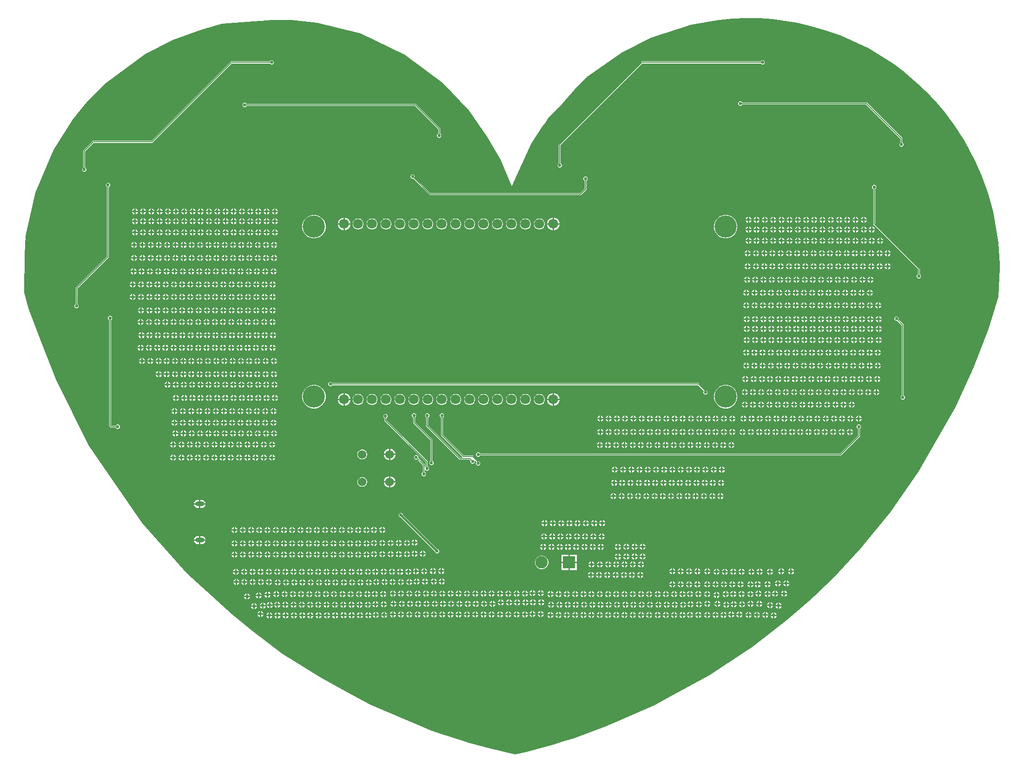
<source format=gbr>
%TF.GenerationSoftware,Altium Limited,Altium Designer,24.6.1 (21)*%
G04 Layer_Physical_Order=4*
G04 Layer_Color=16711680*
%FSLAX45Y45*%
%MOMM*%
%TF.SameCoordinates,D6E34864-ACFE-43FA-A01B-F9739AC3D18D*%
%TF.FilePolarity,Positive*%
%TF.FileFunction,Copper,L4,Bot,Signal*%
%TF.Part,Single*%
G01*
G75*
%TA.AperFunction,Conductor*%
%ADD32C,0.15000*%
%ADD33C,0.40000*%
%TA.AperFunction,ComponentPad*%
%ADD36C,4.05000*%
%ADD37C,1.80000*%
%ADD38O,1.60000X0.90000*%
%ADD39C,1.57480*%
%ADD40C,2.25000*%
%ADD41R,2.25000X2.25000*%
%TA.AperFunction,ViaPad*%
%ADD42C,0.60000*%
G36*
X4684083Y13412589D02*
X5138073Y13343042D01*
X5377290Y13289204D01*
X5613442Y13222581D01*
X5920657Y13114813D01*
X6436822Y12880653D01*
X6845894Y12624089D01*
X6920392Y12571766D01*
X7066349Y12462604D01*
X7403115Y12172765D01*
X7466035Y12111903D01*
X7486831Y12092753D01*
X7565860Y12010020D01*
X7631246Y11940297D01*
X7682730Y11881702D01*
X7819606Y11720603D01*
X7989648Y11495184D01*
X8184328Y11195671D01*
X8376350Y10823253D01*
X8491051Y10579803D01*
X8577376Y10350492D01*
X8625360Y10203937D01*
X8710122Y9890457D01*
X8801963Y9332810D01*
X8828437Y8942705D01*
X8827272Y8870585D01*
X8800256Y8353912D01*
X8625360Y7768364D01*
X8341723Y7044738D01*
X8029924Y6359780D01*
X8013108Y6325857D01*
X7349710Y5161317D01*
X6827197Y4416667D01*
X6286718Y3755843D01*
X5888379Y3324603D01*
X5666293Y3100893D01*
X5649720Y3084321D01*
X5637710Y3072819D01*
X5636598Y3071707D01*
X5625074Y3060717D01*
X5624456Y3060100D01*
X5606230Y3043320D01*
X5576819Y3016244D01*
X5564187Y3002976D01*
X5551145Y2990569D01*
X5528818Y2969340D01*
X5447195Y2892750D01*
X5344976Y2798830D01*
X4981673Y2482003D01*
X4742097Y2286632D01*
X4392706Y2019467D01*
X4291287Y1943102D01*
X4245064Y1912535D01*
X3547635Y1451338D01*
X2856748Y1077588D01*
X2533297Y902611D01*
X1938231Y641246D01*
X1637030Y508953D01*
X1053337Y294709D01*
X898898Y252438D01*
X722307Y190650D01*
X229816Y56362D01*
X119334Y27680D01*
X0Y0D01*
X-457072Y114904D01*
X-818156Y207242D01*
X-1497736Y428334D01*
X-2301166Y767700D01*
X-2651358Y915619D01*
X-3059140Y1139832D01*
X-3534777Y1401354D01*
X-4248314Y1840985D01*
X-4788278Y2255449D01*
X-5156740Y2561342D01*
X-5983342Y3301210D01*
X-6792745Y4215151D01*
X-7765029Y5631605D01*
X-8358509Y6825042D01*
X-8635442Y7536296D01*
X-8868692Y8141134D01*
X-8939540Y8426727D01*
X-8932157Y9116248D01*
X-8918751Y9459993D01*
X-8739983Y10251655D01*
X-8409758Y11026174D01*
X-8059065Y11577409D01*
X-7893503Y11787550D01*
X-7765029Y11940297D01*
X-7441750Y12255606D01*
X-6731291Y12779482D01*
X-6233004Y13037267D01*
X-5720544Y13222581D01*
X-5336053Y13327444D01*
X-4411625Y13401353D01*
X-4065009D01*
X-3613499Y13343042D01*
X-2809913Y13148570D01*
X-2008573Y12763061D01*
X-1314942Y12246208D01*
X-837418Y11743719D01*
X-502856Y11257344D01*
X-265206Y10846116D01*
X-65578Y10366053D01*
X293817Y11147012D01*
X492763Y11460444D01*
X543074Y11510756D01*
X615929Y11623826D01*
X798371Y11806268D01*
X1143235Y12191888D01*
X1324512Y12369223D01*
X1948277Y12801472D01*
X2479600Y13071603D01*
X3214311Y13313792D01*
X3714615Y13401353D01*
X3955698Y13423418D01*
X4201622Y13429240D01*
X4438195D01*
X4684083Y13412589D01*
D02*
G37*
%LPC*%
G36*
X4515667Y12663010D02*
X4499754D01*
X4485052Y12656921D01*
X4473800Y12645668D01*
X4471805Y12640853D01*
X2310610D01*
X2303782Y12639495D01*
X2297994Y12635627D01*
X799394Y11137027D01*
X795526Y11131239D01*
X794168Y11124410D01*
Y10779315D01*
X789352Y10777321D01*
X778100Y10766068D01*
X772010Y10751367D01*
Y10735454D01*
X778100Y10720752D01*
X789352Y10709500D01*
X804054Y10703410D01*
X819967D01*
X834668Y10709500D01*
X845921Y10720752D01*
X852010Y10735454D01*
Y10751367D01*
X845921Y10766068D01*
X834668Y10777321D01*
X829853Y10779315D01*
Y11117020D01*
X2318001Y12605168D01*
X4471805D01*
X4473800Y12600352D01*
X4485052Y12589100D01*
X4499754Y12583010D01*
X4515667D01*
X4530368Y12589100D01*
X4541621Y12600352D01*
X4547710Y12615054D01*
Y12630967D01*
X4541621Y12645668D01*
X4530368Y12656921D01*
X4515667Y12663010D01*
D02*
G37*
G36*
X-4425133D02*
X-4441046D01*
X-4455748Y12656921D01*
X-4467000Y12645668D01*
X-4468995Y12640853D01*
X-5169690D01*
X-5176518Y12639495D01*
X-5182306Y12635627D01*
X-6624880Y11193053D01*
X-7684290D01*
X-7691118Y11191695D01*
X-7696906Y11187827D01*
X-7862006Y11022727D01*
X-7865874Y11016939D01*
X-7867232Y11010110D01*
Y10703115D01*
X-7872048Y10701121D01*
X-7883300Y10689868D01*
X-7889390Y10675167D01*
Y10659254D01*
X-7883300Y10644552D01*
X-7872048Y10633300D01*
X-7857346Y10627210D01*
X-7841433D01*
X-7826732Y10633300D01*
X-7815479Y10644552D01*
X-7809390Y10659254D01*
Y10675167D01*
X-7815479Y10689868D01*
X-7826732Y10701121D01*
X-7831547Y10703115D01*
Y11002720D01*
X-7676899Y11157368D01*
X-6617490D01*
X-6610661Y11158726D01*
X-6604873Y11162594D01*
X-5162299Y12605168D01*
X-4468995D01*
X-4467000Y12600352D01*
X-4455748Y12589100D01*
X-4441046Y12583010D01*
X-4425133D01*
X-4410432Y12589100D01*
X-4399179Y12600352D01*
X-4393090Y12615054D01*
Y12630967D01*
X-4399179Y12645668D01*
X-4410432Y12656921D01*
X-4425133Y12663010D01*
D02*
G37*
G36*
X-4920433Y11888310D02*
X-4936346D01*
X-4951048Y11882221D01*
X-4962300Y11870968D01*
X-4968390Y11856267D01*
Y11840354D01*
X-4962300Y11825652D01*
X-4951048Y11814400D01*
X-4936346Y11808310D01*
X-4920433D01*
X-4905732Y11814400D01*
X-4894479Y11825652D01*
X-4892485Y11830468D01*
X-1824280D01*
X-1402932Y11409120D01*
Y11325415D01*
X-1407748Y11323421D01*
X-1419000Y11312168D01*
X-1425090Y11297467D01*
Y11281554D01*
X-1419000Y11266852D01*
X-1407748Y11255600D01*
X-1393046Y11249510D01*
X-1377133D01*
X-1362432Y11255600D01*
X-1351179Y11266852D01*
X-1345090Y11281554D01*
Y11297467D01*
X-1351179Y11312168D01*
X-1362432Y11323421D01*
X-1367247Y11325415D01*
Y11416510D01*
X-1368605Y11423339D01*
X-1372473Y11429127D01*
X-1804273Y11860927D01*
X-1810061Y11864795D01*
X-1816890Y11866153D01*
X-4892485D01*
X-4894479Y11870968D01*
X-4905732Y11882221D01*
X-4920433Y11888310D01*
D02*
G37*
G36*
X4109267Y11913710D02*
X4093354D01*
X4078652Y11907621D01*
X4067400Y11896368D01*
X4061310Y11881667D01*
Y11865754D01*
X4067400Y11851052D01*
X4078652Y11839800D01*
X4093354Y11833710D01*
X4109267D01*
X4123968Y11839800D01*
X4135221Y11851052D01*
X4137215Y11855868D01*
X6392620D01*
X7017168Y11231320D01*
Y11160315D01*
X7012352Y11158321D01*
X7001100Y11147068D01*
X6995010Y11132367D01*
Y11116454D01*
X7001100Y11101752D01*
X7012352Y11090500D01*
X7027054Y11084410D01*
X7042967D01*
X7057668Y11090500D01*
X7068921Y11101752D01*
X7075010Y11116454D01*
Y11132367D01*
X7068921Y11147068D01*
X7057668Y11158321D01*
X7052853Y11160315D01*
Y11238710D01*
X7051495Y11245539D01*
X7047627Y11251327D01*
X6412627Y11886327D01*
X6406839Y11890195D01*
X6400010Y11891553D01*
X4137215D01*
X4135221Y11896368D01*
X4123968Y11907621D01*
X4109267Y11913710D01*
D02*
G37*
G36*
X-1859733Y10580210D02*
X-1875646D01*
X-1890348Y10574121D01*
X-1901600Y10562868D01*
X-1907690Y10548167D01*
Y10532254D01*
X-1901600Y10517552D01*
X-1890348Y10506300D01*
X-1875646Y10500210D01*
X-1859733D01*
X-1854918Y10502205D01*
X-1562806Y10210094D01*
X-1557018Y10206226D01*
X-1550190Y10204868D01*
X1193010D01*
X1199839Y10206226D01*
X1205627Y10210094D01*
X1294527Y10298994D01*
X1298395Y10304782D01*
X1299753Y10311610D01*
Y10466205D01*
X1304568Y10468200D01*
X1315821Y10479452D01*
X1321910Y10494154D01*
Y10510067D01*
X1315821Y10524768D01*
X1304568Y10536021D01*
X1289867Y10542110D01*
X1273954D01*
X1259252Y10536021D01*
X1248000Y10524768D01*
X1241910Y10510067D01*
Y10494154D01*
X1248000Y10479452D01*
X1259252Y10468200D01*
X1264068Y10466205D01*
Y10319001D01*
X1185620Y10240553D01*
X-1542799D01*
X-1829684Y10527438D01*
X-1827690Y10532254D01*
Y10548167D01*
X-1833779Y10562868D01*
X-1845032Y10574121D01*
X-1859733Y10580210D01*
D02*
G37*
G36*
X-4364090Y9959914D02*
Y9917910D01*
X-4322086D01*
X-4329824Y9936592D01*
X-4345408Y9952176D01*
X-4364090Y9959914D01*
D02*
G37*
G36*
X-4389490D02*
X-4408171Y9952176D01*
X-4423756Y9936592D01*
X-4431494Y9917910D01*
X-4389490D01*
Y9959914D01*
D02*
G37*
G36*
X-4514090D02*
Y9917910D01*
X-4472086D01*
X-4479824Y9936592D01*
X-4495408Y9952176D01*
X-4514090Y9959914D01*
D02*
G37*
G36*
X-4539490D02*
X-4558171Y9952176D01*
X-4573756Y9936592D01*
X-4581494Y9917910D01*
X-4539490D01*
Y9959914D01*
D02*
G37*
G36*
X-4664090D02*
Y9917910D01*
X-4622086D01*
X-4629824Y9936592D01*
X-4645408Y9952176D01*
X-4664090Y9959914D01*
D02*
G37*
G36*
X-4689490D02*
X-4708171Y9952176D01*
X-4723756Y9936592D01*
X-4731494Y9917910D01*
X-4689490D01*
Y9959914D01*
D02*
G37*
G36*
X-4814090D02*
Y9917910D01*
X-4772086D01*
X-4779824Y9936592D01*
X-4795408Y9952176D01*
X-4814090Y9959914D01*
D02*
G37*
G36*
X-4839490D02*
X-4858171Y9952176D01*
X-4873756Y9936592D01*
X-4881494Y9917910D01*
X-4839490D01*
Y9959914D01*
D02*
G37*
G36*
X-4964090D02*
Y9917910D01*
X-4922086D01*
X-4929824Y9936592D01*
X-4945408Y9952176D01*
X-4964090Y9959914D01*
D02*
G37*
G36*
X-4989490D02*
X-5008171Y9952176D01*
X-5023756Y9936592D01*
X-5031494Y9917910D01*
X-4989490D01*
Y9959914D01*
D02*
G37*
G36*
X-5114090D02*
Y9917910D01*
X-5072086D01*
X-5079824Y9936592D01*
X-5095408Y9952176D01*
X-5114090Y9959914D01*
D02*
G37*
G36*
X-5139490D02*
X-5158171Y9952176D01*
X-5173755Y9936592D01*
X-5181494Y9917910D01*
X-5139490D01*
Y9959914D01*
D02*
G37*
G36*
X-5264090D02*
Y9917910D01*
X-5222086D01*
X-5229824Y9936592D01*
X-5245408Y9952176D01*
X-5264090Y9959914D01*
D02*
G37*
G36*
X-5289490D02*
X-5308171Y9952176D01*
X-5323756Y9936592D01*
X-5331494Y9917910D01*
X-5289490D01*
Y9959914D01*
D02*
G37*
G36*
X-5414090D02*
Y9917910D01*
X-5372086D01*
X-5379824Y9936592D01*
X-5395408Y9952176D01*
X-5414090Y9959914D01*
D02*
G37*
G36*
X-5439490D02*
X-5458171Y9952176D01*
X-5473756Y9936592D01*
X-5481494Y9917910D01*
X-5439490D01*
Y9959914D01*
D02*
G37*
G36*
X-5564090D02*
Y9917910D01*
X-5522086D01*
X-5529824Y9936592D01*
X-5545408Y9952176D01*
X-5564090Y9959914D01*
D02*
G37*
G36*
X-5589490D02*
X-5608171Y9952176D01*
X-5623756Y9936592D01*
X-5631494Y9917910D01*
X-5589490D01*
Y9959914D01*
D02*
G37*
G36*
X-5714090D02*
Y9917910D01*
X-5672086D01*
X-5679824Y9936592D01*
X-5695408Y9952176D01*
X-5714090Y9959914D01*
D02*
G37*
G36*
X-5739490D02*
X-5758171Y9952176D01*
X-5773756Y9936592D01*
X-5781494Y9917910D01*
X-5739490D01*
Y9959914D01*
D02*
G37*
G36*
X-5864090D02*
Y9917910D01*
X-5822086D01*
X-5829824Y9936592D01*
X-5845408Y9952176D01*
X-5864090Y9959914D01*
D02*
G37*
G36*
X-5889490D02*
X-5908171Y9952176D01*
X-5923755Y9936592D01*
X-5931494Y9917910D01*
X-5889490D01*
Y9959914D01*
D02*
G37*
G36*
X-6014090D02*
Y9917910D01*
X-5972086D01*
X-5979824Y9936592D01*
X-5995408Y9952176D01*
X-6014090Y9959914D01*
D02*
G37*
G36*
X-6039490D02*
X-6058171Y9952176D01*
X-6073756Y9936592D01*
X-6081494Y9917910D01*
X-6039490D01*
Y9959914D01*
D02*
G37*
G36*
X-6164090D02*
Y9917910D01*
X-6122086D01*
X-6129824Y9936592D01*
X-6145408Y9952176D01*
X-6164090Y9959914D01*
D02*
G37*
G36*
X-6189490D02*
X-6208171Y9952176D01*
X-6223756Y9936592D01*
X-6231494Y9917910D01*
X-6189490D01*
Y9959914D01*
D02*
G37*
G36*
X-6314090D02*
Y9917910D01*
X-6272086D01*
X-6279824Y9936592D01*
X-6295408Y9952176D01*
X-6314090Y9959914D01*
D02*
G37*
G36*
X-6339490D02*
X-6358171Y9952176D01*
X-6373756Y9936592D01*
X-6381494Y9917910D01*
X-6339490D01*
Y9959914D01*
D02*
G37*
G36*
X-6464090D02*
Y9917910D01*
X-6422086D01*
X-6429824Y9936592D01*
X-6445408Y9952176D01*
X-6464090Y9959914D01*
D02*
G37*
G36*
X-6489490D02*
X-6508171Y9952176D01*
X-6523756Y9936592D01*
X-6531494Y9917910D01*
X-6489490D01*
Y9959914D01*
D02*
G37*
G36*
X-6614090D02*
Y9917910D01*
X-6572086D01*
X-6579824Y9936592D01*
X-6595408Y9952176D01*
X-6614090Y9959914D01*
D02*
G37*
G36*
X-6639490D02*
X-6658171Y9952176D01*
X-6673756Y9936592D01*
X-6681494Y9917910D01*
X-6639490D01*
Y9959914D01*
D02*
G37*
G36*
X-6764090D02*
Y9917910D01*
X-6722086D01*
X-6729824Y9936592D01*
X-6745408Y9952176D01*
X-6764090Y9959914D01*
D02*
G37*
G36*
X-6789490D02*
X-6808171Y9952176D01*
X-6823756Y9936592D01*
X-6831494Y9917910D01*
X-6789490D01*
Y9959914D01*
D02*
G37*
G36*
X-6914090D02*
Y9917910D01*
X-6872086D01*
X-6879824Y9936592D01*
X-6895408Y9952176D01*
X-6914090Y9959914D01*
D02*
G37*
G36*
X-6939490D02*
X-6958171Y9952176D01*
X-6973756Y9936592D01*
X-6981494Y9917910D01*
X-6939490D01*
Y9959914D01*
D02*
G37*
G36*
X-4322086Y9892510D02*
X-4364090D01*
Y9850506D01*
X-4345408Y9858244D01*
X-4329824Y9873829D01*
X-4322086Y9892510D01*
D02*
G37*
G36*
X-4389490D02*
X-4431494D01*
X-4423756Y9873829D01*
X-4408171Y9858244D01*
X-4389490Y9850506D01*
Y9892510D01*
D02*
G37*
G36*
X-4472086D02*
X-4514090D01*
Y9850506D01*
X-4495408Y9858244D01*
X-4479824Y9873829D01*
X-4472086Y9892510D01*
D02*
G37*
G36*
X-4539490D02*
X-4581494D01*
X-4573756Y9873829D01*
X-4558171Y9858244D01*
X-4539490Y9850506D01*
Y9892510D01*
D02*
G37*
G36*
X-4622086D02*
X-4664090D01*
Y9850506D01*
X-4645408Y9858244D01*
X-4629824Y9873829D01*
X-4622086Y9892510D01*
D02*
G37*
G36*
X-4689490D02*
X-4731494D01*
X-4723756Y9873829D01*
X-4708171Y9858244D01*
X-4689490Y9850506D01*
Y9892510D01*
D02*
G37*
G36*
X-4772086D02*
X-4814090D01*
Y9850506D01*
X-4795408Y9858244D01*
X-4779824Y9873829D01*
X-4772086Y9892510D01*
D02*
G37*
G36*
X-4839490D02*
X-4881494D01*
X-4873756Y9873829D01*
X-4858171Y9858244D01*
X-4839490Y9850506D01*
Y9892510D01*
D02*
G37*
G36*
X-4922086D02*
X-4964090D01*
Y9850506D01*
X-4945408Y9858244D01*
X-4929824Y9873829D01*
X-4922086Y9892510D01*
D02*
G37*
G36*
X-4989490D02*
X-5031494D01*
X-5023756Y9873829D01*
X-5008171Y9858244D01*
X-4989490Y9850506D01*
Y9892510D01*
D02*
G37*
G36*
X-5072086D02*
X-5114090D01*
Y9850506D01*
X-5095408Y9858244D01*
X-5079824Y9873829D01*
X-5072086Y9892510D01*
D02*
G37*
G36*
X-5139490D02*
X-5181494D01*
X-5173755Y9873829D01*
X-5158171Y9858244D01*
X-5139490Y9850506D01*
Y9892510D01*
D02*
G37*
G36*
X-5222086D02*
X-5264090D01*
Y9850506D01*
X-5245408Y9858244D01*
X-5229824Y9873829D01*
X-5222086Y9892510D01*
D02*
G37*
G36*
X-5289490D02*
X-5331494D01*
X-5323756Y9873829D01*
X-5308171Y9858244D01*
X-5289490Y9850506D01*
Y9892510D01*
D02*
G37*
G36*
X-5372086D02*
X-5414090D01*
Y9850506D01*
X-5395408Y9858244D01*
X-5379824Y9873829D01*
X-5372086Y9892510D01*
D02*
G37*
G36*
X-5439490D02*
X-5481494D01*
X-5473756Y9873829D01*
X-5458171Y9858244D01*
X-5439490Y9850506D01*
Y9892510D01*
D02*
G37*
G36*
X-5522086D02*
X-5564090D01*
Y9850506D01*
X-5545408Y9858244D01*
X-5529824Y9873829D01*
X-5522086Y9892510D01*
D02*
G37*
G36*
X-5589490D02*
X-5631494D01*
X-5623756Y9873829D01*
X-5608171Y9858244D01*
X-5589490Y9850506D01*
Y9892510D01*
D02*
G37*
G36*
X-5672086D02*
X-5714090D01*
Y9850506D01*
X-5695408Y9858244D01*
X-5679824Y9873829D01*
X-5672086Y9892510D01*
D02*
G37*
G36*
X-5739490D02*
X-5781494D01*
X-5773756Y9873829D01*
X-5758171Y9858244D01*
X-5739490Y9850506D01*
Y9892510D01*
D02*
G37*
G36*
X-5822086D02*
X-5864090D01*
Y9850506D01*
X-5845408Y9858244D01*
X-5829824Y9873829D01*
X-5822086Y9892510D01*
D02*
G37*
G36*
X-5889490D02*
X-5931494D01*
X-5923755Y9873829D01*
X-5908171Y9858244D01*
X-5889490Y9850506D01*
Y9892510D01*
D02*
G37*
G36*
X-5972086D02*
X-6014090D01*
Y9850506D01*
X-5995408Y9858244D01*
X-5979824Y9873829D01*
X-5972086Y9892510D01*
D02*
G37*
G36*
X-6039490D02*
X-6081494D01*
X-6073756Y9873829D01*
X-6058171Y9858244D01*
X-6039490Y9850506D01*
Y9892510D01*
D02*
G37*
G36*
X-6122086D02*
X-6164090D01*
Y9850506D01*
X-6145408Y9858244D01*
X-6129824Y9873829D01*
X-6122086Y9892510D01*
D02*
G37*
G36*
X-6189490D02*
X-6231494D01*
X-6223756Y9873829D01*
X-6208171Y9858244D01*
X-6189490Y9850506D01*
Y9892510D01*
D02*
G37*
G36*
X-6272086D02*
X-6314090D01*
Y9850506D01*
X-6295408Y9858244D01*
X-6279824Y9873829D01*
X-6272086Y9892510D01*
D02*
G37*
G36*
X-6339490D02*
X-6381494D01*
X-6373756Y9873829D01*
X-6358171Y9858244D01*
X-6339490Y9850506D01*
Y9892510D01*
D02*
G37*
G36*
X-6422086D02*
X-6464090D01*
Y9850506D01*
X-6445408Y9858244D01*
X-6429824Y9873829D01*
X-6422086Y9892510D01*
D02*
G37*
G36*
X-6489490D02*
X-6531494D01*
X-6523756Y9873829D01*
X-6508171Y9858244D01*
X-6489490Y9850506D01*
Y9892510D01*
D02*
G37*
G36*
X-6572086D02*
X-6614090D01*
Y9850506D01*
X-6595408Y9858244D01*
X-6579824Y9873829D01*
X-6572086Y9892510D01*
D02*
G37*
G36*
X-6639490D02*
X-6681494D01*
X-6673756Y9873829D01*
X-6658171Y9858244D01*
X-6639490Y9850506D01*
Y9892510D01*
D02*
G37*
G36*
X-6722086D02*
X-6764090D01*
Y9850506D01*
X-6745408Y9858244D01*
X-6729824Y9873829D01*
X-6722086Y9892510D01*
D02*
G37*
G36*
X-6789490D02*
X-6831494D01*
X-6823756Y9873829D01*
X-6808171Y9858244D01*
X-6789490Y9850506D01*
Y9892510D01*
D02*
G37*
G36*
X-6872086D02*
X-6914090D01*
Y9850506D01*
X-6895408Y9858244D01*
X-6879824Y9873829D01*
X-6872086Y9892510D01*
D02*
G37*
G36*
X-6939490D02*
X-6981494D01*
X-6973756Y9873829D01*
X-6958171Y9858244D01*
X-6939490Y9850506D01*
Y9892510D01*
D02*
G37*
G36*
X6361910Y9807514D02*
Y9765510D01*
X6403914D01*
X6396176Y9784192D01*
X6380592Y9799776D01*
X6361910Y9807514D01*
D02*
G37*
G36*
X6336510D02*
X6317829Y9799776D01*
X6302244Y9784192D01*
X6294506Y9765510D01*
X6336510D01*
Y9807514D01*
D02*
G37*
G36*
X6211910D02*
Y9765510D01*
X6253914D01*
X6246176Y9784192D01*
X6230592Y9799776D01*
X6211910Y9807514D01*
D02*
G37*
G36*
X6186510D02*
X6167829Y9799776D01*
X6152244Y9784192D01*
X6144506Y9765510D01*
X6186510D01*
Y9807514D01*
D02*
G37*
G36*
X6061910D02*
Y9765510D01*
X6103914D01*
X6096176Y9784192D01*
X6080592Y9799776D01*
X6061910Y9807514D01*
D02*
G37*
G36*
X6036510D02*
X6017829Y9799776D01*
X6002245Y9784192D01*
X5994506Y9765510D01*
X6036510D01*
Y9807514D01*
D02*
G37*
G36*
X5911910D02*
Y9765510D01*
X5953914D01*
X5946176Y9784192D01*
X5930592Y9799776D01*
X5911910Y9807514D01*
D02*
G37*
G36*
X5886510D02*
X5867829Y9799776D01*
X5852244Y9784192D01*
X5844506Y9765510D01*
X5886510D01*
Y9807514D01*
D02*
G37*
G36*
X5761910D02*
Y9765510D01*
X5803914D01*
X5796176Y9784192D01*
X5780592Y9799776D01*
X5761910Y9807514D01*
D02*
G37*
G36*
X5736510D02*
X5717829Y9799776D01*
X5702244Y9784192D01*
X5694506Y9765510D01*
X5736510D01*
Y9807514D01*
D02*
G37*
G36*
X5611910D02*
Y9765510D01*
X5653914D01*
X5646176Y9784192D01*
X5630592Y9799776D01*
X5611910Y9807514D01*
D02*
G37*
G36*
X5586510D02*
X5567829Y9799776D01*
X5552244Y9784192D01*
X5544506Y9765510D01*
X5586510D01*
Y9807514D01*
D02*
G37*
G36*
X5461910D02*
Y9765510D01*
X5503914D01*
X5496176Y9784192D01*
X5480592Y9799776D01*
X5461910Y9807514D01*
D02*
G37*
G36*
X5436510D02*
X5417829Y9799776D01*
X5402244Y9784192D01*
X5394506Y9765510D01*
X5436510D01*
Y9807514D01*
D02*
G37*
G36*
X5311910D02*
Y9765510D01*
X5353914D01*
X5346176Y9784192D01*
X5330592Y9799776D01*
X5311910Y9807514D01*
D02*
G37*
G36*
X5286510D02*
X5267829Y9799776D01*
X5252245Y9784192D01*
X5244506Y9765510D01*
X5286510D01*
Y9807514D01*
D02*
G37*
G36*
X5161910D02*
Y9765510D01*
X5203914D01*
X5196176Y9784192D01*
X5180592Y9799776D01*
X5161910Y9807514D01*
D02*
G37*
G36*
X5136510D02*
X5117829Y9799776D01*
X5102244Y9784192D01*
X5094506Y9765510D01*
X5136510D01*
Y9807514D01*
D02*
G37*
G36*
X5011910D02*
Y9765510D01*
X5053914D01*
X5046176Y9784192D01*
X5030592Y9799776D01*
X5011910Y9807514D01*
D02*
G37*
G36*
X4986510D02*
X4967829Y9799776D01*
X4952244Y9784192D01*
X4944506Y9765510D01*
X4986510D01*
Y9807514D01*
D02*
G37*
G36*
X4861910D02*
Y9765510D01*
X4903914D01*
X4896176Y9784192D01*
X4880592Y9799776D01*
X4861910Y9807514D01*
D02*
G37*
G36*
X4836510D02*
X4817829Y9799776D01*
X4802244Y9784192D01*
X4794506Y9765510D01*
X4836510D01*
Y9807514D01*
D02*
G37*
G36*
X4711910D02*
Y9765510D01*
X4753914D01*
X4746176Y9784192D01*
X4730592Y9799776D01*
X4711910Y9807514D01*
D02*
G37*
G36*
X4686510D02*
X4667829Y9799776D01*
X4652244Y9784192D01*
X4644506Y9765510D01*
X4686510D01*
Y9807514D01*
D02*
G37*
G36*
X4561910D02*
Y9765510D01*
X4603914D01*
X4596176Y9784192D01*
X4580592Y9799776D01*
X4561910Y9807514D01*
D02*
G37*
G36*
X4536510D02*
X4517829Y9799776D01*
X4502244Y9784192D01*
X4494506Y9765510D01*
X4536510D01*
Y9807514D01*
D02*
G37*
G36*
X4411910D02*
Y9765510D01*
X4453914D01*
X4446176Y9784192D01*
X4430592Y9799776D01*
X4411910Y9807514D01*
D02*
G37*
G36*
X4386510D02*
X4367829Y9799776D01*
X4352244Y9784192D01*
X4344506Y9765510D01*
X4386510D01*
Y9807514D01*
D02*
G37*
G36*
X4261910D02*
Y9765510D01*
X4303914D01*
X4296176Y9784192D01*
X4280592Y9799776D01*
X4261910Y9807514D01*
D02*
G37*
G36*
X4236510D02*
X4217829Y9799776D01*
X4202244Y9784192D01*
X4194506Y9765510D01*
X4236510D01*
Y9807514D01*
D02*
G37*
G36*
X-4364090Y9782114D02*
Y9740110D01*
X-4322086D01*
X-4329824Y9758792D01*
X-4345408Y9774376D01*
X-4364090Y9782114D01*
D02*
G37*
G36*
X-4389490D02*
X-4408171Y9774376D01*
X-4423756Y9758792D01*
X-4431494Y9740110D01*
X-4389490D01*
Y9782114D01*
D02*
G37*
G36*
X-4514090D02*
Y9740110D01*
X-4472086D01*
X-4479824Y9758792D01*
X-4495408Y9774376D01*
X-4514090Y9782114D01*
D02*
G37*
G36*
X-4539490D02*
X-4558171Y9774376D01*
X-4573756Y9758792D01*
X-4581494Y9740110D01*
X-4539490D01*
Y9782114D01*
D02*
G37*
G36*
X-4664090D02*
Y9740110D01*
X-4622086D01*
X-4629824Y9758792D01*
X-4645408Y9774376D01*
X-4664090Y9782114D01*
D02*
G37*
G36*
X-4689490D02*
X-4708171Y9774376D01*
X-4723756Y9758792D01*
X-4731494Y9740110D01*
X-4689490D01*
Y9782114D01*
D02*
G37*
G36*
X-4814090D02*
Y9740110D01*
X-4772086D01*
X-4779824Y9758792D01*
X-4795408Y9774376D01*
X-4814090Y9782114D01*
D02*
G37*
G36*
X-4839490D02*
X-4858171Y9774376D01*
X-4873756Y9758792D01*
X-4881494Y9740110D01*
X-4839490D01*
Y9782114D01*
D02*
G37*
G36*
X-4964090D02*
Y9740110D01*
X-4922086D01*
X-4929824Y9758792D01*
X-4945408Y9774376D01*
X-4964090Y9782114D01*
D02*
G37*
G36*
X-4989490D02*
X-5008171Y9774376D01*
X-5023756Y9758792D01*
X-5031494Y9740110D01*
X-4989490D01*
Y9782114D01*
D02*
G37*
G36*
X-5114090D02*
Y9740110D01*
X-5072086D01*
X-5079824Y9758792D01*
X-5095408Y9774376D01*
X-5114090Y9782114D01*
D02*
G37*
G36*
X-5139490D02*
X-5158171Y9774376D01*
X-5173755Y9758792D01*
X-5181494Y9740110D01*
X-5139490D01*
Y9782114D01*
D02*
G37*
G36*
X-5264090D02*
Y9740110D01*
X-5222086D01*
X-5229824Y9758792D01*
X-5245408Y9774376D01*
X-5264090Y9782114D01*
D02*
G37*
G36*
X-5289490D02*
X-5308171Y9774376D01*
X-5323756Y9758792D01*
X-5331494Y9740110D01*
X-5289490D01*
Y9782114D01*
D02*
G37*
G36*
X-5414090D02*
Y9740110D01*
X-5372086D01*
X-5379824Y9758792D01*
X-5395408Y9774376D01*
X-5414090Y9782114D01*
D02*
G37*
G36*
X-5439490D02*
X-5458171Y9774376D01*
X-5473756Y9758792D01*
X-5481494Y9740110D01*
X-5439490D01*
Y9782114D01*
D02*
G37*
G36*
X-5564090D02*
Y9740110D01*
X-5522086D01*
X-5529824Y9758792D01*
X-5545408Y9774376D01*
X-5564090Y9782114D01*
D02*
G37*
G36*
X-5589490D02*
X-5608171Y9774376D01*
X-5623756Y9758792D01*
X-5631494Y9740110D01*
X-5589490D01*
Y9782114D01*
D02*
G37*
G36*
X-5714090D02*
Y9740110D01*
X-5672086D01*
X-5679824Y9758792D01*
X-5695408Y9774376D01*
X-5714090Y9782114D01*
D02*
G37*
G36*
X-5739490D02*
X-5758171Y9774376D01*
X-5773756Y9758792D01*
X-5781494Y9740110D01*
X-5739490D01*
Y9782114D01*
D02*
G37*
G36*
X-5864090D02*
Y9740110D01*
X-5822086D01*
X-5829824Y9758792D01*
X-5845408Y9774376D01*
X-5864090Y9782114D01*
D02*
G37*
G36*
X-5889490D02*
X-5908171Y9774376D01*
X-5923755Y9758792D01*
X-5931494Y9740110D01*
X-5889490D01*
Y9782114D01*
D02*
G37*
G36*
X-6014090D02*
Y9740110D01*
X-5972086D01*
X-5979824Y9758792D01*
X-5995408Y9774376D01*
X-6014090Y9782114D01*
D02*
G37*
G36*
X-6039490D02*
X-6058171Y9774376D01*
X-6073756Y9758792D01*
X-6081494Y9740110D01*
X-6039490D01*
Y9782114D01*
D02*
G37*
G36*
X-6164090D02*
Y9740110D01*
X-6122086D01*
X-6129824Y9758792D01*
X-6145408Y9774376D01*
X-6164090Y9782114D01*
D02*
G37*
G36*
X-6189490D02*
X-6208171Y9774376D01*
X-6223756Y9758792D01*
X-6231494Y9740110D01*
X-6189490D01*
Y9782114D01*
D02*
G37*
G36*
X-6314090D02*
Y9740110D01*
X-6272086D01*
X-6279824Y9758792D01*
X-6295408Y9774376D01*
X-6314090Y9782114D01*
D02*
G37*
G36*
X-6339490D02*
X-6358171Y9774376D01*
X-6373756Y9758792D01*
X-6381494Y9740110D01*
X-6339490D01*
Y9782114D01*
D02*
G37*
G36*
X-6464090D02*
Y9740110D01*
X-6422086D01*
X-6429824Y9758792D01*
X-6445408Y9774376D01*
X-6464090Y9782114D01*
D02*
G37*
G36*
X-6489490D02*
X-6508171Y9774376D01*
X-6523756Y9758792D01*
X-6531494Y9740110D01*
X-6489490D01*
Y9782114D01*
D02*
G37*
G36*
X-6614090D02*
Y9740110D01*
X-6572086D01*
X-6579824Y9758792D01*
X-6595408Y9774376D01*
X-6614090Y9782114D01*
D02*
G37*
G36*
X-6639490D02*
X-6658171Y9774376D01*
X-6673756Y9758792D01*
X-6681494Y9740110D01*
X-6639490D01*
Y9782114D01*
D02*
G37*
G36*
X-6764090D02*
Y9740110D01*
X-6722086D01*
X-6729824Y9758792D01*
X-6745408Y9774376D01*
X-6764090Y9782114D01*
D02*
G37*
G36*
X-6789490D02*
X-6808171Y9774376D01*
X-6823756Y9758792D01*
X-6831494Y9740110D01*
X-6789490D01*
Y9782114D01*
D02*
G37*
G36*
X-6914090D02*
Y9740110D01*
X-6872086D01*
X-6879824Y9758792D01*
X-6895408Y9774376D01*
X-6914090Y9782114D01*
D02*
G37*
G36*
X-6939490D02*
X-6958171Y9774376D01*
X-6973756Y9758792D01*
X-6981494Y9740110D01*
X-6939490D01*
Y9782114D01*
D02*
G37*
G36*
X6403914Y9740110D02*
X6361910D01*
Y9698106D01*
X6380592Y9705844D01*
X6396176Y9721429D01*
X6403914Y9740110D01*
D02*
G37*
G36*
X6336510D02*
X6294506D01*
X6302244Y9721429D01*
X6317829Y9705844D01*
X6336510Y9698106D01*
Y9740110D01*
D02*
G37*
G36*
X6253914D02*
X6211910D01*
Y9698106D01*
X6230592Y9705844D01*
X6246176Y9721429D01*
X6253914Y9740110D01*
D02*
G37*
G36*
X6186510D02*
X6144506D01*
X6152244Y9721429D01*
X6167829Y9705844D01*
X6186510Y9698106D01*
Y9740110D01*
D02*
G37*
G36*
X6103914D02*
X6061910D01*
Y9698106D01*
X6080592Y9705844D01*
X6096176Y9721429D01*
X6103914Y9740110D01*
D02*
G37*
G36*
X6036510D02*
X5994506D01*
X6002245Y9721429D01*
X6017829Y9705844D01*
X6036510Y9698106D01*
Y9740110D01*
D02*
G37*
G36*
X5953914D02*
X5911910D01*
Y9698106D01*
X5930592Y9705844D01*
X5946176Y9721429D01*
X5953914Y9740110D01*
D02*
G37*
G36*
X5886510D02*
X5844506D01*
X5852244Y9721429D01*
X5867829Y9705844D01*
X5886510Y9698106D01*
Y9740110D01*
D02*
G37*
G36*
X5803914D02*
X5761910D01*
Y9698106D01*
X5780592Y9705844D01*
X5796176Y9721429D01*
X5803914Y9740110D01*
D02*
G37*
G36*
X5736510D02*
X5694506D01*
X5702244Y9721429D01*
X5717829Y9705844D01*
X5736510Y9698106D01*
Y9740110D01*
D02*
G37*
G36*
X5653914D02*
X5611910D01*
Y9698106D01*
X5630592Y9705844D01*
X5646176Y9721429D01*
X5653914Y9740110D01*
D02*
G37*
G36*
X5586510D02*
X5544506D01*
X5552244Y9721429D01*
X5567829Y9705844D01*
X5586510Y9698106D01*
Y9740110D01*
D02*
G37*
G36*
X5503914D02*
X5461910D01*
Y9698106D01*
X5480592Y9705844D01*
X5496176Y9721429D01*
X5503914Y9740110D01*
D02*
G37*
G36*
X5436510D02*
X5394506D01*
X5402244Y9721429D01*
X5417829Y9705844D01*
X5436510Y9698106D01*
Y9740110D01*
D02*
G37*
G36*
X5353914D02*
X5311910D01*
Y9698106D01*
X5330592Y9705844D01*
X5346176Y9721429D01*
X5353914Y9740110D01*
D02*
G37*
G36*
X5286510D02*
X5244506D01*
X5252245Y9721429D01*
X5267829Y9705844D01*
X5286510Y9698106D01*
Y9740110D01*
D02*
G37*
G36*
X5203914D02*
X5161910D01*
Y9698106D01*
X5180592Y9705844D01*
X5196176Y9721429D01*
X5203914Y9740110D01*
D02*
G37*
G36*
X5136510D02*
X5094506D01*
X5102244Y9721429D01*
X5117829Y9705844D01*
X5136510Y9698106D01*
Y9740110D01*
D02*
G37*
G36*
X5053914D02*
X5011910D01*
Y9698106D01*
X5030592Y9705844D01*
X5046176Y9721429D01*
X5053914Y9740110D01*
D02*
G37*
G36*
X4986510D02*
X4944506D01*
X4952244Y9721429D01*
X4967829Y9705844D01*
X4986510Y9698106D01*
Y9740110D01*
D02*
G37*
G36*
X4903914D02*
X4861910D01*
Y9698106D01*
X4880592Y9705844D01*
X4896176Y9721429D01*
X4903914Y9740110D01*
D02*
G37*
G36*
X4836510D02*
X4794506D01*
X4802244Y9721429D01*
X4817829Y9705844D01*
X4836510Y9698106D01*
Y9740110D01*
D02*
G37*
G36*
X4753914D02*
X4711910D01*
Y9698106D01*
X4730592Y9705844D01*
X4746176Y9721429D01*
X4753914Y9740110D01*
D02*
G37*
G36*
X4686510D02*
X4644506D01*
X4652244Y9721429D01*
X4667829Y9705844D01*
X4686510Y9698106D01*
Y9740110D01*
D02*
G37*
G36*
X4603914D02*
X4561910D01*
Y9698106D01*
X4580592Y9705844D01*
X4596176Y9721429D01*
X4603914Y9740110D01*
D02*
G37*
G36*
X4536510D02*
X4494506D01*
X4502244Y9721429D01*
X4517829Y9705844D01*
X4536510Y9698106D01*
Y9740110D01*
D02*
G37*
G36*
X4453914D02*
X4411910D01*
Y9698106D01*
X4430592Y9705844D01*
X4446176Y9721429D01*
X4453914Y9740110D01*
D02*
G37*
G36*
X4386510D02*
X4344506D01*
X4352244Y9721429D01*
X4367829Y9705844D01*
X4386510Y9698106D01*
Y9740110D01*
D02*
G37*
G36*
X4303914D02*
X4261910D01*
Y9698106D01*
X4280592Y9705844D01*
X4296176Y9721429D01*
X4303914Y9740110D01*
D02*
G37*
G36*
X4236510D02*
X4194506D01*
X4202244Y9721429D01*
X4217829Y9705844D01*
X4236510Y9698106D01*
Y9740110D01*
D02*
G37*
G36*
X709803Y9792410D02*
X707310D01*
Y9689710D01*
X810010D01*
Y9692203D01*
X802146Y9721553D01*
X786953Y9747867D01*
X765467Y9769353D01*
X739153Y9784546D01*
X709803Y9792410D01*
D02*
G37*
G36*
X681910D02*
X679417D01*
X650068Y9784546D01*
X623753Y9769353D01*
X602268Y9747867D01*
X587075Y9721553D01*
X579210Y9692203D01*
Y9689710D01*
X681910D01*
Y9792410D01*
D02*
G37*
G36*
X-3100197D02*
X-3102690D01*
Y9689710D01*
X-2999990D01*
Y9692203D01*
X-3007854Y9721553D01*
X-3023047Y9747867D01*
X-3044533Y9769353D01*
X-3070847Y9784546D01*
X-3100197Y9792410D01*
D02*
G37*
G36*
X-3128090D02*
X-3130583D01*
X-3159932Y9784546D01*
X-3186247Y9769353D01*
X-3207732Y9747867D01*
X-3222925Y9721553D01*
X-3230790Y9692203D01*
Y9689710D01*
X-3128090D01*
Y9792410D01*
D02*
G37*
G36*
X-4322086Y9714710D02*
X-4364090D01*
Y9672706D01*
X-4345408Y9680444D01*
X-4329824Y9696029D01*
X-4322086Y9714710D01*
D02*
G37*
G36*
X-4389490D02*
X-4431494D01*
X-4423756Y9696029D01*
X-4408171Y9680444D01*
X-4389490Y9672706D01*
Y9714710D01*
D02*
G37*
G36*
X-4472086D02*
X-4514090D01*
Y9672706D01*
X-4495408Y9680444D01*
X-4479824Y9696029D01*
X-4472086Y9714710D01*
D02*
G37*
G36*
X-4539490D02*
X-4581494D01*
X-4573756Y9696029D01*
X-4558171Y9680444D01*
X-4539490Y9672706D01*
Y9714710D01*
D02*
G37*
G36*
X-4622086D02*
X-4664090D01*
Y9672706D01*
X-4645408Y9680444D01*
X-4629824Y9696029D01*
X-4622086Y9714710D01*
D02*
G37*
G36*
X-4689490D02*
X-4731494D01*
X-4723756Y9696029D01*
X-4708171Y9680444D01*
X-4689490Y9672706D01*
Y9714710D01*
D02*
G37*
G36*
X-4772086D02*
X-4814090D01*
Y9672706D01*
X-4795408Y9680444D01*
X-4779824Y9696029D01*
X-4772086Y9714710D01*
D02*
G37*
G36*
X-4839490D02*
X-4881494D01*
X-4873756Y9696029D01*
X-4858171Y9680444D01*
X-4839490Y9672706D01*
Y9714710D01*
D02*
G37*
G36*
X-4922086D02*
X-4964090D01*
Y9672706D01*
X-4945408Y9680444D01*
X-4929824Y9696029D01*
X-4922086Y9714710D01*
D02*
G37*
G36*
X-4989490D02*
X-5031494D01*
X-5023756Y9696029D01*
X-5008171Y9680444D01*
X-4989490Y9672706D01*
Y9714710D01*
D02*
G37*
G36*
X-5072086D02*
X-5114090D01*
Y9672706D01*
X-5095408Y9680444D01*
X-5079824Y9696029D01*
X-5072086Y9714710D01*
D02*
G37*
G36*
X-5139490D02*
X-5181494D01*
X-5173755Y9696029D01*
X-5158171Y9680444D01*
X-5139490Y9672706D01*
Y9714710D01*
D02*
G37*
G36*
X-5222086D02*
X-5264090D01*
Y9672706D01*
X-5245408Y9680444D01*
X-5229824Y9696029D01*
X-5222086Y9714710D01*
D02*
G37*
G36*
X-5289490D02*
X-5331494D01*
X-5323756Y9696029D01*
X-5308171Y9680444D01*
X-5289490Y9672706D01*
Y9714710D01*
D02*
G37*
G36*
X-5372086D02*
X-5414090D01*
Y9672706D01*
X-5395408Y9680444D01*
X-5379824Y9696029D01*
X-5372086Y9714710D01*
D02*
G37*
G36*
X-5439490D02*
X-5481494D01*
X-5473756Y9696029D01*
X-5458171Y9680444D01*
X-5439490Y9672706D01*
Y9714710D01*
D02*
G37*
G36*
X-5522086D02*
X-5564090D01*
Y9672706D01*
X-5545408Y9680444D01*
X-5529824Y9696029D01*
X-5522086Y9714710D01*
D02*
G37*
G36*
X-5589490D02*
X-5631494D01*
X-5623756Y9696029D01*
X-5608171Y9680444D01*
X-5589490Y9672706D01*
Y9714710D01*
D02*
G37*
G36*
X-5672086D02*
X-5714090D01*
Y9672706D01*
X-5695408Y9680444D01*
X-5679824Y9696029D01*
X-5672086Y9714710D01*
D02*
G37*
G36*
X-5739490D02*
X-5781494D01*
X-5773756Y9696029D01*
X-5758171Y9680444D01*
X-5739490Y9672706D01*
Y9714710D01*
D02*
G37*
G36*
X-5822086D02*
X-5864090D01*
Y9672706D01*
X-5845408Y9680444D01*
X-5829824Y9696029D01*
X-5822086Y9714710D01*
D02*
G37*
G36*
X-5889490D02*
X-5931494D01*
X-5923755Y9696029D01*
X-5908171Y9680444D01*
X-5889490Y9672706D01*
Y9714710D01*
D02*
G37*
G36*
X-5972086D02*
X-6014090D01*
Y9672706D01*
X-5995408Y9680444D01*
X-5979824Y9696029D01*
X-5972086Y9714710D01*
D02*
G37*
G36*
X-6039490D02*
X-6081494D01*
X-6073756Y9696029D01*
X-6058171Y9680444D01*
X-6039490Y9672706D01*
Y9714710D01*
D02*
G37*
G36*
X-6122086D02*
X-6164090D01*
Y9672706D01*
X-6145408Y9680444D01*
X-6129824Y9696029D01*
X-6122086Y9714710D01*
D02*
G37*
G36*
X-6189490D02*
X-6231494D01*
X-6223756Y9696029D01*
X-6208171Y9680444D01*
X-6189490Y9672706D01*
Y9714710D01*
D02*
G37*
G36*
X-6272086D02*
X-6314090D01*
Y9672706D01*
X-6295408Y9680444D01*
X-6279824Y9696029D01*
X-6272086Y9714710D01*
D02*
G37*
G36*
X-6339490D02*
X-6381494D01*
X-6373756Y9696029D01*
X-6358171Y9680444D01*
X-6339490Y9672706D01*
Y9714710D01*
D02*
G37*
G36*
X-6422086D02*
X-6464090D01*
Y9672706D01*
X-6445408Y9680444D01*
X-6429824Y9696029D01*
X-6422086Y9714710D01*
D02*
G37*
G36*
X-6489490D02*
X-6531494D01*
X-6523756Y9696029D01*
X-6508171Y9680444D01*
X-6489490Y9672706D01*
Y9714710D01*
D02*
G37*
G36*
X-6572086D02*
X-6614090D01*
Y9672706D01*
X-6595408Y9680444D01*
X-6579824Y9696029D01*
X-6572086Y9714710D01*
D02*
G37*
G36*
X-6639490D02*
X-6681494D01*
X-6673756Y9696029D01*
X-6658171Y9680444D01*
X-6639490Y9672706D01*
Y9714710D01*
D02*
G37*
G36*
X-6722086D02*
X-6764090D01*
Y9672706D01*
X-6745408Y9680444D01*
X-6729824Y9696029D01*
X-6722086Y9714710D01*
D02*
G37*
G36*
X-6789490D02*
X-6831494D01*
X-6823756Y9696029D01*
X-6808171Y9680444D01*
X-6789490Y9672706D01*
Y9714710D01*
D02*
G37*
G36*
X-6872086D02*
X-6914090D01*
Y9672706D01*
X-6895408Y9680444D01*
X-6879824Y9696029D01*
X-6872086Y9714710D01*
D02*
G37*
G36*
X-6939490D02*
X-6981494D01*
X-6973756Y9696029D01*
X-6958171Y9680444D01*
X-6939490Y9672706D01*
Y9714710D01*
D02*
G37*
G36*
X6511910Y9629714D02*
Y9587710D01*
X6553914D01*
X6546176Y9606392D01*
X6530592Y9621976D01*
X6511910Y9629714D01*
D02*
G37*
G36*
X6486510D02*
X6467829Y9621976D01*
X6452244Y9606392D01*
X6444506Y9587710D01*
X6486510D01*
Y9629714D01*
D02*
G37*
G36*
X6361910D02*
Y9587710D01*
X6403914D01*
X6396176Y9606392D01*
X6380592Y9621976D01*
X6361910Y9629714D01*
D02*
G37*
G36*
X6336510D02*
X6317829Y9621976D01*
X6302244Y9606392D01*
X6294506Y9587710D01*
X6336510D01*
Y9629714D01*
D02*
G37*
G36*
X6211910D02*
Y9587710D01*
X6253914D01*
X6246176Y9606392D01*
X6230592Y9621976D01*
X6211910Y9629714D01*
D02*
G37*
G36*
X6186510D02*
X6167829Y9621976D01*
X6152244Y9606392D01*
X6144506Y9587710D01*
X6186510D01*
Y9629714D01*
D02*
G37*
G36*
X6061910D02*
Y9587710D01*
X6103914D01*
X6096176Y9606392D01*
X6080592Y9621976D01*
X6061910Y9629714D01*
D02*
G37*
G36*
X6036510D02*
X6017829Y9621976D01*
X6002245Y9606392D01*
X5994506Y9587710D01*
X6036510D01*
Y9629714D01*
D02*
G37*
G36*
X5911910D02*
Y9587710D01*
X5953914D01*
X5946176Y9606392D01*
X5930592Y9621976D01*
X5911910Y9629714D01*
D02*
G37*
G36*
X5886510D02*
X5867829Y9621976D01*
X5852244Y9606392D01*
X5844506Y9587710D01*
X5886510D01*
Y9629714D01*
D02*
G37*
G36*
X5761910D02*
Y9587710D01*
X5803914D01*
X5796176Y9606392D01*
X5780592Y9621976D01*
X5761910Y9629714D01*
D02*
G37*
G36*
X5736510D02*
X5717829Y9621976D01*
X5702244Y9606392D01*
X5694506Y9587710D01*
X5736510D01*
Y9629714D01*
D02*
G37*
G36*
X5611910D02*
Y9587710D01*
X5653914D01*
X5646176Y9606392D01*
X5630592Y9621976D01*
X5611910Y9629714D01*
D02*
G37*
G36*
X5586510D02*
X5567829Y9621976D01*
X5552244Y9606392D01*
X5544506Y9587710D01*
X5586510D01*
Y9629714D01*
D02*
G37*
G36*
X5461910D02*
Y9587710D01*
X5503914D01*
X5496176Y9606392D01*
X5480592Y9621976D01*
X5461910Y9629714D01*
D02*
G37*
G36*
X5436510D02*
X5417829Y9621976D01*
X5402244Y9606392D01*
X5394506Y9587710D01*
X5436510D01*
Y9629714D01*
D02*
G37*
G36*
X5311910D02*
Y9587710D01*
X5353914D01*
X5346176Y9606392D01*
X5330592Y9621976D01*
X5311910Y9629714D01*
D02*
G37*
G36*
X5286510D02*
X5267829Y9621976D01*
X5252245Y9606392D01*
X5244506Y9587710D01*
X5286510D01*
Y9629714D01*
D02*
G37*
G36*
X5161910D02*
Y9587710D01*
X5203914D01*
X5196176Y9606392D01*
X5180592Y9621976D01*
X5161910Y9629714D01*
D02*
G37*
G36*
X5136510D02*
X5117829Y9621976D01*
X5102244Y9606392D01*
X5094506Y9587710D01*
X5136510D01*
Y9629714D01*
D02*
G37*
G36*
X5011910D02*
Y9587710D01*
X5053914D01*
X5046176Y9606392D01*
X5030592Y9621976D01*
X5011910Y9629714D01*
D02*
G37*
G36*
X4986510D02*
X4967829Y9621976D01*
X4952244Y9606392D01*
X4944506Y9587710D01*
X4986510D01*
Y9629714D01*
D02*
G37*
G36*
X4861910D02*
Y9587710D01*
X4903914D01*
X4896176Y9606392D01*
X4880592Y9621976D01*
X4861910Y9629714D01*
D02*
G37*
G36*
X4836510D02*
X4817829Y9621976D01*
X4802244Y9606392D01*
X4794506Y9587710D01*
X4836510D01*
Y9629714D01*
D02*
G37*
G36*
X4711910D02*
Y9587710D01*
X4753914D01*
X4746176Y9606392D01*
X4730592Y9621976D01*
X4711910Y9629714D01*
D02*
G37*
G36*
X4686510D02*
X4667829Y9621976D01*
X4652244Y9606392D01*
X4644506Y9587710D01*
X4686510D01*
Y9629714D01*
D02*
G37*
G36*
X4561910D02*
Y9587710D01*
X4603914D01*
X4596176Y9606392D01*
X4580592Y9621976D01*
X4561910Y9629714D01*
D02*
G37*
G36*
X4536510D02*
X4517829Y9621976D01*
X4502244Y9606392D01*
X4494506Y9587710D01*
X4536510D01*
Y9629714D01*
D02*
G37*
G36*
X4411910D02*
Y9587710D01*
X4453914D01*
X4446176Y9606392D01*
X4430592Y9621976D01*
X4411910Y9629714D01*
D02*
G37*
G36*
X4386510D02*
X4367829Y9621976D01*
X4352244Y9606392D01*
X4344506Y9587710D01*
X4386510D01*
Y9629714D01*
D02*
G37*
G36*
X4261910D02*
Y9587710D01*
X4303914D01*
X4296176Y9606392D01*
X4280592Y9621976D01*
X4261910Y9629714D01*
D02*
G37*
G36*
X4236510D02*
X4217829Y9621976D01*
X4202244Y9606392D01*
X4194506Y9587710D01*
X4236510D01*
Y9629714D01*
D02*
G37*
G36*
X453776Y9777010D02*
X427445D01*
X402012Y9770195D01*
X379209Y9757030D01*
X360591Y9738412D01*
X347425Y9715609D01*
X340610Y9690176D01*
Y9663845D01*
X347425Y9638412D01*
X360591Y9615609D01*
X379209Y9596991D01*
X402012Y9583825D01*
X427445Y9577011D01*
X453776D01*
X479209Y9583825D01*
X502011Y9596991D01*
X520630Y9615609D01*
X533795Y9638412D01*
X540610Y9663845D01*
Y9690176D01*
X533795Y9715609D01*
X520630Y9738412D01*
X502011Y9757030D01*
X479209Y9770195D01*
X453776Y9777010D01*
D02*
G37*
G36*
X199776D02*
X173445D01*
X148012Y9770195D01*
X125209Y9757030D01*
X106591Y9738412D01*
X93425Y9715609D01*
X86610Y9690176D01*
Y9663845D01*
X93425Y9638412D01*
X106591Y9615609D01*
X125209Y9596991D01*
X148012Y9583825D01*
X173445Y9577011D01*
X199776D01*
X225209Y9583825D01*
X248011Y9596991D01*
X266630Y9615609D01*
X279795Y9638412D01*
X286610Y9663845D01*
Y9690176D01*
X279795Y9715609D01*
X266630Y9738412D01*
X248011Y9757030D01*
X225209Y9770195D01*
X199776Y9777010D01*
D02*
G37*
G36*
X-54224D02*
X-80555D01*
X-105988Y9770195D01*
X-128791Y9757030D01*
X-147409Y9738412D01*
X-160575Y9715609D01*
X-167390Y9690176D01*
Y9663845D01*
X-160575Y9638412D01*
X-147409Y9615609D01*
X-128791Y9596991D01*
X-105988Y9583825D01*
X-80555Y9577011D01*
X-54224D01*
X-28791Y9583825D01*
X-5989Y9596991D01*
X12630Y9615609D01*
X25795Y9638412D01*
X32610Y9663845D01*
Y9690176D01*
X25795Y9715609D01*
X12630Y9738412D01*
X-5989Y9757030D01*
X-28791Y9770195D01*
X-54224Y9777010D01*
D02*
G37*
G36*
X-308224D02*
X-334555D01*
X-359988Y9770195D01*
X-382791Y9757030D01*
X-401409Y9738412D01*
X-414575Y9715609D01*
X-421390Y9690176D01*
Y9663845D01*
X-414575Y9638412D01*
X-401409Y9615609D01*
X-382791Y9596991D01*
X-359988Y9583825D01*
X-334555Y9577011D01*
X-308224D01*
X-282791Y9583825D01*
X-259989Y9596991D01*
X-241370Y9615609D01*
X-228205Y9638412D01*
X-221390Y9663845D01*
Y9690176D01*
X-228205Y9715609D01*
X-241370Y9738412D01*
X-259989Y9757030D01*
X-282791Y9770195D01*
X-308224Y9777010D01*
D02*
G37*
G36*
X-562224D02*
X-588555D01*
X-613988Y9770195D01*
X-636791Y9757030D01*
X-655409Y9738412D01*
X-668575Y9715609D01*
X-675390Y9690176D01*
Y9663845D01*
X-668575Y9638412D01*
X-655409Y9615609D01*
X-636791Y9596991D01*
X-613988Y9583825D01*
X-588555Y9577011D01*
X-562224D01*
X-536791Y9583825D01*
X-513989Y9596991D01*
X-495370Y9615609D01*
X-482205Y9638412D01*
X-475390Y9663845D01*
Y9690176D01*
X-482205Y9715609D01*
X-495370Y9738412D01*
X-513989Y9757030D01*
X-536791Y9770195D01*
X-562224Y9777010D01*
D02*
G37*
G36*
X-816224D02*
X-842555D01*
X-867988Y9770195D01*
X-890791Y9757030D01*
X-909409Y9738412D01*
X-922575Y9715609D01*
X-929390Y9690176D01*
Y9663845D01*
X-922575Y9638412D01*
X-909409Y9615609D01*
X-890791Y9596991D01*
X-867988Y9583825D01*
X-842555Y9577011D01*
X-816224D01*
X-790791Y9583825D01*
X-767989Y9596991D01*
X-749370Y9615609D01*
X-736205Y9638412D01*
X-729390Y9663845D01*
Y9690176D01*
X-736205Y9715609D01*
X-749370Y9738412D01*
X-767989Y9757030D01*
X-790791Y9770195D01*
X-816224Y9777010D01*
D02*
G37*
G36*
X-1070224D02*
X-1096555D01*
X-1121988Y9770195D01*
X-1144791Y9757030D01*
X-1163409Y9738412D01*
X-1176575Y9715609D01*
X-1183390Y9690176D01*
Y9663845D01*
X-1176575Y9638412D01*
X-1163409Y9615609D01*
X-1144791Y9596991D01*
X-1121988Y9583825D01*
X-1096555Y9577011D01*
X-1070224D01*
X-1044791Y9583825D01*
X-1021989Y9596991D01*
X-1003370Y9615609D01*
X-990205Y9638412D01*
X-983390Y9663845D01*
Y9690176D01*
X-990205Y9715609D01*
X-1003370Y9738412D01*
X-1021989Y9757030D01*
X-1044791Y9770195D01*
X-1070224Y9777010D01*
D02*
G37*
G36*
X-1324224D02*
X-1350555D01*
X-1375988Y9770195D01*
X-1398791Y9757030D01*
X-1417409Y9738412D01*
X-1430575Y9715609D01*
X-1437390Y9690176D01*
Y9663845D01*
X-1430575Y9638412D01*
X-1417409Y9615609D01*
X-1398791Y9596991D01*
X-1375988Y9583825D01*
X-1350555Y9577011D01*
X-1324224D01*
X-1298791Y9583825D01*
X-1275989Y9596991D01*
X-1257370Y9615609D01*
X-1244205Y9638412D01*
X-1237390Y9663845D01*
Y9690176D01*
X-1244205Y9715609D01*
X-1257370Y9738412D01*
X-1275989Y9757030D01*
X-1298791Y9770195D01*
X-1324224Y9777010D01*
D02*
G37*
G36*
X-1578224D02*
X-1604555D01*
X-1629988Y9770195D01*
X-1652791Y9757030D01*
X-1671409Y9738412D01*
X-1684575Y9715609D01*
X-1691390Y9690176D01*
Y9663845D01*
X-1684575Y9638412D01*
X-1671409Y9615609D01*
X-1652791Y9596991D01*
X-1629988Y9583825D01*
X-1604555Y9577011D01*
X-1578224D01*
X-1552791Y9583825D01*
X-1529989Y9596991D01*
X-1511370Y9615609D01*
X-1498205Y9638412D01*
X-1491390Y9663845D01*
Y9690176D01*
X-1498205Y9715609D01*
X-1511370Y9738412D01*
X-1529989Y9757030D01*
X-1552791Y9770195D01*
X-1578224Y9777010D01*
D02*
G37*
G36*
X-1832224D02*
X-1858555D01*
X-1883988Y9770195D01*
X-1906791Y9757030D01*
X-1925409Y9738412D01*
X-1938575Y9715609D01*
X-1945390Y9690176D01*
Y9663845D01*
X-1938575Y9638412D01*
X-1925409Y9615609D01*
X-1906791Y9596991D01*
X-1883988Y9583825D01*
X-1858555Y9577011D01*
X-1832224D01*
X-1806791Y9583825D01*
X-1783989Y9596991D01*
X-1765370Y9615609D01*
X-1752205Y9638412D01*
X-1745390Y9663845D01*
Y9690176D01*
X-1752205Y9715609D01*
X-1765370Y9738412D01*
X-1783989Y9757030D01*
X-1806791Y9770195D01*
X-1832224Y9777010D01*
D02*
G37*
G36*
X-2086224D02*
X-2112555D01*
X-2137988Y9770195D01*
X-2160791Y9757030D01*
X-2179409Y9738412D01*
X-2192575Y9715609D01*
X-2199390Y9690176D01*
Y9663845D01*
X-2192575Y9638412D01*
X-2179409Y9615609D01*
X-2160791Y9596991D01*
X-2137988Y9583825D01*
X-2112555Y9577011D01*
X-2086224D01*
X-2060791Y9583825D01*
X-2037989Y9596991D01*
X-2019370Y9615609D01*
X-2006205Y9638412D01*
X-1999390Y9663845D01*
Y9690176D01*
X-2006205Y9715609D01*
X-2019370Y9738412D01*
X-2037989Y9757030D01*
X-2060791Y9770195D01*
X-2086224Y9777010D01*
D02*
G37*
G36*
X-2340224D02*
X-2366555D01*
X-2391988Y9770195D01*
X-2414791Y9757030D01*
X-2433409Y9738412D01*
X-2446575Y9715609D01*
X-2453390Y9690176D01*
Y9663845D01*
X-2446575Y9638412D01*
X-2433409Y9615609D01*
X-2414791Y9596991D01*
X-2391988Y9583825D01*
X-2366555Y9577011D01*
X-2340224D01*
X-2314791Y9583825D01*
X-2291989Y9596991D01*
X-2273370Y9615609D01*
X-2260205Y9638412D01*
X-2253390Y9663845D01*
Y9690176D01*
X-2260205Y9715609D01*
X-2273370Y9738412D01*
X-2291989Y9757030D01*
X-2314791Y9770195D01*
X-2340224Y9777010D01*
D02*
G37*
G36*
X-2594224D02*
X-2620555D01*
X-2645988Y9770195D01*
X-2668791Y9757030D01*
X-2687409Y9738412D01*
X-2700575Y9715609D01*
X-2707390Y9690176D01*
Y9663845D01*
X-2700575Y9638412D01*
X-2687409Y9615609D01*
X-2668791Y9596991D01*
X-2645988Y9583825D01*
X-2620555Y9577011D01*
X-2594224D01*
X-2568791Y9583825D01*
X-2545989Y9596991D01*
X-2527370Y9615609D01*
X-2514205Y9638412D01*
X-2507390Y9663845D01*
Y9690176D01*
X-2514205Y9715609D01*
X-2527370Y9738412D01*
X-2545989Y9757030D01*
X-2568791Y9770195D01*
X-2594224Y9777010D01*
D02*
G37*
G36*
X-2848224D02*
X-2874555D01*
X-2899988Y9770195D01*
X-2922791Y9757030D01*
X-2941409Y9738412D01*
X-2954575Y9715609D01*
X-2961390Y9690176D01*
Y9663845D01*
X-2954575Y9638412D01*
X-2941409Y9615609D01*
X-2922791Y9596991D01*
X-2899988Y9583825D01*
X-2874555Y9577011D01*
X-2848224D01*
X-2822791Y9583825D01*
X-2799989Y9596991D01*
X-2781370Y9615609D01*
X-2768205Y9638412D01*
X-2761390Y9663845D01*
Y9690176D01*
X-2768205Y9715609D01*
X-2781370Y9738412D01*
X-2799989Y9757030D01*
X-2822791Y9770195D01*
X-2848224Y9777010D01*
D02*
G37*
G36*
X810010Y9664310D02*
X707310D01*
Y9561611D01*
X709803D01*
X739153Y9569475D01*
X765467Y9584668D01*
X786953Y9606153D01*
X802146Y9632468D01*
X810010Y9661818D01*
Y9664310D01*
D02*
G37*
G36*
X681910D02*
X579210D01*
Y9661818D01*
X587075Y9632468D01*
X602268Y9606153D01*
X623753Y9584668D01*
X650068Y9569475D01*
X679417Y9561611D01*
X681910D01*
Y9664310D01*
D02*
G37*
G36*
X-2999990D02*
X-3102690D01*
Y9561611D01*
X-3100197D01*
X-3070847Y9569475D01*
X-3044533Y9584668D01*
X-3023047Y9606153D01*
X-3007854Y9632468D01*
X-2999990Y9661818D01*
Y9664310D01*
D02*
G37*
G36*
X-3128090D02*
X-3230790D01*
Y9661818D01*
X-3222925Y9632468D01*
X-3207732Y9606153D01*
X-3186247Y9584668D01*
X-3159932Y9569475D01*
X-3130583Y9561611D01*
X-3128090D01*
Y9664310D01*
D02*
G37*
G36*
X-4364090Y9578914D02*
Y9536910D01*
X-4322086D01*
X-4329824Y9555592D01*
X-4345408Y9571176D01*
X-4364090Y9578914D01*
D02*
G37*
G36*
X-4389490D02*
X-4408171Y9571176D01*
X-4423756Y9555592D01*
X-4431494Y9536910D01*
X-4389490D01*
Y9578914D01*
D02*
G37*
G36*
X-4514090D02*
Y9536910D01*
X-4472086D01*
X-4479824Y9555592D01*
X-4495408Y9571176D01*
X-4514090Y9578914D01*
D02*
G37*
G36*
X-4539490D02*
X-4558171Y9571176D01*
X-4573756Y9555592D01*
X-4581494Y9536910D01*
X-4539490D01*
Y9578914D01*
D02*
G37*
G36*
X-4664090D02*
Y9536910D01*
X-4622086D01*
X-4629824Y9555592D01*
X-4645408Y9571176D01*
X-4664090Y9578914D01*
D02*
G37*
G36*
X-4689490D02*
X-4708171Y9571176D01*
X-4723756Y9555592D01*
X-4731494Y9536910D01*
X-4689490D01*
Y9578914D01*
D02*
G37*
G36*
X-4814090D02*
Y9536910D01*
X-4772086D01*
X-4779824Y9555592D01*
X-4795408Y9571176D01*
X-4814090Y9578914D01*
D02*
G37*
G36*
X-4839490D02*
X-4858171Y9571176D01*
X-4873756Y9555592D01*
X-4881494Y9536910D01*
X-4839490D01*
Y9578914D01*
D02*
G37*
G36*
X-4964090D02*
Y9536910D01*
X-4922086D01*
X-4929824Y9555592D01*
X-4945408Y9571176D01*
X-4964090Y9578914D01*
D02*
G37*
G36*
X-4989490D02*
X-5008171Y9571176D01*
X-5023756Y9555592D01*
X-5031494Y9536910D01*
X-4989490D01*
Y9578914D01*
D02*
G37*
G36*
X-5114090D02*
Y9536910D01*
X-5072086D01*
X-5079824Y9555592D01*
X-5095408Y9571176D01*
X-5114090Y9578914D01*
D02*
G37*
G36*
X-5139490D02*
X-5158171Y9571176D01*
X-5173755Y9555592D01*
X-5181494Y9536910D01*
X-5139490D01*
Y9578914D01*
D02*
G37*
G36*
X-5264090D02*
Y9536910D01*
X-5222086D01*
X-5229824Y9555592D01*
X-5245408Y9571176D01*
X-5264090Y9578914D01*
D02*
G37*
G36*
X-5289490D02*
X-5308171Y9571176D01*
X-5323756Y9555592D01*
X-5331494Y9536910D01*
X-5289490D01*
Y9578914D01*
D02*
G37*
G36*
X-5414090D02*
Y9536910D01*
X-5372086D01*
X-5379824Y9555592D01*
X-5395408Y9571176D01*
X-5414090Y9578914D01*
D02*
G37*
G36*
X-5439490D02*
X-5458171Y9571176D01*
X-5473756Y9555592D01*
X-5481494Y9536910D01*
X-5439490D01*
Y9578914D01*
D02*
G37*
G36*
X-5564090D02*
Y9536910D01*
X-5522086D01*
X-5529824Y9555592D01*
X-5545408Y9571176D01*
X-5564090Y9578914D01*
D02*
G37*
G36*
X-5589490D02*
X-5608171Y9571176D01*
X-5623756Y9555592D01*
X-5631494Y9536910D01*
X-5589490D01*
Y9578914D01*
D02*
G37*
G36*
X-5714090D02*
Y9536910D01*
X-5672086D01*
X-5679824Y9555592D01*
X-5695408Y9571176D01*
X-5714090Y9578914D01*
D02*
G37*
G36*
X-5739490D02*
X-5758171Y9571176D01*
X-5773756Y9555592D01*
X-5781494Y9536910D01*
X-5739490D01*
Y9578914D01*
D02*
G37*
G36*
X-5864090D02*
Y9536910D01*
X-5822086D01*
X-5829824Y9555592D01*
X-5845408Y9571176D01*
X-5864090Y9578914D01*
D02*
G37*
G36*
X-5889490D02*
X-5908171Y9571176D01*
X-5923755Y9555592D01*
X-5931494Y9536910D01*
X-5889490D01*
Y9578914D01*
D02*
G37*
G36*
X-6014090D02*
Y9536910D01*
X-5972086D01*
X-5979824Y9555592D01*
X-5995408Y9571176D01*
X-6014090Y9578914D01*
D02*
G37*
G36*
X-6039490D02*
X-6058171Y9571176D01*
X-6073756Y9555592D01*
X-6081494Y9536910D01*
X-6039490D01*
Y9578914D01*
D02*
G37*
G36*
X-6164090D02*
Y9536910D01*
X-6122086D01*
X-6129824Y9555592D01*
X-6145408Y9571176D01*
X-6164090Y9578914D01*
D02*
G37*
G36*
X-6189490D02*
X-6208171Y9571176D01*
X-6223756Y9555592D01*
X-6231494Y9536910D01*
X-6189490D01*
Y9578914D01*
D02*
G37*
G36*
X-6314090D02*
Y9536910D01*
X-6272086D01*
X-6279824Y9555592D01*
X-6295408Y9571176D01*
X-6314090Y9578914D01*
D02*
G37*
G36*
X-6339490D02*
X-6358171Y9571176D01*
X-6373756Y9555592D01*
X-6381494Y9536910D01*
X-6339490D01*
Y9578914D01*
D02*
G37*
G36*
X-6464090D02*
Y9536910D01*
X-6422086D01*
X-6429824Y9555592D01*
X-6445408Y9571176D01*
X-6464090Y9578914D01*
D02*
G37*
G36*
X-6489490D02*
X-6508171Y9571176D01*
X-6523756Y9555592D01*
X-6531494Y9536910D01*
X-6489490D01*
Y9578914D01*
D02*
G37*
G36*
X-6614090D02*
Y9536910D01*
X-6572086D01*
X-6579824Y9555592D01*
X-6595408Y9571176D01*
X-6614090Y9578914D01*
D02*
G37*
G36*
X-6639490D02*
X-6658171Y9571176D01*
X-6673756Y9555592D01*
X-6681494Y9536910D01*
X-6639490D01*
Y9578914D01*
D02*
G37*
G36*
X-6764090D02*
Y9536910D01*
X-6722086D01*
X-6729824Y9555592D01*
X-6745408Y9571176D01*
X-6764090Y9578914D01*
D02*
G37*
G36*
X-6789490D02*
X-6808171Y9571176D01*
X-6823756Y9555592D01*
X-6831494Y9536910D01*
X-6789490D01*
Y9578914D01*
D02*
G37*
G36*
X-6914090D02*
Y9536910D01*
X-6872086D01*
X-6879824Y9555592D01*
X-6895408Y9571176D01*
X-6914090Y9578914D01*
D02*
G37*
G36*
X-6939490D02*
X-6958171Y9571176D01*
X-6973756Y9555592D01*
X-6981494Y9536910D01*
X-6939490D01*
Y9578914D01*
D02*
G37*
G36*
X6553914Y9562310D02*
X6511910D01*
Y9520306D01*
X6530592Y9528044D01*
X6546176Y9543629D01*
X6553914Y9562310D01*
D02*
G37*
G36*
X6486510D02*
X6444506D01*
X6452244Y9543629D01*
X6467829Y9528044D01*
X6486510Y9520306D01*
Y9562310D01*
D02*
G37*
G36*
X6403914D02*
X6361910D01*
Y9520306D01*
X6380592Y9528044D01*
X6396176Y9543629D01*
X6403914Y9562310D01*
D02*
G37*
G36*
X6336510D02*
X6294506D01*
X6302244Y9543629D01*
X6317829Y9528044D01*
X6336510Y9520306D01*
Y9562310D01*
D02*
G37*
G36*
X6253914D02*
X6211910D01*
Y9520306D01*
X6230592Y9528044D01*
X6246176Y9543629D01*
X6253914Y9562310D01*
D02*
G37*
G36*
X6186510D02*
X6144506D01*
X6152244Y9543629D01*
X6167829Y9528044D01*
X6186510Y9520306D01*
Y9562310D01*
D02*
G37*
G36*
X6103914D02*
X6061910D01*
Y9520306D01*
X6080592Y9528044D01*
X6096176Y9543629D01*
X6103914Y9562310D01*
D02*
G37*
G36*
X6036510D02*
X5994506D01*
X6002245Y9543629D01*
X6017829Y9528044D01*
X6036510Y9520306D01*
Y9562310D01*
D02*
G37*
G36*
X5953914D02*
X5911910D01*
Y9520306D01*
X5930592Y9528044D01*
X5946176Y9543629D01*
X5953914Y9562310D01*
D02*
G37*
G36*
X5886510D02*
X5844506D01*
X5852244Y9543629D01*
X5867829Y9528044D01*
X5886510Y9520306D01*
Y9562310D01*
D02*
G37*
G36*
X5803914D02*
X5761910D01*
Y9520306D01*
X5780592Y9528044D01*
X5796176Y9543629D01*
X5803914Y9562310D01*
D02*
G37*
G36*
X5736510D02*
X5694506D01*
X5702244Y9543629D01*
X5717829Y9528044D01*
X5736510Y9520306D01*
Y9562310D01*
D02*
G37*
G36*
X5653914D02*
X5611910D01*
Y9520306D01*
X5630592Y9528044D01*
X5646176Y9543629D01*
X5653914Y9562310D01*
D02*
G37*
G36*
X5586510D02*
X5544506D01*
X5552244Y9543629D01*
X5567829Y9528044D01*
X5586510Y9520306D01*
Y9562310D01*
D02*
G37*
G36*
X5503914D02*
X5461910D01*
Y9520306D01*
X5480592Y9528044D01*
X5496176Y9543629D01*
X5503914Y9562310D01*
D02*
G37*
G36*
X5436510D02*
X5394506D01*
X5402244Y9543629D01*
X5417829Y9528044D01*
X5436510Y9520306D01*
Y9562310D01*
D02*
G37*
G36*
X5353914D02*
X5311910D01*
Y9520306D01*
X5330592Y9528044D01*
X5346176Y9543629D01*
X5353914Y9562310D01*
D02*
G37*
G36*
X5286510D02*
X5244506D01*
X5252245Y9543629D01*
X5267829Y9528044D01*
X5286510Y9520306D01*
Y9562310D01*
D02*
G37*
G36*
X5203914D02*
X5161910D01*
Y9520306D01*
X5180592Y9528044D01*
X5196176Y9543629D01*
X5203914Y9562310D01*
D02*
G37*
G36*
X5136510D02*
X5094506D01*
X5102244Y9543629D01*
X5117829Y9528044D01*
X5136510Y9520306D01*
Y9562310D01*
D02*
G37*
G36*
X5053914D02*
X5011910D01*
Y9520306D01*
X5030592Y9528044D01*
X5046176Y9543629D01*
X5053914Y9562310D01*
D02*
G37*
G36*
X4986510D02*
X4944506D01*
X4952244Y9543629D01*
X4967829Y9528044D01*
X4986510Y9520306D01*
Y9562310D01*
D02*
G37*
G36*
X4903914D02*
X4861910D01*
Y9520306D01*
X4880592Y9528044D01*
X4896176Y9543629D01*
X4903914Y9562310D01*
D02*
G37*
G36*
X4836510D02*
X4794506D01*
X4802244Y9543629D01*
X4817829Y9528044D01*
X4836510Y9520306D01*
Y9562310D01*
D02*
G37*
G36*
X4753914D02*
X4711910D01*
Y9520306D01*
X4730592Y9528044D01*
X4746176Y9543629D01*
X4753914Y9562310D01*
D02*
G37*
G36*
X4686510D02*
X4644506D01*
X4652244Y9543629D01*
X4667829Y9528044D01*
X4686510Y9520306D01*
Y9562310D01*
D02*
G37*
G36*
X4603914D02*
X4561910D01*
Y9520306D01*
X4580592Y9528044D01*
X4596176Y9543629D01*
X4603914Y9562310D01*
D02*
G37*
G36*
X4536510D02*
X4494506D01*
X4502244Y9543629D01*
X4517829Y9528044D01*
X4536510Y9520306D01*
Y9562310D01*
D02*
G37*
G36*
X4453914D02*
X4411910D01*
Y9520306D01*
X4430592Y9528044D01*
X4446176Y9543629D01*
X4453914Y9562310D01*
D02*
G37*
G36*
X4386510D02*
X4344506D01*
X4352244Y9543629D01*
X4367829Y9528044D01*
X4386510Y9520306D01*
Y9562310D01*
D02*
G37*
G36*
X4303914D02*
X4261910D01*
Y9520306D01*
X4280592Y9528044D01*
X4296176Y9543629D01*
X4303914Y9562310D01*
D02*
G37*
G36*
X4236510D02*
X4194506D01*
X4202244Y9543629D01*
X4217829Y9528044D01*
X4236510Y9520306D01*
Y9562310D01*
D02*
G37*
G36*
X-4322086Y9511510D02*
X-4364090D01*
Y9469506D01*
X-4345408Y9477244D01*
X-4329824Y9492829D01*
X-4322086Y9511510D01*
D02*
G37*
G36*
X-4389490D02*
X-4431494D01*
X-4423756Y9492829D01*
X-4408171Y9477244D01*
X-4389490Y9469506D01*
Y9511510D01*
D02*
G37*
G36*
X-4472086D02*
X-4514090D01*
Y9469506D01*
X-4495408Y9477244D01*
X-4479824Y9492829D01*
X-4472086Y9511510D01*
D02*
G37*
G36*
X-4539490D02*
X-4581494D01*
X-4573756Y9492829D01*
X-4558171Y9477244D01*
X-4539490Y9469506D01*
Y9511510D01*
D02*
G37*
G36*
X-4622086D02*
X-4664090D01*
Y9469506D01*
X-4645408Y9477244D01*
X-4629824Y9492829D01*
X-4622086Y9511510D01*
D02*
G37*
G36*
X-4689490D02*
X-4731494D01*
X-4723756Y9492829D01*
X-4708171Y9477244D01*
X-4689490Y9469506D01*
Y9511510D01*
D02*
G37*
G36*
X-4772086D02*
X-4814090D01*
Y9469506D01*
X-4795408Y9477244D01*
X-4779824Y9492829D01*
X-4772086Y9511510D01*
D02*
G37*
G36*
X-4839490D02*
X-4881494D01*
X-4873756Y9492829D01*
X-4858171Y9477244D01*
X-4839490Y9469506D01*
Y9511510D01*
D02*
G37*
G36*
X-4922086D02*
X-4964090D01*
Y9469506D01*
X-4945408Y9477244D01*
X-4929824Y9492829D01*
X-4922086Y9511510D01*
D02*
G37*
G36*
X-4989490D02*
X-5031494D01*
X-5023756Y9492829D01*
X-5008171Y9477244D01*
X-4989490Y9469506D01*
Y9511510D01*
D02*
G37*
G36*
X-5072086D02*
X-5114090D01*
Y9469506D01*
X-5095408Y9477244D01*
X-5079824Y9492829D01*
X-5072086Y9511510D01*
D02*
G37*
G36*
X-5139490D02*
X-5181494D01*
X-5173755Y9492829D01*
X-5158171Y9477244D01*
X-5139490Y9469506D01*
Y9511510D01*
D02*
G37*
G36*
X-5222086D02*
X-5264090D01*
Y9469506D01*
X-5245408Y9477244D01*
X-5229824Y9492829D01*
X-5222086Y9511510D01*
D02*
G37*
G36*
X-5289490D02*
X-5331494D01*
X-5323756Y9492829D01*
X-5308171Y9477244D01*
X-5289490Y9469506D01*
Y9511510D01*
D02*
G37*
G36*
X-5372086D02*
X-5414090D01*
Y9469506D01*
X-5395408Y9477244D01*
X-5379824Y9492829D01*
X-5372086Y9511510D01*
D02*
G37*
G36*
X-5439490D02*
X-5481494D01*
X-5473756Y9492829D01*
X-5458171Y9477244D01*
X-5439490Y9469506D01*
Y9511510D01*
D02*
G37*
G36*
X-5522086D02*
X-5564090D01*
Y9469506D01*
X-5545408Y9477244D01*
X-5529824Y9492829D01*
X-5522086Y9511510D01*
D02*
G37*
G36*
X-5589490D02*
X-5631494D01*
X-5623756Y9492829D01*
X-5608171Y9477244D01*
X-5589490Y9469506D01*
Y9511510D01*
D02*
G37*
G36*
X-5672086D02*
X-5714090D01*
Y9469506D01*
X-5695408Y9477244D01*
X-5679824Y9492829D01*
X-5672086Y9511510D01*
D02*
G37*
G36*
X-5739490D02*
X-5781494D01*
X-5773756Y9492829D01*
X-5758171Y9477244D01*
X-5739490Y9469506D01*
Y9511510D01*
D02*
G37*
G36*
X-5822086D02*
X-5864090D01*
Y9469506D01*
X-5845408Y9477244D01*
X-5829824Y9492829D01*
X-5822086Y9511510D01*
D02*
G37*
G36*
X-5889490D02*
X-5931494D01*
X-5923755Y9492829D01*
X-5908171Y9477244D01*
X-5889490Y9469506D01*
Y9511510D01*
D02*
G37*
G36*
X-5972086D02*
X-6014090D01*
Y9469506D01*
X-5995408Y9477244D01*
X-5979824Y9492829D01*
X-5972086Y9511510D01*
D02*
G37*
G36*
X-6039490D02*
X-6081494D01*
X-6073756Y9492829D01*
X-6058171Y9477244D01*
X-6039490Y9469506D01*
Y9511510D01*
D02*
G37*
G36*
X-6122086D02*
X-6164090D01*
Y9469506D01*
X-6145408Y9477244D01*
X-6129824Y9492829D01*
X-6122086Y9511510D01*
D02*
G37*
G36*
X-6189490D02*
X-6231494D01*
X-6223756Y9492829D01*
X-6208171Y9477244D01*
X-6189490Y9469506D01*
Y9511510D01*
D02*
G37*
G36*
X-6272086D02*
X-6314090D01*
Y9469506D01*
X-6295408Y9477244D01*
X-6279824Y9492829D01*
X-6272086Y9511510D01*
D02*
G37*
G36*
X-6339490D02*
X-6381494D01*
X-6373756Y9492829D01*
X-6358171Y9477244D01*
X-6339490Y9469506D01*
Y9511510D01*
D02*
G37*
G36*
X-6422086D02*
X-6464090D01*
Y9469506D01*
X-6445408Y9477244D01*
X-6429824Y9492829D01*
X-6422086Y9511510D01*
D02*
G37*
G36*
X-6489490D02*
X-6531494D01*
X-6523756Y9492829D01*
X-6508171Y9477244D01*
X-6489490Y9469506D01*
Y9511510D01*
D02*
G37*
G36*
X-6572086D02*
X-6614090D01*
Y9469506D01*
X-6595408Y9477244D01*
X-6579824Y9492829D01*
X-6572086Y9511510D01*
D02*
G37*
G36*
X-6639490D02*
X-6681494D01*
X-6673756Y9492829D01*
X-6658171Y9477244D01*
X-6639490Y9469506D01*
Y9511510D01*
D02*
G37*
G36*
X-6722086D02*
X-6764090D01*
Y9469506D01*
X-6745408Y9477244D01*
X-6729824Y9492829D01*
X-6722086Y9511510D01*
D02*
G37*
G36*
X-6789490D02*
X-6831494D01*
X-6823756Y9492829D01*
X-6808171Y9477244D01*
X-6789490Y9469506D01*
Y9511510D01*
D02*
G37*
G36*
X-6872086D02*
X-6914090D01*
Y9469506D01*
X-6895408Y9477244D01*
X-6879824Y9492829D01*
X-6872086Y9511510D01*
D02*
G37*
G36*
X-6939490D02*
X-6981494D01*
X-6973756Y9492829D01*
X-6958171Y9477244D01*
X-6939490Y9469506D01*
Y9511510D01*
D02*
G37*
G36*
X3855540Y9839510D02*
X3813681D01*
X3772626Y9831344D01*
X3733954Y9815325D01*
X3699150Y9792070D01*
X3669551Y9762471D01*
X3646295Y9727667D01*
X3630277Y9688994D01*
X3622110Y9647940D01*
Y9606081D01*
X3630277Y9565026D01*
X3646295Y9526354D01*
X3669551Y9491549D01*
X3699150Y9461951D01*
X3733954Y9438695D01*
X3772626Y9422677D01*
X3813681Y9414510D01*
X3855540D01*
X3896594Y9422677D01*
X3935267Y9438695D01*
X3970071Y9461951D01*
X3999670Y9491549D01*
X4022925Y9526354D01*
X4038944Y9565026D01*
X4047110Y9606081D01*
Y9647940D01*
X4038944Y9688994D01*
X4022925Y9727667D01*
X3999670Y9762471D01*
X3970071Y9792070D01*
X3935267Y9815325D01*
X3896594Y9831344D01*
X3855540Y9839510D01*
D02*
G37*
G36*
X-3644461D02*
X-3686319D01*
X-3727374Y9831344D01*
X-3766046Y9815325D01*
X-3800851Y9792070D01*
X-3830450Y9762471D01*
X-3853705Y9727667D01*
X-3869724Y9688994D01*
X-3877890Y9647940D01*
Y9606081D01*
X-3869724Y9565026D01*
X-3853705Y9526354D01*
X-3830450Y9491549D01*
X-3800851Y9461951D01*
X-3766046Y9438695D01*
X-3727374Y9422677D01*
X-3686319Y9414510D01*
X-3644461D01*
X-3603406Y9422677D01*
X-3564734Y9438695D01*
X-3529929Y9461951D01*
X-3500330Y9491549D01*
X-3477075Y9526354D01*
X-3461056Y9565026D01*
X-3452890Y9606081D01*
Y9647940D01*
X-3461056Y9688994D01*
X-3477075Y9727667D01*
X-3500330Y9762471D01*
X-3529929Y9792070D01*
X-3564734Y9815325D01*
X-3603406Y9831344D01*
X-3644461Y9839510D01*
D02*
G37*
G36*
X6661910Y9426514D02*
Y9384510D01*
X6703914D01*
X6696176Y9403192D01*
X6680592Y9418776D01*
X6661910Y9426514D01*
D02*
G37*
G36*
X6636510D02*
X6617829Y9418776D01*
X6602244Y9403192D01*
X6594506Y9384510D01*
X6636510D01*
Y9426514D01*
D02*
G37*
G36*
X6511910D02*
Y9384510D01*
X6553914D01*
X6546176Y9403192D01*
X6530592Y9418776D01*
X6511910Y9426514D01*
D02*
G37*
G36*
X6486510D02*
X6467829Y9418776D01*
X6452244Y9403192D01*
X6444506Y9384510D01*
X6486510D01*
Y9426514D01*
D02*
G37*
G36*
X6361910D02*
Y9384510D01*
X6403914D01*
X6396176Y9403192D01*
X6380592Y9418776D01*
X6361910Y9426514D01*
D02*
G37*
G36*
X6336510D02*
X6317829Y9418776D01*
X6302244Y9403192D01*
X6294506Y9384510D01*
X6336510D01*
Y9426514D01*
D02*
G37*
G36*
X6211910D02*
Y9384510D01*
X6253914D01*
X6246176Y9403192D01*
X6230592Y9418776D01*
X6211910Y9426514D01*
D02*
G37*
G36*
X6186510D02*
X6167829Y9418776D01*
X6152244Y9403192D01*
X6144506Y9384510D01*
X6186510D01*
Y9426514D01*
D02*
G37*
G36*
X6061910D02*
Y9384510D01*
X6103914D01*
X6096176Y9403192D01*
X6080592Y9418776D01*
X6061910Y9426514D01*
D02*
G37*
G36*
X6036510D02*
X6017829Y9418776D01*
X6002245Y9403192D01*
X5994506Y9384510D01*
X6036510D01*
Y9426514D01*
D02*
G37*
G36*
X5911910D02*
Y9384510D01*
X5953914D01*
X5946176Y9403192D01*
X5930592Y9418776D01*
X5911910Y9426514D01*
D02*
G37*
G36*
X5886510D02*
X5867829Y9418776D01*
X5852244Y9403192D01*
X5844506Y9384510D01*
X5886510D01*
Y9426514D01*
D02*
G37*
G36*
X5761910D02*
Y9384510D01*
X5803914D01*
X5796176Y9403192D01*
X5780592Y9418776D01*
X5761910Y9426514D01*
D02*
G37*
G36*
X5736510D02*
X5717829Y9418776D01*
X5702244Y9403192D01*
X5694506Y9384510D01*
X5736510D01*
Y9426514D01*
D02*
G37*
G36*
X5611910D02*
Y9384510D01*
X5653914D01*
X5646176Y9403192D01*
X5630592Y9418776D01*
X5611910Y9426514D01*
D02*
G37*
G36*
X5586510D02*
X5567829Y9418776D01*
X5552244Y9403192D01*
X5544506Y9384510D01*
X5586510D01*
Y9426514D01*
D02*
G37*
G36*
X5461910D02*
Y9384510D01*
X5503914D01*
X5496176Y9403192D01*
X5480592Y9418776D01*
X5461910Y9426514D01*
D02*
G37*
G36*
X5436510D02*
X5417829Y9418776D01*
X5402244Y9403192D01*
X5394506Y9384510D01*
X5436510D01*
Y9426514D01*
D02*
G37*
G36*
X5311910D02*
Y9384510D01*
X5353914D01*
X5346176Y9403192D01*
X5330592Y9418776D01*
X5311910Y9426514D01*
D02*
G37*
G36*
X5286510D02*
X5267829Y9418776D01*
X5252245Y9403192D01*
X5244506Y9384510D01*
X5286510D01*
Y9426514D01*
D02*
G37*
G36*
X5161910D02*
Y9384510D01*
X5203914D01*
X5196176Y9403192D01*
X5180592Y9418776D01*
X5161910Y9426514D01*
D02*
G37*
G36*
X5136510D02*
X5117829Y9418776D01*
X5102244Y9403192D01*
X5094506Y9384510D01*
X5136510D01*
Y9426514D01*
D02*
G37*
G36*
X5011910D02*
Y9384510D01*
X5053914D01*
X5046176Y9403192D01*
X5030592Y9418776D01*
X5011910Y9426514D01*
D02*
G37*
G36*
X4986510D02*
X4967829Y9418776D01*
X4952244Y9403192D01*
X4944506Y9384510D01*
X4986510D01*
Y9426514D01*
D02*
G37*
G36*
X4861910D02*
Y9384510D01*
X4903914D01*
X4896176Y9403192D01*
X4880592Y9418776D01*
X4861910Y9426514D01*
D02*
G37*
G36*
X4836510D02*
X4817829Y9418776D01*
X4802244Y9403192D01*
X4794506Y9384510D01*
X4836510D01*
Y9426514D01*
D02*
G37*
G36*
X4711910D02*
Y9384510D01*
X4753914D01*
X4746176Y9403192D01*
X4730592Y9418776D01*
X4711910Y9426514D01*
D02*
G37*
G36*
X4686510D02*
X4667829Y9418776D01*
X4652244Y9403192D01*
X4644506Y9384510D01*
X4686510D01*
Y9426514D01*
D02*
G37*
G36*
X4561910D02*
Y9384510D01*
X4603914D01*
X4596176Y9403192D01*
X4580592Y9418776D01*
X4561910Y9426514D01*
D02*
G37*
G36*
X4536510D02*
X4517829Y9418776D01*
X4502244Y9403192D01*
X4494506Y9384510D01*
X4536510D01*
Y9426514D01*
D02*
G37*
G36*
X4411910D02*
Y9384510D01*
X4453914D01*
X4446176Y9403192D01*
X4430592Y9418776D01*
X4411910Y9426514D01*
D02*
G37*
G36*
X4386510D02*
X4367829Y9418776D01*
X4352244Y9403192D01*
X4344506Y9384510D01*
X4386510D01*
Y9426514D01*
D02*
G37*
G36*
X4261910D02*
Y9384510D01*
X4303914D01*
X4296176Y9403192D01*
X4280592Y9418776D01*
X4261910Y9426514D01*
D02*
G37*
G36*
X4236510D02*
X4217829Y9418776D01*
X4202244Y9403192D01*
X4194506Y9384510D01*
X4236510D01*
Y9426514D01*
D02*
G37*
G36*
X6703914Y9359110D02*
X6661910D01*
Y9317106D01*
X6680592Y9324844D01*
X6696176Y9340429D01*
X6703914Y9359110D01*
D02*
G37*
G36*
X6636510D02*
X6594506D01*
X6602244Y9340429D01*
X6617829Y9324844D01*
X6636510Y9317106D01*
Y9359110D01*
D02*
G37*
G36*
X6553914D02*
X6511910D01*
Y9317106D01*
X6530592Y9324844D01*
X6546176Y9340429D01*
X6553914Y9359110D01*
D02*
G37*
G36*
X6486510D02*
X6444506D01*
X6452244Y9340429D01*
X6467829Y9324844D01*
X6486510Y9317106D01*
Y9359110D01*
D02*
G37*
G36*
X6403914D02*
X6361910D01*
Y9317106D01*
X6380592Y9324844D01*
X6396176Y9340429D01*
X6403914Y9359110D01*
D02*
G37*
G36*
X6336510D02*
X6294506D01*
X6302244Y9340429D01*
X6317829Y9324844D01*
X6336510Y9317106D01*
Y9359110D01*
D02*
G37*
G36*
X6253914D02*
X6211910D01*
Y9317106D01*
X6230592Y9324844D01*
X6246176Y9340429D01*
X6253914Y9359110D01*
D02*
G37*
G36*
X6186510D02*
X6144506D01*
X6152244Y9340429D01*
X6167829Y9324844D01*
X6186510Y9317106D01*
Y9359110D01*
D02*
G37*
G36*
X6103914D02*
X6061910D01*
Y9317106D01*
X6080592Y9324844D01*
X6096176Y9340429D01*
X6103914Y9359110D01*
D02*
G37*
G36*
X6036510D02*
X5994506D01*
X6002245Y9340429D01*
X6017829Y9324844D01*
X6036510Y9317106D01*
Y9359110D01*
D02*
G37*
G36*
X5953914D02*
X5911910D01*
Y9317106D01*
X5930592Y9324844D01*
X5946176Y9340429D01*
X5953914Y9359110D01*
D02*
G37*
G36*
X5886510D02*
X5844506D01*
X5852244Y9340429D01*
X5867829Y9324844D01*
X5886510Y9317106D01*
Y9359110D01*
D02*
G37*
G36*
X5803914D02*
X5761910D01*
Y9317106D01*
X5780592Y9324844D01*
X5796176Y9340429D01*
X5803914Y9359110D01*
D02*
G37*
G36*
X5736510D02*
X5694506D01*
X5702244Y9340429D01*
X5717829Y9324844D01*
X5736510Y9317106D01*
Y9359110D01*
D02*
G37*
G36*
X5653914D02*
X5611910D01*
Y9317106D01*
X5630592Y9324844D01*
X5646176Y9340429D01*
X5653914Y9359110D01*
D02*
G37*
G36*
X5586510D02*
X5544506D01*
X5552244Y9340429D01*
X5567829Y9324844D01*
X5586510Y9317106D01*
Y9359110D01*
D02*
G37*
G36*
X5503914D02*
X5461910D01*
Y9317106D01*
X5480592Y9324844D01*
X5496176Y9340429D01*
X5503914Y9359110D01*
D02*
G37*
G36*
X5436510D02*
X5394506D01*
X5402244Y9340429D01*
X5417829Y9324844D01*
X5436510Y9317106D01*
Y9359110D01*
D02*
G37*
G36*
X5353914D02*
X5311910D01*
Y9317106D01*
X5330592Y9324844D01*
X5346176Y9340429D01*
X5353914Y9359110D01*
D02*
G37*
G36*
X5286510D02*
X5244506D01*
X5252245Y9340429D01*
X5267829Y9324844D01*
X5286510Y9317106D01*
Y9359110D01*
D02*
G37*
G36*
X5203914D02*
X5161910D01*
Y9317106D01*
X5180592Y9324844D01*
X5196176Y9340429D01*
X5203914Y9359110D01*
D02*
G37*
G36*
X5136510D02*
X5094506D01*
X5102244Y9340429D01*
X5117829Y9324844D01*
X5136510Y9317106D01*
Y9359110D01*
D02*
G37*
G36*
X5053914D02*
X5011910D01*
Y9317106D01*
X5030592Y9324844D01*
X5046176Y9340429D01*
X5053914Y9359110D01*
D02*
G37*
G36*
X4986510D02*
X4944506D01*
X4952244Y9340429D01*
X4967829Y9324844D01*
X4986510Y9317106D01*
Y9359110D01*
D02*
G37*
G36*
X4903914D02*
X4861910D01*
Y9317106D01*
X4880592Y9324844D01*
X4896176Y9340429D01*
X4903914Y9359110D01*
D02*
G37*
G36*
X4836510D02*
X4794506D01*
X4802244Y9340429D01*
X4817829Y9324844D01*
X4836510Y9317106D01*
Y9359110D01*
D02*
G37*
G36*
X4753914D02*
X4711910D01*
Y9317106D01*
X4730592Y9324844D01*
X4746176Y9340429D01*
X4753914Y9359110D01*
D02*
G37*
G36*
X4686510D02*
X4644506D01*
X4652244Y9340429D01*
X4667829Y9324844D01*
X4686510Y9317106D01*
Y9359110D01*
D02*
G37*
G36*
X4603914D02*
X4561910D01*
Y9317106D01*
X4580592Y9324844D01*
X4596176Y9340429D01*
X4603914Y9359110D01*
D02*
G37*
G36*
X4536510D02*
X4494506D01*
X4502244Y9340429D01*
X4517829Y9324844D01*
X4536510Y9317106D01*
Y9359110D01*
D02*
G37*
G36*
X4453914D02*
X4411910D01*
Y9317106D01*
X4430592Y9324844D01*
X4446176Y9340429D01*
X4453914Y9359110D01*
D02*
G37*
G36*
X4386510D02*
X4344506D01*
X4352244Y9340429D01*
X4367829Y9324844D01*
X4386510Y9317106D01*
Y9359110D01*
D02*
G37*
G36*
X4303914D02*
X4261910D01*
Y9317106D01*
X4280592Y9324844D01*
X4296176Y9340429D01*
X4303914Y9359110D01*
D02*
G37*
G36*
X4236510D02*
X4194506D01*
X4202244Y9340429D01*
X4217829Y9324844D01*
X4236510Y9317106D01*
Y9359110D01*
D02*
G37*
G36*
X-4376790Y9350314D02*
Y9308310D01*
X-4334786D01*
X-4342524Y9326992D01*
X-4358108Y9342576D01*
X-4376790Y9350314D01*
D02*
G37*
G36*
X-4402190D02*
X-4420871Y9342576D01*
X-4436456Y9326992D01*
X-4444194Y9308310D01*
X-4402190D01*
Y9350314D01*
D02*
G37*
G36*
X-4526790D02*
Y9308310D01*
X-4484786D01*
X-4492524Y9326992D01*
X-4508108Y9342576D01*
X-4526790Y9350314D01*
D02*
G37*
G36*
X-4552190D02*
X-4570871Y9342576D01*
X-4586456Y9326992D01*
X-4594194Y9308310D01*
X-4552190D01*
Y9350314D01*
D02*
G37*
G36*
X-4676790D02*
Y9308310D01*
X-4634786D01*
X-4642524Y9326992D01*
X-4658108Y9342576D01*
X-4676790Y9350314D01*
D02*
G37*
G36*
X-4702190D02*
X-4720871Y9342576D01*
X-4736456Y9326992D01*
X-4744194Y9308310D01*
X-4702190D01*
Y9350314D01*
D02*
G37*
G36*
X-4826790D02*
Y9308310D01*
X-4784786D01*
X-4792524Y9326992D01*
X-4808108Y9342576D01*
X-4826790Y9350314D01*
D02*
G37*
G36*
X-4852190D02*
X-4870871Y9342576D01*
X-4886456Y9326992D01*
X-4894194Y9308310D01*
X-4852190D01*
Y9350314D01*
D02*
G37*
G36*
X-4976790D02*
Y9308310D01*
X-4934786D01*
X-4942524Y9326992D01*
X-4958108Y9342576D01*
X-4976790Y9350314D01*
D02*
G37*
G36*
X-5002190D02*
X-5020871Y9342576D01*
X-5036456Y9326992D01*
X-5044194Y9308310D01*
X-5002190D01*
Y9350314D01*
D02*
G37*
G36*
X-5126790D02*
Y9308310D01*
X-5084786D01*
X-5092524Y9326992D01*
X-5108108Y9342576D01*
X-5126790Y9350314D01*
D02*
G37*
G36*
X-5152190D02*
X-5170871Y9342576D01*
X-5186455Y9326992D01*
X-5194194Y9308310D01*
X-5152190D01*
Y9350314D01*
D02*
G37*
G36*
X-5276790D02*
Y9308310D01*
X-5234786D01*
X-5242524Y9326992D01*
X-5258108Y9342576D01*
X-5276790Y9350314D01*
D02*
G37*
G36*
X-5302190D02*
X-5320871Y9342576D01*
X-5336456Y9326992D01*
X-5344194Y9308310D01*
X-5302190D01*
Y9350314D01*
D02*
G37*
G36*
X-5426790D02*
Y9308310D01*
X-5384786D01*
X-5392524Y9326992D01*
X-5408108Y9342576D01*
X-5426790Y9350314D01*
D02*
G37*
G36*
X-5452190D02*
X-5470871Y9342576D01*
X-5486456Y9326992D01*
X-5494194Y9308310D01*
X-5452190D01*
Y9350314D01*
D02*
G37*
G36*
X-5576790D02*
Y9308310D01*
X-5534786D01*
X-5542524Y9326992D01*
X-5558108Y9342576D01*
X-5576790Y9350314D01*
D02*
G37*
G36*
X-5602190D02*
X-5620871Y9342576D01*
X-5636456Y9326992D01*
X-5644194Y9308310D01*
X-5602190D01*
Y9350314D01*
D02*
G37*
G36*
X-5726790D02*
Y9308310D01*
X-5684786D01*
X-5692524Y9326992D01*
X-5708108Y9342576D01*
X-5726790Y9350314D01*
D02*
G37*
G36*
X-5752190D02*
X-5770871Y9342576D01*
X-5786456Y9326992D01*
X-5794194Y9308310D01*
X-5752190D01*
Y9350314D01*
D02*
G37*
G36*
X-5876790D02*
Y9308310D01*
X-5834786D01*
X-5842524Y9326992D01*
X-5858108Y9342576D01*
X-5876790Y9350314D01*
D02*
G37*
G36*
X-5902190D02*
X-5920871Y9342576D01*
X-5936455Y9326992D01*
X-5944194Y9308310D01*
X-5902190D01*
Y9350314D01*
D02*
G37*
G36*
X-6026790D02*
Y9308310D01*
X-5984786D01*
X-5992524Y9326992D01*
X-6008108Y9342576D01*
X-6026790Y9350314D01*
D02*
G37*
G36*
X-6052190D02*
X-6070871Y9342576D01*
X-6086456Y9326992D01*
X-6094194Y9308310D01*
X-6052190D01*
Y9350314D01*
D02*
G37*
G36*
X-6176790D02*
Y9308310D01*
X-6134786D01*
X-6142524Y9326992D01*
X-6158108Y9342576D01*
X-6176790Y9350314D01*
D02*
G37*
G36*
X-6202190D02*
X-6220871Y9342576D01*
X-6236456Y9326992D01*
X-6244194Y9308310D01*
X-6202190D01*
Y9350314D01*
D02*
G37*
G36*
X-6326790D02*
Y9308310D01*
X-6284786D01*
X-6292524Y9326992D01*
X-6308108Y9342576D01*
X-6326790Y9350314D01*
D02*
G37*
G36*
X-6352190D02*
X-6370871Y9342576D01*
X-6386456Y9326992D01*
X-6394194Y9308310D01*
X-6352190D01*
Y9350314D01*
D02*
G37*
G36*
X-6476790D02*
Y9308310D01*
X-6434786D01*
X-6442524Y9326992D01*
X-6458108Y9342576D01*
X-6476790Y9350314D01*
D02*
G37*
G36*
X-6502190D02*
X-6520871Y9342576D01*
X-6536456Y9326992D01*
X-6544194Y9308310D01*
X-6502190D01*
Y9350314D01*
D02*
G37*
G36*
X-6626790D02*
Y9308310D01*
X-6584786D01*
X-6592524Y9326992D01*
X-6608108Y9342576D01*
X-6626790Y9350314D01*
D02*
G37*
G36*
X-6652190D02*
X-6670871Y9342576D01*
X-6686456Y9326992D01*
X-6694194Y9308310D01*
X-6652190D01*
Y9350314D01*
D02*
G37*
G36*
X-6776790D02*
Y9308310D01*
X-6734786D01*
X-6742524Y9326992D01*
X-6758108Y9342576D01*
X-6776790Y9350314D01*
D02*
G37*
G36*
X-6802190D02*
X-6820871Y9342576D01*
X-6836456Y9326992D01*
X-6844194Y9308310D01*
X-6802190D01*
Y9350314D01*
D02*
G37*
G36*
X-6926790D02*
Y9308310D01*
X-6884786D01*
X-6892524Y9326992D01*
X-6908108Y9342576D01*
X-6926790Y9350314D01*
D02*
G37*
G36*
X-6952190D02*
X-6970871Y9342576D01*
X-6986456Y9326992D01*
X-6994194Y9308310D01*
X-6952190D01*
Y9350314D01*
D02*
G37*
G36*
X-4334786Y9282910D02*
X-4376790D01*
Y9240906D01*
X-4358108Y9248644D01*
X-4342524Y9264229D01*
X-4334786Y9282910D01*
D02*
G37*
G36*
X-4402190D02*
X-4444194D01*
X-4436456Y9264229D01*
X-4420871Y9248644D01*
X-4402190Y9240906D01*
Y9282910D01*
D02*
G37*
G36*
X-4484786D02*
X-4526790D01*
Y9240906D01*
X-4508108Y9248644D01*
X-4492524Y9264229D01*
X-4484786Y9282910D01*
D02*
G37*
G36*
X-4552190D02*
X-4594194D01*
X-4586456Y9264229D01*
X-4570871Y9248644D01*
X-4552190Y9240906D01*
Y9282910D01*
D02*
G37*
G36*
X-4634786D02*
X-4676790D01*
Y9240906D01*
X-4658108Y9248644D01*
X-4642524Y9264229D01*
X-4634786Y9282910D01*
D02*
G37*
G36*
X-4702190D02*
X-4744194D01*
X-4736456Y9264229D01*
X-4720871Y9248644D01*
X-4702190Y9240906D01*
Y9282910D01*
D02*
G37*
G36*
X-4784786D02*
X-4826790D01*
Y9240906D01*
X-4808108Y9248644D01*
X-4792524Y9264229D01*
X-4784786Y9282910D01*
D02*
G37*
G36*
X-4852190D02*
X-4894194D01*
X-4886456Y9264229D01*
X-4870871Y9248644D01*
X-4852190Y9240906D01*
Y9282910D01*
D02*
G37*
G36*
X-4934786D02*
X-4976790D01*
Y9240906D01*
X-4958108Y9248644D01*
X-4942524Y9264229D01*
X-4934786Y9282910D01*
D02*
G37*
G36*
X-5002190D02*
X-5044194D01*
X-5036456Y9264229D01*
X-5020871Y9248644D01*
X-5002190Y9240906D01*
Y9282910D01*
D02*
G37*
G36*
X-5084786D02*
X-5126790D01*
Y9240906D01*
X-5108108Y9248644D01*
X-5092524Y9264229D01*
X-5084786Y9282910D01*
D02*
G37*
G36*
X-5152190D02*
X-5194194D01*
X-5186455Y9264229D01*
X-5170871Y9248644D01*
X-5152190Y9240906D01*
Y9282910D01*
D02*
G37*
G36*
X-5234786D02*
X-5276790D01*
Y9240906D01*
X-5258108Y9248644D01*
X-5242524Y9264229D01*
X-5234786Y9282910D01*
D02*
G37*
G36*
X-5302190D02*
X-5344194D01*
X-5336456Y9264229D01*
X-5320871Y9248644D01*
X-5302190Y9240906D01*
Y9282910D01*
D02*
G37*
G36*
X-5384786D02*
X-5426790D01*
Y9240906D01*
X-5408108Y9248644D01*
X-5392524Y9264229D01*
X-5384786Y9282910D01*
D02*
G37*
G36*
X-5452190D02*
X-5494194D01*
X-5486456Y9264229D01*
X-5470871Y9248644D01*
X-5452190Y9240906D01*
Y9282910D01*
D02*
G37*
G36*
X-5534786D02*
X-5576790D01*
Y9240906D01*
X-5558108Y9248644D01*
X-5542524Y9264229D01*
X-5534786Y9282910D01*
D02*
G37*
G36*
X-5602190D02*
X-5644194D01*
X-5636456Y9264229D01*
X-5620871Y9248644D01*
X-5602190Y9240906D01*
Y9282910D01*
D02*
G37*
G36*
X-5684786D02*
X-5726790D01*
Y9240906D01*
X-5708108Y9248644D01*
X-5692524Y9264229D01*
X-5684786Y9282910D01*
D02*
G37*
G36*
X-5752190D02*
X-5794194D01*
X-5786456Y9264229D01*
X-5770871Y9248644D01*
X-5752190Y9240906D01*
Y9282910D01*
D02*
G37*
G36*
X-5834786D02*
X-5876790D01*
Y9240906D01*
X-5858108Y9248644D01*
X-5842524Y9264229D01*
X-5834786Y9282910D01*
D02*
G37*
G36*
X-5902190D02*
X-5944194D01*
X-5936455Y9264229D01*
X-5920871Y9248644D01*
X-5902190Y9240906D01*
Y9282910D01*
D02*
G37*
G36*
X-5984786D02*
X-6026790D01*
Y9240906D01*
X-6008108Y9248644D01*
X-5992524Y9264229D01*
X-5984786Y9282910D01*
D02*
G37*
G36*
X-6052190D02*
X-6094194D01*
X-6086456Y9264229D01*
X-6070871Y9248644D01*
X-6052190Y9240906D01*
Y9282910D01*
D02*
G37*
G36*
X-6134786D02*
X-6176790D01*
Y9240906D01*
X-6158108Y9248644D01*
X-6142524Y9264229D01*
X-6134786Y9282910D01*
D02*
G37*
G36*
X-6202190D02*
X-6244194D01*
X-6236456Y9264229D01*
X-6220871Y9248644D01*
X-6202190Y9240906D01*
Y9282910D01*
D02*
G37*
G36*
X-6284786D02*
X-6326790D01*
Y9240906D01*
X-6308108Y9248644D01*
X-6292524Y9264229D01*
X-6284786Y9282910D01*
D02*
G37*
G36*
X-6352190D02*
X-6394194D01*
X-6386456Y9264229D01*
X-6370871Y9248644D01*
X-6352190Y9240906D01*
Y9282910D01*
D02*
G37*
G36*
X-6434786D02*
X-6476790D01*
Y9240906D01*
X-6458108Y9248644D01*
X-6442524Y9264229D01*
X-6434786Y9282910D01*
D02*
G37*
G36*
X-6502190D02*
X-6544194D01*
X-6536456Y9264229D01*
X-6520871Y9248644D01*
X-6502190Y9240906D01*
Y9282910D01*
D02*
G37*
G36*
X-6584786D02*
X-6626790D01*
Y9240906D01*
X-6608108Y9248644D01*
X-6592524Y9264229D01*
X-6584786Y9282910D01*
D02*
G37*
G36*
X-6652190D02*
X-6694194D01*
X-6686456Y9264229D01*
X-6670871Y9248644D01*
X-6652190Y9240906D01*
Y9282910D01*
D02*
G37*
G36*
X-6734786D02*
X-6776790D01*
Y9240906D01*
X-6758108Y9248644D01*
X-6742524Y9264229D01*
X-6734786Y9282910D01*
D02*
G37*
G36*
X-6802190D02*
X-6844194D01*
X-6836456Y9264229D01*
X-6820871Y9248644D01*
X-6802190Y9240906D01*
Y9282910D01*
D02*
G37*
G36*
X-6884786D02*
X-6926790D01*
Y9240906D01*
X-6908108Y9248644D01*
X-6892524Y9264229D01*
X-6884786Y9282910D01*
D02*
G37*
G36*
X-6952190D02*
X-6994194D01*
X-6986456Y9264229D01*
X-6970871Y9248644D01*
X-6952190Y9240906D01*
Y9282910D01*
D02*
G37*
G36*
X6799210Y9197914D02*
Y9155910D01*
X6841214D01*
X6833476Y9174592D01*
X6817892Y9190176D01*
X6799210Y9197914D01*
D02*
G37*
G36*
X6773810D02*
X6755129Y9190176D01*
X6739544Y9174592D01*
X6731806Y9155910D01*
X6773810D01*
Y9197914D01*
D02*
G37*
G36*
X6649210D02*
Y9155910D01*
X6691214D01*
X6683476Y9174592D01*
X6667892Y9190176D01*
X6649210Y9197914D01*
D02*
G37*
G36*
X6623810D02*
X6605129Y9190176D01*
X6589544Y9174592D01*
X6581806Y9155910D01*
X6623810D01*
Y9197914D01*
D02*
G37*
G36*
X6499210D02*
Y9155910D01*
X6541214D01*
X6533476Y9174592D01*
X6517892Y9190176D01*
X6499210Y9197914D01*
D02*
G37*
G36*
X6473810D02*
X6455129Y9190176D01*
X6439544Y9174592D01*
X6431806Y9155910D01*
X6473810D01*
Y9197914D01*
D02*
G37*
G36*
X6349210D02*
Y9155910D01*
X6391214D01*
X6383476Y9174592D01*
X6367892Y9190176D01*
X6349210Y9197914D01*
D02*
G37*
G36*
X6323810D02*
X6305129Y9190176D01*
X6289544Y9174592D01*
X6281806Y9155910D01*
X6323810D01*
Y9197914D01*
D02*
G37*
G36*
X6199210D02*
Y9155910D01*
X6241214D01*
X6233476Y9174592D01*
X6217892Y9190176D01*
X6199210Y9197914D01*
D02*
G37*
G36*
X6173810D02*
X6155129Y9190176D01*
X6139544Y9174592D01*
X6131806Y9155910D01*
X6173810D01*
Y9197914D01*
D02*
G37*
G36*
X6049210D02*
Y9155910D01*
X6091214D01*
X6083476Y9174592D01*
X6067892Y9190176D01*
X6049210Y9197914D01*
D02*
G37*
G36*
X6023810D02*
X6005129Y9190176D01*
X5989545Y9174592D01*
X5981806Y9155910D01*
X6023810D01*
Y9197914D01*
D02*
G37*
G36*
X5899210D02*
Y9155910D01*
X5941214D01*
X5933476Y9174592D01*
X5917892Y9190176D01*
X5899210Y9197914D01*
D02*
G37*
G36*
X5873810D02*
X5855129Y9190176D01*
X5839544Y9174592D01*
X5831806Y9155910D01*
X5873810D01*
Y9197914D01*
D02*
G37*
G36*
X5749210D02*
Y9155910D01*
X5791214D01*
X5783476Y9174592D01*
X5767892Y9190176D01*
X5749210Y9197914D01*
D02*
G37*
G36*
X5723810D02*
X5705129Y9190176D01*
X5689544Y9174592D01*
X5681806Y9155910D01*
X5723810D01*
Y9197914D01*
D02*
G37*
G36*
X5599210D02*
Y9155910D01*
X5641214D01*
X5633476Y9174592D01*
X5617892Y9190176D01*
X5599210Y9197914D01*
D02*
G37*
G36*
X5573810D02*
X5555129Y9190176D01*
X5539544Y9174592D01*
X5531806Y9155910D01*
X5573810D01*
Y9197914D01*
D02*
G37*
G36*
X5449210D02*
Y9155910D01*
X5491214D01*
X5483476Y9174592D01*
X5467892Y9190176D01*
X5449210Y9197914D01*
D02*
G37*
G36*
X5423810D02*
X5405129Y9190176D01*
X5389544Y9174592D01*
X5381806Y9155910D01*
X5423810D01*
Y9197914D01*
D02*
G37*
G36*
X5299210D02*
Y9155910D01*
X5341214D01*
X5333476Y9174592D01*
X5317892Y9190176D01*
X5299210Y9197914D01*
D02*
G37*
G36*
X5273810D02*
X5255129Y9190176D01*
X5239545Y9174592D01*
X5231806Y9155910D01*
X5273810D01*
Y9197914D01*
D02*
G37*
G36*
X5149210D02*
Y9155910D01*
X5191214D01*
X5183476Y9174592D01*
X5167892Y9190176D01*
X5149210Y9197914D01*
D02*
G37*
G36*
X5123810D02*
X5105129Y9190176D01*
X5089544Y9174592D01*
X5081806Y9155910D01*
X5123810D01*
Y9197914D01*
D02*
G37*
G36*
X4999210D02*
Y9155910D01*
X5041214D01*
X5033476Y9174592D01*
X5017892Y9190176D01*
X4999210Y9197914D01*
D02*
G37*
G36*
X4973810D02*
X4955129Y9190176D01*
X4939544Y9174592D01*
X4931806Y9155910D01*
X4973810D01*
Y9197914D01*
D02*
G37*
G36*
X4849210D02*
Y9155910D01*
X4891214D01*
X4883476Y9174592D01*
X4867892Y9190176D01*
X4849210Y9197914D01*
D02*
G37*
G36*
X4823810D02*
X4805129Y9190176D01*
X4789544Y9174592D01*
X4781806Y9155910D01*
X4823810D01*
Y9197914D01*
D02*
G37*
G36*
X4699210D02*
Y9155910D01*
X4741214D01*
X4733476Y9174592D01*
X4717892Y9190176D01*
X4699210Y9197914D01*
D02*
G37*
G36*
X4673810D02*
X4655129Y9190176D01*
X4639544Y9174592D01*
X4631806Y9155910D01*
X4673810D01*
Y9197914D01*
D02*
G37*
G36*
X4549210D02*
Y9155910D01*
X4591214D01*
X4583476Y9174592D01*
X4567892Y9190176D01*
X4549210Y9197914D01*
D02*
G37*
G36*
X4523810D02*
X4505129Y9190176D01*
X4489544Y9174592D01*
X4481806Y9155910D01*
X4523810D01*
Y9197914D01*
D02*
G37*
G36*
X4399210D02*
Y9155910D01*
X4441214D01*
X4433476Y9174592D01*
X4417892Y9190176D01*
X4399210Y9197914D01*
D02*
G37*
G36*
X4373810D02*
X4355129Y9190176D01*
X4339544Y9174592D01*
X4331806Y9155910D01*
X4373810D01*
Y9197914D01*
D02*
G37*
G36*
X4249210D02*
Y9155910D01*
X4291214D01*
X4283476Y9174592D01*
X4267892Y9190176D01*
X4249210Y9197914D01*
D02*
G37*
G36*
X4223810D02*
X4205129Y9190176D01*
X4189544Y9174592D01*
X4181806Y9155910D01*
X4223810D01*
Y9197914D01*
D02*
G37*
G36*
X6841214Y9130510D02*
X6799210D01*
Y9088506D01*
X6817892Y9096244D01*
X6833476Y9111829D01*
X6841214Y9130510D01*
D02*
G37*
G36*
X6773810D02*
X6731806D01*
X6739544Y9111829D01*
X6755129Y9096244D01*
X6773810Y9088506D01*
Y9130510D01*
D02*
G37*
G36*
X6691214D02*
X6649210D01*
Y9088506D01*
X6667892Y9096244D01*
X6683476Y9111829D01*
X6691214Y9130510D01*
D02*
G37*
G36*
X6623810D02*
X6581806D01*
X6589544Y9111829D01*
X6605129Y9096244D01*
X6623810Y9088506D01*
Y9130510D01*
D02*
G37*
G36*
X6541214D02*
X6499210D01*
Y9088506D01*
X6517892Y9096244D01*
X6533476Y9111829D01*
X6541214Y9130510D01*
D02*
G37*
G36*
X6473810D02*
X6431806D01*
X6439544Y9111829D01*
X6455129Y9096244D01*
X6473810Y9088506D01*
Y9130510D01*
D02*
G37*
G36*
X6391214D02*
X6349210D01*
Y9088506D01*
X6367892Y9096244D01*
X6383476Y9111829D01*
X6391214Y9130510D01*
D02*
G37*
G36*
X6323810D02*
X6281806D01*
X6289544Y9111829D01*
X6305129Y9096244D01*
X6323810Y9088506D01*
Y9130510D01*
D02*
G37*
G36*
X6241214D02*
X6199210D01*
Y9088506D01*
X6217892Y9096244D01*
X6233476Y9111829D01*
X6241214Y9130510D01*
D02*
G37*
G36*
X6173810D02*
X6131806D01*
X6139544Y9111829D01*
X6155129Y9096244D01*
X6173810Y9088506D01*
Y9130510D01*
D02*
G37*
G36*
X6091214D02*
X6049210D01*
Y9088506D01*
X6067892Y9096244D01*
X6083476Y9111829D01*
X6091214Y9130510D01*
D02*
G37*
G36*
X6023810D02*
X5981806D01*
X5989545Y9111829D01*
X6005129Y9096244D01*
X6023810Y9088506D01*
Y9130510D01*
D02*
G37*
G36*
X5941214D02*
X5899210D01*
Y9088506D01*
X5917892Y9096244D01*
X5933476Y9111829D01*
X5941214Y9130510D01*
D02*
G37*
G36*
X5873810D02*
X5831806D01*
X5839544Y9111829D01*
X5855129Y9096244D01*
X5873810Y9088506D01*
Y9130510D01*
D02*
G37*
G36*
X5791214D02*
X5749210D01*
Y9088506D01*
X5767892Y9096244D01*
X5783476Y9111829D01*
X5791214Y9130510D01*
D02*
G37*
G36*
X5723810D02*
X5681806D01*
X5689544Y9111829D01*
X5705129Y9096244D01*
X5723810Y9088506D01*
Y9130510D01*
D02*
G37*
G36*
X5641214D02*
X5599210D01*
Y9088506D01*
X5617892Y9096244D01*
X5633476Y9111829D01*
X5641214Y9130510D01*
D02*
G37*
G36*
X5573810D02*
X5531806D01*
X5539544Y9111829D01*
X5555129Y9096244D01*
X5573810Y9088506D01*
Y9130510D01*
D02*
G37*
G36*
X5491214D02*
X5449210D01*
Y9088506D01*
X5467892Y9096244D01*
X5483476Y9111829D01*
X5491214Y9130510D01*
D02*
G37*
G36*
X5423810D02*
X5381806D01*
X5389544Y9111829D01*
X5405129Y9096244D01*
X5423810Y9088506D01*
Y9130510D01*
D02*
G37*
G36*
X5341214D02*
X5299210D01*
Y9088506D01*
X5317892Y9096244D01*
X5333476Y9111829D01*
X5341214Y9130510D01*
D02*
G37*
G36*
X5273810D02*
X5231806D01*
X5239545Y9111829D01*
X5255129Y9096244D01*
X5273810Y9088506D01*
Y9130510D01*
D02*
G37*
G36*
X5191214D02*
X5149210D01*
Y9088506D01*
X5167892Y9096244D01*
X5183476Y9111829D01*
X5191214Y9130510D01*
D02*
G37*
G36*
X5123810D02*
X5081806D01*
X5089544Y9111829D01*
X5105129Y9096244D01*
X5123810Y9088506D01*
Y9130510D01*
D02*
G37*
G36*
X5041214D02*
X4999210D01*
Y9088506D01*
X5017892Y9096244D01*
X5033476Y9111829D01*
X5041214Y9130510D01*
D02*
G37*
G36*
X4973810D02*
X4931806D01*
X4939544Y9111829D01*
X4955129Y9096244D01*
X4973810Y9088506D01*
Y9130510D01*
D02*
G37*
G36*
X4891214D02*
X4849210D01*
Y9088506D01*
X4867892Y9096244D01*
X4883476Y9111829D01*
X4891214Y9130510D01*
D02*
G37*
G36*
X4823810D02*
X4781806D01*
X4789544Y9111829D01*
X4805129Y9096244D01*
X4823810Y9088506D01*
Y9130510D01*
D02*
G37*
G36*
X4741214D02*
X4699210D01*
Y9088506D01*
X4717892Y9096244D01*
X4733476Y9111829D01*
X4741214Y9130510D01*
D02*
G37*
G36*
X4673810D02*
X4631806D01*
X4639544Y9111829D01*
X4655129Y9096244D01*
X4673810Y9088506D01*
Y9130510D01*
D02*
G37*
G36*
X4591214D02*
X4549210D01*
Y9088506D01*
X4567892Y9096244D01*
X4583476Y9111829D01*
X4591214Y9130510D01*
D02*
G37*
G36*
X4523810D02*
X4481806D01*
X4489544Y9111829D01*
X4505129Y9096244D01*
X4523810Y9088506D01*
Y9130510D01*
D02*
G37*
G36*
X4441214D02*
X4399210D01*
Y9088506D01*
X4417892Y9096244D01*
X4433476Y9111829D01*
X4441214Y9130510D01*
D02*
G37*
G36*
X4373810D02*
X4331806D01*
X4339544Y9111829D01*
X4355129Y9096244D01*
X4373810Y9088506D01*
Y9130510D01*
D02*
G37*
G36*
X4291214D02*
X4249210D01*
Y9088506D01*
X4267892Y9096244D01*
X4283476Y9111829D01*
X4291214Y9130510D01*
D02*
G37*
G36*
X4223810D02*
X4181806D01*
X4189544Y9111829D01*
X4205129Y9096244D01*
X4223810Y9088506D01*
Y9130510D01*
D02*
G37*
G36*
X-4376790Y9109014D02*
Y9067010D01*
X-4334786D01*
X-4342524Y9085692D01*
X-4358108Y9101276D01*
X-4376790Y9109014D01*
D02*
G37*
G36*
X-4402190D02*
X-4420871Y9101276D01*
X-4436456Y9085692D01*
X-4444194Y9067010D01*
X-4402190D01*
Y9109014D01*
D02*
G37*
G36*
X-4526790D02*
Y9067010D01*
X-4484786D01*
X-4492524Y9085692D01*
X-4508108Y9101276D01*
X-4526790Y9109014D01*
D02*
G37*
G36*
X-4552190D02*
X-4570871Y9101276D01*
X-4586456Y9085692D01*
X-4594194Y9067010D01*
X-4552190D01*
Y9109014D01*
D02*
G37*
G36*
X-4676790D02*
Y9067010D01*
X-4634786D01*
X-4642524Y9085692D01*
X-4658108Y9101276D01*
X-4676790Y9109014D01*
D02*
G37*
G36*
X-4702190D02*
X-4720871Y9101276D01*
X-4736456Y9085692D01*
X-4744194Y9067010D01*
X-4702190D01*
Y9109014D01*
D02*
G37*
G36*
X-4826790D02*
Y9067010D01*
X-4784786D01*
X-4792524Y9085692D01*
X-4808108Y9101276D01*
X-4826790Y9109014D01*
D02*
G37*
G36*
X-4852190D02*
X-4870871Y9101276D01*
X-4886456Y9085692D01*
X-4894194Y9067010D01*
X-4852190D01*
Y9109014D01*
D02*
G37*
G36*
X-4976790D02*
Y9067010D01*
X-4934786D01*
X-4942524Y9085692D01*
X-4958108Y9101276D01*
X-4976790Y9109014D01*
D02*
G37*
G36*
X-5002190D02*
X-5020871Y9101276D01*
X-5036456Y9085692D01*
X-5044194Y9067010D01*
X-5002190D01*
Y9109014D01*
D02*
G37*
G36*
X-5126790D02*
Y9067010D01*
X-5084786D01*
X-5092524Y9085692D01*
X-5108108Y9101276D01*
X-5126790Y9109014D01*
D02*
G37*
G36*
X-5152190D02*
X-5170871Y9101276D01*
X-5186455Y9085692D01*
X-5194194Y9067010D01*
X-5152190D01*
Y9109014D01*
D02*
G37*
G36*
X-5276790D02*
Y9067010D01*
X-5234786D01*
X-5242524Y9085692D01*
X-5258108Y9101276D01*
X-5276790Y9109014D01*
D02*
G37*
G36*
X-5302190D02*
X-5320871Y9101276D01*
X-5336456Y9085692D01*
X-5344194Y9067010D01*
X-5302190D01*
Y9109014D01*
D02*
G37*
G36*
X-5426790D02*
Y9067010D01*
X-5384786D01*
X-5392524Y9085692D01*
X-5408108Y9101276D01*
X-5426790Y9109014D01*
D02*
G37*
G36*
X-5452190D02*
X-5470871Y9101276D01*
X-5486456Y9085692D01*
X-5494194Y9067010D01*
X-5452190D01*
Y9109014D01*
D02*
G37*
G36*
X-5576790D02*
Y9067010D01*
X-5534786D01*
X-5542524Y9085692D01*
X-5558108Y9101276D01*
X-5576790Y9109014D01*
D02*
G37*
G36*
X-5602190D02*
X-5620871Y9101276D01*
X-5636456Y9085692D01*
X-5644194Y9067010D01*
X-5602190D01*
Y9109014D01*
D02*
G37*
G36*
X-5726790D02*
Y9067010D01*
X-5684786D01*
X-5692524Y9085692D01*
X-5708108Y9101276D01*
X-5726790Y9109014D01*
D02*
G37*
G36*
X-5752190D02*
X-5770871Y9101276D01*
X-5786456Y9085692D01*
X-5794194Y9067010D01*
X-5752190D01*
Y9109014D01*
D02*
G37*
G36*
X-5876790D02*
Y9067010D01*
X-5834786D01*
X-5842524Y9085692D01*
X-5858108Y9101276D01*
X-5876790Y9109014D01*
D02*
G37*
G36*
X-5902190D02*
X-5920871Y9101276D01*
X-5936455Y9085692D01*
X-5944194Y9067010D01*
X-5902190D01*
Y9109014D01*
D02*
G37*
G36*
X-6026790D02*
Y9067010D01*
X-5984786D01*
X-5992524Y9085692D01*
X-6008108Y9101276D01*
X-6026790Y9109014D01*
D02*
G37*
G36*
X-6052190D02*
X-6070871Y9101276D01*
X-6086456Y9085692D01*
X-6094194Y9067010D01*
X-6052190D01*
Y9109014D01*
D02*
G37*
G36*
X-6176790D02*
Y9067010D01*
X-6134786D01*
X-6142524Y9085692D01*
X-6158108Y9101276D01*
X-6176790Y9109014D01*
D02*
G37*
G36*
X-6202190D02*
X-6220871Y9101276D01*
X-6236456Y9085692D01*
X-6244194Y9067010D01*
X-6202190D01*
Y9109014D01*
D02*
G37*
G36*
X-6326790D02*
Y9067010D01*
X-6284786D01*
X-6292524Y9085692D01*
X-6308108Y9101276D01*
X-6326790Y9109014D01*
D02*
G37*
G36*
X-6352190D02*
X-6370871Y9101276D01*
X-6386456Y9085692D01*
X-6394194Y9067010D01*
X-6352190D01*
Y9109014D01*
D02*
G37*
G36*
X-6476790D02*
Y9067010D01*
X-6434786D01*
X-6442524Y9085692D01*
X-6458108Y9101276D01*
X-6476790Y9109014D01*
D02*
G37*
G36*
X-6502190D02*
X-6520871Y9101276D01*
X-6536456Y9085692D01*
X-6544194Y9067010D01*
X-6502190D01*
Y9109014D01*
D02*
G37*
G36*
X-6626790D02*
Y9067010D01*
X-6584786D01*
X-6592524Y9085692D01*
X-6608108Y9101276D01*
X-6626790Y9109014D01*
D02*
G37*
G36*
X-6652190D02*
X-6670871Y9101276D01*
X-6686456Y9085692D01*
X-6694194Y9067010D01*
X-6652190D01*
Y9109014D01*
D02*
G37*
G36*
X-6776790D02*
Y9067010D01*
X-6734786D01*
X-6742524Y9085692D01*
X-6758108Y9101276D01*
X-6776790Y9109014D01*
D02*
G37*
G36*
X-6802190D02*
X-6820871Y9101276D01*
X-6836456Y9085692D01*
X-6844194Y9067010D01*
X-6802190D01*
Y9109014D01*
D02*
G37*
G36*
X-6926790D02*
Y9067010D01*
X-6884786D01*
X-6892524Y9085692D01*
X-6908108Y9101276D01*
X-6926790Y9109014D01*
D02*
G37*
G36*
X-6952190D02*
X-6970871Y9101276D01*
X-6986456Y9085692D01*
X-6994194Y9067010D01*
X-6952190D01*
Y9109014D01*
D02*
G37*
G36*
X-4334786Y9041610D02*
X-4376790D01*
Y8999606D01*
X-4358108Y9007344D01*
X-4342524Y9022929D01*
X-4334786Y9041610D01*
D02*
G37*
G36*
X-4402190D02*
X-4444194D01*
X-4436456Y9022929D01*
X-4420871Y9007344D01*
X-4402190Y8999606D01*
Y9041610D01*
D02*
G37*
G36*
X-4484786D02*
X-4526790D01*
Y8999606D01*
X-4508108Y9007344D01*
X-4492524Y9022929D01*
X-4484786Y9041610D01*
D02*
G37*
G36*
X-4552190D02*
X-4594194D01*
X-4586456Y9022929D01*
X-4570871Y9007344D01*
X-4552190Y8999606D01*
Y9041610D01*
D02*
G37*
G36*
X-4634786D02*
X-4676790D01*
Y8999606D01*
X-4658108Y9007344D01*
X-4642524Y9022929D01*
X-4634786Y9041610D01*
D02*
G37*
G36*
X-4702190D02*
X-4744194D01*
X-4736456Y9022929D01*
X-4720871Y9007344D01*
X-4702190Y8999606D01*
Y9041610D01*
D02*
G37*
G36*
X-4784786D02*
X-4826790D01*
Y8999606D01*
X-4808108Y9007344D01*
X-4792524Y9022929D01*
X-4784786Y9041610D01*
D02*
G37*
G36*
X-4852190D02*
X-4894194D01*
X-4886456Y9022929D01*
X-4870871Y9007344D01*
X-4852190Y8999606D01*
Y9041610D01*
D02*
G37*
G36*
X-4934786D02*
X-4976790D01*
Y8999606D01*
X-4958108Y9007344D01*
X-4942524Y9022929D01*
X-4934786Y9041610D01*
D02*
G37*
G36*
X-5002190D02*
X-5044194D01*
X-5036456Y9022929D01*
X-5020871Y9007344D01*
X-5002190Y8999606D01*
Y9041610D01*
D02*
G37*
G36*
X-5084786D02*
X-5126790D01*
Y8999606D01*
X-5108108Y9007344D01*
X-5092524Y9022929D01*
X-5084786Y9041610D01*
D02*
G37*
G36*
X-5152190D02*
X-5194194D01*
X-5186455Y9022929D01*
X-5170871Y9007344D01*
X-5152190Y8999606D01*
Y9041610D01*
D02*
G37*
G36*
X-5234786D02*
X-5276790D01*
Y8999606D01*
X-5258108Y9007344D01*
X-5242524Y9022929D01*
X-5234786Y9041610D01*
D02*
G37*
G36*
X-5302190D02*
X-5344194D01*
X-5336456Y9022929D01*
X-5320871Y9007344D01*
X-5302190Y8999606D01*
Y9041610D01*
D02*
G37*
G36*
X-5384786D02*
X-5426790D01*
Y8999606D01*
X-5408108Y9007344D01*
X-5392524Y9022929D01*
X-5384786Y9041610D01*
D02*
G37*
G36*
X-5452190D02*
X-5494194D01*
X-5486456Y9022929D01*
X-5470871Y9007344D01*
X-5452190Y8999606D01*
Y9041610D01*
D02*
G37*
G36*
X-5534786D02*
X-5576790D01*
Y8999606D01*
X-5558108Y9007344D01*
X-5542524Y9022929D01*
X-5534786Y9041610D01*
D02*
G37*
G36*
X-5602190D02*
X-5644194D01*
X-5636456Y9022929D01*
X-5620871Y9007344D01*
X-5602190Y8999606D01*
Y9041610D01*
D02*
G37*
G36*
X-5684786D02*
X-5726790D01*
Y8999606D01*
X-5708108Y9007344D01*
X-5692524Y9022929D01*
X-5684786Y9041610D01*
D02*
G37*
G36*
X-5752190D02*
X-5794194D01*
X-5786456Y9022929D01*
X-5770871Y9007344D01*
X-5752190Y8999606D01*
Y9041610D01*
D02*
G37*
G36*
X-5834786D02*
X-5876790D01*
Y8999606D01*
X-5858108Y9007344D01*
X-5842524Y9022929D01*
X-5834786Y9041610D01*
D02*
G37*
G36*
X-5902190D02*
X-5944194D01*
X-5936455Y9022929D01*
X-5920871Y9007344D01*
X-5902190Y8999606D01*
Y9041610D01*
D02*
G37*
G36*
X-5984786D02*
X-6026790D01*
Y8999606D01*
X-6008108Y9007344D01*
X-5992524Y9022929D01*
X-5984786Y9041610D01*
D02*
G37*
G36*
X-6052190D02*
X-6094194D01*
X-6086456Y9022929D01*
X-6070871Y9007344D01*
X-6052190Y8999606D01*
Y9041610D01*
D02*
G37*
G36*
X-6134786D02*
X-6176790D01*
Y8999606D01*
X-6158108Y9007344D01*
X-6142524Y9022929D01*
X-6134786Y9041610D01*
D02*
G37*
G36*
X-6202190D02*
X-6244194D01*
X-6236456Y9022929D01*
X-6220871Y9007344D01*
X-6202190Y8999606D01*
Y9041610D01*
D02*
G37*
G36*
X-6284786D02*
X-6326790D01*
Y8999606D01*
X-6308108Y9007344D01*
X-6292524Y9022929D01*
X-6284786Y9041610D01*
D02*
G37*
G36*
X-6352190D02*
X-6394194D01*
X-6386456Y9022929D01*
X-6370871Y9007344D01*
X-6352190Y8999606D01*
Y9041610D01*
D02*
G37*
G36*
X-6434786D02*
X-6476790D01*
Y8999606D01*
X-6458108Y9007344D01*
X-6442524Y9022929D01*
X-6434786Y9041610D01*
D02*
G37*
G36*
X-6502190D02*
X-6544194D01*
X-6536456Y9022929D01*
X-6520871Y9007344D01*
X-6502190Y8999606D01*
Y9041610D01*
D02*
G37*
G36*
X-6584786D02*
X-6626790D01*
Y8999606D01*
X-6608108Y9007344D01*
X-6592524Y9022929D01*
X-6584786Y9041610D01*
D02*
G37*
G36*
X-6652190D02*
X-6694194D01*
X-6686456Y9022929D01*
X-6670871Y9007344D01*
X-6652190Y8999606D01*
Y9041610D01*
D02*
G37*
G36*
X-6734786D02*
X-6776790D01*
Y8999606D01*
X-6758108Y9007344D01*
X-6742524Y9022929D01*
X-6734786Y9041610D01*
D02*
G37*
G36*
X-6802190D02*
X-6844194D01*
X-6836456Y9022929D01*
X-6820871Y9007344D01*
X-6802190Y8999606D01*
Y9041610D01*
D02*
G37*
G36*
X-6884786D02*
X-6926790D01*
Y8999606D01*
X-6908108Y9007344D01*
X-6892524Y9022929D01*
X-6884786Y9041610D01*
D02*
G37*
G36*
X-6952190D02*
X-6994194D01*
X-6986456Y9022929D01*
X-6970871Y9007344D01*
X-6952190Y8999606D01*
Y9041610D01*
D02*
G37*
G36*
X6799210Y8956614D02*
Y8914610D01*
X6841214D01*
X6833476Y8933292D01*
X6817892Y8948876D01*
X6799210Y8956614D01*
D02*
G37*
G36*
X6773810D02*
X6755129Y8948876D01*
X6739544Y8933292D01*
X6731806Y8914610D01*
X6773810D01*
Y8956614D01*
D02*
G37*
G36*
X6649210D02*
Y8914610D01*
X6691214D01*
X6683476Y8933292D01*
X6667892Y8948876D01*
X6649210Y8956614D01*
D02*
G37*
G36*
X6623810D02*
X6605129Y8948876D01*
X6589544Y8933292D01*
X6581806Y8914610D01*
X6623810D01*
Y8956614D01*
D02*
G37*
G36*
X6499210D02*
Y8914610D01*
X6541214D01*
X6533476Y8933292D01*
X6517892Y8948876D01*
X6499210Y8956614D01*
D02*
G37*
G36*
X6473810D02*
X6455129Y8948876D01*
X6439544Y8933292D01*
X6431806Y8914610D01*
X6473810D01*
Y8956614D01*
D02*
G37*
G36*
X6349210D02*
Y8914610D01*
X6391214D01*
X6383476Y8933292D01*
X6367892Y8948876D01*
X6349210Y8956614D01*
D02*
G37*
G36*
X6323810D02*
X6305129Y8948876D01*
X6289544Y8933292D01*
X6281806Y8914610D01*
X6323810D01*
Y8956614D01*
D02*
G37*
G36*
X6199210D02*
Y8914610D01*
X6241214D01*
X6233476Y8933292D01*
X6217892Y8948876D01*
X6199210Y8956614D01*
D02*
G37*
G36*
X6173810D02*
X6155129Y8948876D01*
X6139544Y8933292D01*
X6131806Y8914610D01*
X6173810D01*
Y8956614D01*
D02*
G37*
G36*
X6049210D02*
Y8914610D01*
X6091214D01*
X6083476Y8933292D01*
X6067892Y8948876D01*
X6049210Y8956614D01*
D02*
G37*
G36*
X6023810D02*
X6005129Y8948876D01*
X5989545Y8933292D01*
X5981806Y8914610D01*
X6023810D01*
Y8956614D01*
D02*
G37*
G36*
X5899210D02*
Y8914610D01*
X5941214D01*
X5933476Y8933292D01*
X5917892Y8948876D01*
X5899210Y8956614D01*
D02*
G37*
G36*
X5873810D02*
X5855129Y8948876D01*
X5839544Y8933292D01*
X5831806Y8914610D01*
X5873810D01*
Y8956614D01*
D02*
G37*
G36*
X5749210D02*
Y8914610D01*
X5791214D01*
X5783476Y8933292D01*
X5767892Y8948876D01*
X5749210Y8956614D01*
D02*
G37*
G36*
X5723810D02*
X5705129Y8948876D01*
X5689544Y8933292D01*
X5681806Y8914610D01*
X5723810D01*
Y8956614D01*
D02*
G37*
G36*
X5599210D02*
Y8914610D01*
X5641214D01*
X5633476Y8933292D01*
X5617892Y8948876D01*
X5599210Y8956614D01*
D02*
G37*
G36*
X5573810D02*
X5555129Y8948876D01*
X5539544Y8933292D01*
X5531806Y8914610D01*
X5573810D01*
Y8956614D01*
D02*
G37*
G36*
X5449210D02*
Y8914610D01*
X5491214D01*
X5483476Y8933292D01*
X5467892Y8948876D01*
X5449210Y8956614D01*
D02*
G37*
G36*
X5423810D02*
X5405129Y8948876D01*
X5389544Y8933292D01*
X5381806Y8914610D01*
X5423810D01*
Y8956614D01*
D02*
G37*
G36*
X5299210D02*
Y8914610D01*
X5341214D01*
X5333476Y8933292D01*
X5317892Y8948876D01*
X5299210Y8956614D01*
D02*
G37*
G36*
X5273810D02*
X5255129Y8948876D01*
X5239545Y8933292D01*
X5231806Y8914610D01*
X5273810D01*
Y8956614D01*
D02*
G37*
G36*
X5149210D02*
Y8914610D01*
X5191214D01*
X5183476Y8933292D01*
X5167892Y8948876D01*
X5149210Y8956614D01*
D02*
G37*
G36*
X5123810D02*
X5105129Y8948876D01*
X5089544Y8933292D01*
X5081806Y8914610D01*
X5123810D01*
Y8956614D01*
D02*
G37*
G36*
X4999210D02*
Y8914610D01*
X5041214D01*
X5033476Y8933292D01*
X5017892Y8948876D01*
X4999210Y8956614D01*
D02*
G37*
G36*
X4973810D02*
X4955129Y8948876D01*
X4939544Y8933292D01*
X4931806Y8914610D01*
X4973810D01*
Y8956614D01*
D02*
G37*
G36*
X4849210D02*
Y8914610D01*
X4891214D01*
X4883476Y8933292D01*
X4867892Y8948876D01*
X4849210Y8956614D01*
D02*
G37*
G36*
X4823810D02*
X4805129Y8948876D01*
X4789544Y8933292D01*
X4781806Y8914610D01*
X4823810D01*
Y8956614D01*
D02*
G37*
G36*
X4699210D02*
Y8914610D01*
X4741214D01*
X4733476Y8933292D01*
X4717892Y8948876D01*
X4699210Y8956614D01*
D02*
G37*
G36*
X4673810D02*
X4655129Y8948876D01*
X4639544Y8933292D01*
X4631806Y8914610D01*
X4673810D01*
Y8956614D01*
D02*
G37*
G36*
X4549210D02*
Y8914610D01*
X4591214D01*
X4583476Y8933292D01*
X4567892Y8948876D01*
X4549210Y8956614D01*
D02*
G37*
G36*
X4523810D02*
X4505129Y8948876D01*
X4489544Y8933292D01*
X4481806Y8914610D01*
X4523810D01*
Y8956614D01*
D02*
G37*
G36*
X4399210D02*
Y8914610D01*
X4441214D01*
X4433476Y8933292D01*
X4417892Y8948876D01*
X4399210Y8956614D01*
D02*
G37*
G36*
X4373810D02*
X4355129Y8948876D01*
X4339544Y8933292D01*
X4331806Y8914610D01*
X4373810D01*
Y8956614D01*
D02*
G37*
G36*
X4249210D02*
Y8914610D01*
X4291214D01*
X4283476Y8933292D01*
X4267892Y8948876D01*
X4249210Y8956614D01*
D02*
G37*
G36*
X4223810D02*
X4205129Y8948876D01*
X4189544Y8933292D01*
X4181806Y8914610D01*
X4223810D01*
Y8956614D01*
D02*
G37*
G36*
X6841214Y8889210D02*
X6799210D01*
Y8847206D01*
X6817892Y8854944D01*
X6833476Y8870529D01*
X6841214Y8889210D01*
D02*
G37*
G36*
X6773810D02*
X6731806D01*
X6739544Y8870529D01*
X6755129Y8854944D01*
X6773810Y8847206D01*
Y8889210D01*
D02*
G37*
G36*
X6691214D02*
X6649210D01*
Y8847206D01*
X6667892Y8854944D01*
X6683476Y8870529D01*
X6691214Y8889210D01*
D02*
G37*
G36*
X6623810D02*
X6581806D01*
X6589544Y8870529D01*
X6605129Y8854944D01*
X6623810Y8847206D01*
Y8889210D01*
D02*
G37*
G36*
X6541214D02*
X6499210D01*
Y8847206D01*
X6517892Y8854944D01*
X6533476Y8870529D01*
X6541214Y8889210D01*
D02*
G37*
G36*
X6473810D02*
X6431806D01*
X6439544Y8870529D01*
X6455129Y8854944D01*
X6473810Y8847206D01*
Y8889210D01*
D02*
G37*
G36*
X6391214D02*
X6349210D01*
Y8847206D01*
X6367892Y8854944D01*
X6383476Y8870529D01*
X6391214Y8889210D01*
D02*
G37*
G36*
X6323810D02*
X6281806D01*
X6289544Y8870529D01*
X6305129Y8854944D01*
X6323810Y8847206D01*
Y8889210D01*
D02*
G37*
G36*
X6241214D02*
X6199210D01*
Y8847206D01*
X6217892Y8854944D01*
X6233476Y8870529D01*
X6241214Y8889210D01*
D02*
G37*
G36*
X6173810D02*
X6131806D01*
X6139544Y8870529D01*
X6155129Y8854944D01*
X6173810Y8847206D01*
Y8889210D01*
D02*
G37*
G36*
X6091214D02*
X6049210D01*
Y8847206D01*
X6067892Y8854944D01*
X6083476Y8870529D01*
X6091214Y8889210D01*
D02*
G37*
G36*
X6023810D02*
X5981806D01*
X5989545Y8870529D01*
X6005129Y8854944D01*
X6023810Y8847206D01*
Y8889210D01*
D02*
G37*
G36*
X5941214D02*
X5899210D01*
Y8847206D01*
X5917892Y8854944D01*
X5933476Y8870529D01*
X5941214Y8889210D01*
D02*
G37*
G36*
X5873810D02*
X5831806D01*
X5839544Y8870529D01*
X5855129Y8854944D01*
X5873810Y8847206D01*
Y8889210D01*
D02*
G37*
G36*
X5791214D02*
X5749210D01*
Y8847206D01*
X5767892Y8854944D01*
X5783476Y8870529D01*
X5791214Y8889210D01*
D02*
G37*
G36*
X5723810D02*
X5681806D01*
X5689544Y8870529D01*
X5705129Y8854944D01*
X5723810Y8847206D01*
Y8889210D01*
D02*
G37*
G36*
X5641214D02*
X5599210D01*
Y8847206D01*
X5617892Y8854944D01*
X5633476Y8870529D01*
X5641214Y8889210D01*
D02*
G37*
G36*
X5573810D02*
X5531806D01*
X5539544Y8870529D01*
X5555129Y8854944D01*
X5573810Y8847206D01*
Y8889210D01*
D02*
G37*
G36*
X5491214D02*
X5449210D01*
Y8847206D01*
X5467892Y8854944D01*
X5483476Y8870529D01*
X5491214Y8889210D01*
D02*
G37*
G36*
X5423810D02*
X5381806D01*
X5389544Y8870529D01*
X5405129Y8854944D01*
X5423810Y8847206D01*
Y8889210D01*
D02*
G37*
G36*
X5341214D02*
X5299210D01*
Y8847206D01*
X5317892Y8854944D01*
X5333476Y8870529D01*
X5341214Y8889210D01*
D02*
G37*
G36*
X5273810D02*
X5231806D01*
X5239545Y8870529D01*
X5255129Y8854944D01*
X5273810Y8847206D01*
Y8889210D01*
D02*
G37*
G36*
X5191214D02*
X5149210D01*
Y8847206D01*
X5167892Y8854944D01*
X5183476Y8870529D01*
X5191214Y8889210D01*
D02*
G37*
G36*
X5123810D02*
X5081806D01*
X5089544Y8870529D01*
X5105129Y8854944D01*
X5123810Y8847206D01*
Y8889210D01*
D02*
G37*
G36*
X5041214D02*
X4999210D01*
Y8847206D01*
X5017892Y8854944D01*
X5033476Y8870529D01*
X5041214Y8889210D01*
D02*
G37*
G36*
X4973810D02*
X4931806D01*
X4939544Y8870529D01*
X4955129Y8854944D01*
X4973810Y8847206D01*
Y8889210D01*
D02*
G37*
G36*
X4891214D02*
X4849210D01*
Y8847206D01*
X4867892Y8854944D01*
X4883476Y8870529D01*
X4891214Y8889210D01*
D02*
G37*
G36*
X4823810D02*
X4781806D01*
X4789544Y8870529D01*
X4805129Y8854944D01*
X4823810Y8847206D01*
Y8889210D01*
D02*
G37*
G36*
X4741214D02*
X4699210D01*
Y8847206D01*
X4717892Y8854944D01*
X4733476Y8870529D01*
X4741214Y8889210D01*
D02*
G37*
G36*
X4673810D02*
X4631806D01*
X4639544Y8870529D01*
X4655129Y8854944D01*
X4673810Y8847206D01*
Y8889210D01*
D02*
G37*
G36*
X4591214D02*
X4549210D01*
Y8847206D01*
X4567892Y8854944D01*
X4583476Y8870529D01*
X4591214Y8889210D01*
D02*
G37*
G36*
X4523810D02*
X4481806D01*
X4489544Y8870529D01*
X4505129Y8854944D01*
X4523810Y8847206D01*
Y8889210D01*
D02*
G37*
G36*
X4441214D02*
X4399210D01*
Y8847206D01*
X4417892Y8854944D01*
X4433476Y8870529D01*
X4441214Y8889210D01*
D02*
G37*
G36*
X4373810D02*
X4331806D01*
X4339544Y8870529D01*
X4355129Y8854944D01*
X4373810Y8847206D01*
Y8889210D01*
D02*
G37*
G36*
X4291214D02*
X4249210D01*
Y8847206D01*
X4267892Y8854944D01*
X4283476Y8870529D01*
X4291214Y8889210D01*
D02*
G37*
G36*
X4223810D02*
X4181806D01*
X4189544Y8870529D01*
X4205129Y8854944D01*
X4223810Y8847206D01*
Y8889210D01*
D02*
G37*
G36*
X-4389490Y8867714D02*
Y8825710D01*
X-4347486D01*
X-4355224Y8844392D01*
X-4370808Y8859976D01*
X-4389490Y8867714D01*
D02*
G37*
G36*
X-4414890D02*
X-4433571Y8859976D01*
X-4449156Y8844392D01*
X-4456894Y8825710D01*
X-4414890D01*
Y8867714D01*
D02*
G37*
G36*
X-4539490D02*
Y8825710D01*
X-4497486D01*
X-4505224Y8844392D01*
X-4520808Y8859976D01*
X-4539490Y8867714D01*
D02*
G37*
G36*
X-4564890D02*
X-4583571Y8859976D01*
X-4599156Y8844392D01*
X-4606894Y8825710D01*
X-4564890D01*
Y8867714D01*
D02*
G37*
G36*
X-4689490D02*
Y8825710D01*
X-4647486D01*
X-4655224Y8844392D01*
X-4670808Y8859976D01*
X-4689490Y8867714D01*
D02*
G37*
G36*
X-4714890D02*
X-4733571Y8859976D01*
X-4749156Y8844392D01*
X-4756894Y8825710D01*
X-4714890D01*
Y8867714D01*
D02*
G37*
G36*
X-4839490D02*
Y8825710D01*
X-4797486D01*
X-4805224Y8844392D01*
X-4820808Y8859976D01*
X-4839490Y8867714D01*
D02*
G37*
G36*
X-4864890D02*
X-4883571Y8859976D01*
X-4899156Y8844392D01*
X-4906894Y8825710D01*
X-4864890D01*
Y8867714D01*
D02*
G37*
G36*
X-4989490D02*
Y8825710D01*
X-4947486D01*
X-4955224Y8844392D01*
X-4970808Y8859976D01*
X-4989490Y8867714D01*
D02*
G37*
G36*
X-5014890D02*
X-5033571Y8859976D01*
X-5049156Y8844392D01*
X-5056894Y8825710D01*
X-5014890D01*
Y8867714D01*
D02*
G37*
G36*
X-5139490D02*
Y8825710D01*
X-5097486D01*
X-5105224Y8844392D01*
X-5120808Y8859976D01*
X-5139490Y8867714D01*
D02*
G37*
G36*
X-5164890D02*
X-5183571Y8859976D01*
X-5199155Y8844392D01*
X-5206894Y8825710D01*
X-5164890D01*
Y8867714D01*
D02*
G37*
G36*
X-5289490D02*
Y8825710D01*
X-5247486D01*
X-5255224Y8844392D01*
X-5270808Y8859976D01*
X-5289490Y8867714D01*
D02*
G37*
G36*
X-5314890D02*
X-5333571Y8859976D01*
X-5349156Y8844392D01*
X-5356894Y8825710D01*
X-5314890D01*
Y8867714D01*
D02*
G37*
G36*
X-5439490D02*
Y8825710D01*
X-5397486D01*
X-5405224Y8844392D01*
X-5420808Y8859976D01*
X-5439490Y8867714D01*
D02*
G37*
G36*
X-5464890D02*
X-5483571Y8859976D01*
X-5499156Y8844392D01*
X-5506894Y8825710D01*
X-5464890D01*
Y8867714D01*
D02*
G37*
G36*
X-5589490D02*
Y8825710D01*
X-5547486D01*
X-5555224Y8844392D01*
X-5570808Y8859976D01*
X-5589490Y8867714D01*
D02*
G37*
G36*
X-5614890D02*
X-5633571Y8859976D01*
X-5649156Y8844392D01*
X-5656894Y8825710D01*
X-5614890D01*
Y8867714D01*
D02*
G37*
G36*
X-5739490D02*
Y8825710D01*
X-5697486D01*
X-5705224Y8844392D01*
X-5720808Y8859976D01*
X-5739490Y8867714D01*
D02*
G37*
G36*
X-5764890D02*
X-5783571Y8859976D01*
X-5799156Y8844392D01*
X-5806894Y8825710D01*
X-5764890D01*
Y8867714D01*
D02*
G37*
G36*
X-5889490D02*
Y8825710D01*
X-5847486D01*
X-5855224Y8844392D01*
X-5870808Y8859976D01*
X-5889490Y8867714D01*
D02*
G37*
G36*
X-5914890D02*
X-5933571Y8859976D01*
X-5949155Y8844392D01*
X-5956894Y8825710D01*
X-5914890D01*
Y8867714D01*
D02*
G37*
G36*
X-6039490D02*
Y8825710D01*
X-5997486D01*
X-6005224Y8844392D01*
X-6020808Y8859976D01*
X-6039490Y8867714D01*
D02*
G37*
G36*
X-6064890D02*
X-6083571Y8859976D01*
X-6099156Y8844392D01*
X-6106894Y8825710D01*
X-6064890D01*
Y8867714D01*
D02*
G37*
G36*
X-6189490D02*
Y8825710D01*
X-6147486D01*
X-6155224Y8844392D01*
X-6170808Y8859976D01*
X-6189490Y8867714D01*
D02*
G37*
G36*
X-6214890D02*
X-6233571Y8859976D01*
X-6249156Y8844392D01*
X-6256894Y8825710D01*
X-6214890D01*
Y8867714D01*
D02*
G37*
G36*
X-6339490D02*
Y8825710D01*
X-6297486D01*
X-6305224Y8844392D01*
X-6320808Y8859976D01*
X-6339490Y8867714D01*
D02*
G37*
G36*
X-6364890D02*
X-6383571Y8859976D01*
X-6399156Y8844392D01*
X-6406894Y8825710D01*
X-6364890D01*
Y8867714D01*
D02*
G37*
G36*
X-6489490D02*
Y8825710D01*
X-6447486D01*
X-6455224Y8844392D01*
X-6470808Y8859976D01*
X-6489490Y8867714D01*
D02*
G37*
G36*
X-6514890D02*
X-6533571Y8859976D01*
X-6549156Y8844392D01*
X-6556894Y8825710D01*
X-6514890D01*
Y8867714D01*
D02*
G37*
G36*
X-6639490D02*
Y8825710D01*
X-6597486D01*
X-6605224Y8844392D01*
X-6620808Y8859976D01*
X-6639490Y8867714D01*
D02*
G37*
G36*
X-6664890D02*
X-6683571Y8859976D01*
X-6699156Y8844392D01*
X-6706894Y8825710D01*
X-6664890D01*
Y8867714D01*
D02*
G37*
G36*
X-6789490D02*
Y8825710D01*
X-6747486D01*
X-6755224Y8844392D01*
X-6770808Y8859976D01*
X-6789490Y8867714D01*
D02*
G37*
G36*
X-6814890D02*
X-6833571Y8859976D01*
X-6849156Y8844392D01*
X-6856894Y8825710D01*
X-6814890D01*
Y8867714D01*
D02*
G37*
G36*
X-6939490D02*
Y8825710D01*
X-6897486D01*
X-6905224Y8844392D01*
X-6920808Y8859976D01*
X-6939490Y8867714D01*
D02*
G37*
G36*
X-6964890D02*
X-6983571Y8859976D01*
X-6999156Y8844392D01*
X-7006894Y8825710D01*
X-6964890D01*
Y8867714D01*
D02*
G37*
G36*
X-4347486Y8800310D02*
X-4389490D01*
Y8758306D01*
X-4370808Y8766044D01*
X-4355224Y8781629D01*
X-4347486Y8800310D01*
D02*
G37*
G36*
X-4414890D02*
X-4456894D01*
X-4449156Y8781629D01*
X-4433571Y8766044D01*
X-4414890Y8758306D01*
Y8800310D01*
D02*
G37*
G36*
X-4497486D02*
X-4539490D01*
Y8758306D01*
X-4520808Y8766044D01*
X-4505224Y8781629D01*
X-4497486Y8800310D01*
D02*
G37*
G36*
X-4564890D02*
X-4606894D01*
X-4599156Y8781629D01*
X-4583571Y8766044D01*
X-4564890Y8758306D01*
Y8800310D01*
D02*
G37*
G36*
X-4647486D02*
X-4689490D01*
Y8758306D01*
X-4670808Y8766044D01*
X-4655224Y8781629D01*
X-4647486Y8800310D01*
D02*
G37*
G36*
X-4714890D02*
X-4756894D01*
X-4749156Y8781629D01*
X-4733571Y8766044D01*
X-4714890Y8758306D01*
Y8800310D01*
D02*
G37*
G36*
X-4797486D02*
X-4839490D01*
Y8758306D01*
X-4820808Y8766044D01*
X-4805224Y8781629D01*
X-4797486Y8800310D01*
D02*
G37*
G36*
X-4864890D02*
X-4906894D01*
X-4899156Y8781629D01*
X-4883571Y8766044D01*
X-4864890Y8758306D01*
Y8800310D01*
D02*
G37*
G36*
X-4947486D02*
X-4989490D01*
Y8758306D01*
X-4970808Y8766044D01*
X-4955224Y8781629D01*
X-4947486Y8800310D01*
D02*
G37*
G36*
X-5014890D02*
X-5056894D01*
X-5049156Y8781629D01*
X-5033571Y8766044D01*
X-5014890Y8758306D01*
Y8800310D01*
D02*
G37*
G36*
X-5097486D02*
X-5139490D01*
Y8758306D01*
X-5120808Y8766044D01*
X-5105224Y8781629D01*
X-5097486Y8800310D01*
D02*
G37*
G36*
X-5164890D02*
X-5206894D01*
X-5199155Y8781629D01*
X-5183571Y8766044D01*
X-5164890Y8758306D01*
Y8800310D01*
D02*
G37*
G36*
X-5247486D02*
X-5289490D01*
Y8758306D01*
X-5270808Y8766044D01*
X-5255224Y8781629D01*
X-5247486Y8800310D01*
D02*
G37*
G36*
X-5314890D02*
X-5356894D01*
X-5349156Y8781629D01*
X-5333571Y8766044D01*
X-5314890Y8758306D01*
Y8800310D01*
D02*
G37*
G36*
X-5397486D02*
X-5439490D01*
Y8758306D01*
X-5420808Y8766044D01*
X-5405224Y8781629D01*
X-5397486Y8800310D01*
D02*
G37*
G36*
X-5464890D02*
X-5506894D01*
X-5499156Y8781629D01*
X-5483571Y8766044D01*
X-5464890Y8758306D01*
Y8800310D01*
D02*
G37*
G36*
X-5547486D02*
X-5589490D01*
Y8758306D01*
X-5570808Y8766044D01*
X-5555224Y8781629D01*
X-5547486Y8800310D01*
D02*
G37*
G36*
X-5614890D02*
X-5656894D01*
X-5649156Y8781629D01*
X-5633571Y8766044D01*
X-5614890Y8758306D01*
Y8800310D01*
D02*
G37*
G36*
X-5697486D02*
X-5739490D01*
Y8758306D01*
X-5720808Y8766044D01*
X-5705224Y8781629D01*
X-5697486Y8800310D01*
D02*
G37*
G36*
X-5764890D02*
X-5806894D01*
X-5799156Y8781629D01*
X-5783571Y8766044D01*
X-5764890Y8758306D01*
Y8800310D01*
D02*
G37*
G36*
X-5847486D02*
X-5889490D01*
Y8758306D01*
X-5870808Y8766044D01*
X-5855224Y8781629D01*
X-5847486Y8800310D01*
D02*
G37*
G36*
X-5914890D02*
X-5956894D01*
X-5949155Y8781629D01*
X-5933571Y8766044D01*
X-5914890Y8758306D01*
Y8800310D01*
D02*
G37*
G36*
X-5997486D02*
X-6039490D01*
Y8758306D01*
X-6020808Y8766044D01*
X-6005224Y8781629D01*
X-5997486Y8800310D01*
D02*
G37*
G36*
X-6064890D02*
X-6106894D01*
X-6099156Y8781629D01*
X-6083571Y8766044D01*
X-6064890Y8758306D01*
Y8800310D01*
D02*
G37*
G36*
X-6147486D02*
X-6189490D01*
Y8758306D01*
X-6170808Y8766044D01*
X-6155224Y8781629D01*
X-6147486Y8800310D01*
D02*
G37*
G36*
X-6214890D02*
X-6256894D01*
X-6249156Y8781629D01*
X-6233571Y8766044D01*
X-6214890Y8758306D01*
Y8800310D01*
D02*
G37*
G36*
X-6297486D02*
X-6339490D01*
Y8758306D01*
X-6320808Y8766044D01*
X-6305224Y8781629D01*
X-6297486Y8800310D01*
D02*
G37*
G36*
X-6364890D02*
X-6406894D01*
X-6399156Y8781629D01*
X-6383571Y8766044D01*
X-6364890Y8758306D01*
Y8800310D01*
D02*
G37*
G36*
X-6447486D02*
X-6489490D01*
Y8758306D01*
X-6470808Y8766044D01*
X-6455224Y8781629D01*
X-6447486Y8800310D01*
D02*
G37*
G36*
X-6514890D02*
X-6556894D01*
X-6549156Y8781629D01*
X-6533571Y8766044D01*
X-6514890Y8758306D01*
Y8800310D01*
D02*
G37*
G36*
X-6597486D02*
X-6639490D01*
Y8758306D01*
X-6620808Y8766044D01*
X-6605224Y8781629D01*
X-6597486Y8800310D01*
D02*
G37*
G36*
X-6664890D02*
X-6706894D01*
X-6699156Y8781629D01*
X-6683571Y8766044D01*
X-6664890Y8758306D01*
Y8800310D01*
D02*
G37*
G36*
X-6747486D02*
X-6789490D01*
Y8758306D01*
X-6770808Y8766044D01*
X-6755224Y8781629D01*
X-6747486Y8800310D01*
D02*
G37*
G36*
X-6814890D02*
X-6856894D01*
X-6849156Y8781629D01*
X-6833571Y8766044D01*
X-6814890Y8758306D01*
Y8800310D01*
D02*
G37*
G36*
X-6897486D02*
X-6939490D01*
Y8758306D01*
X-6920808Y8766044D01*
X-6905224Y8781629D01*
X-6897486Y8800310D01*
D02*
G37*
G36*
X-6964890D02*
X-7006894D01*
X-6999156Y8781629D01*
X-6983571Y8766044D01*
X-6964890Y8758306D01*
Y8800310D01*
D02*
G37*
G36*
X6547667Y10389710D02*
X6531754D01*
X6517052Y10383621D01*
X6505800Y10372368D01*
X6499710Y10357667D01*
Y10341754D01*
X6505800Y10327052D01*
X6517052Y10315800D01*
X6521868Y10313805D01*
Y9676610D01*
X6523226Y9669782D01*
X6527094Y9663994D01*
X7334668Y8856420D01*
Y8760015D01*
X7329852Y8758021D01*
X7318600Y8746768D01*
X7312510Y8732067D01*
Y8716154D01*
X7318600Y8701452D01*
X7329852Y8690200D01*
X7344554Y8684110D01*
X7360467D01*
X7375168Y8690200D01*
X7386421Y8701452D01*
X7392510Y8716154D01*
Y8732067D01*
X7386421Y8746768D01*
X7375168Y8758021D01*
X7370353Y8760015D01*
Y8863810D01*
X7368995Y8870638D01*
X7365127Y8876427D01*
X6557553Y9684001D01*
Y10313805D01*
X6562368Y10315800D01*
X6573621Y10327052D01*
X6579710Y10341754D01*
Y10357667D01*
X6573621Y10372368D01*
X6562368Y10383621D01*
X6547667Y10389710D01*
D02*
G37*
G36*
X6486510Y8715314D02*
Y8673310D01*
X6528514D01*
X6520776Y8691992D01*
X6505192Y8707576D01*
X6486510Y8715314D01*
D02*
G37*
G36*
X6461110D02*
X6442429Y8707576D01*
X6426844Y8691992D01*
X6419106Y8673310D01*
X6461110D01*
Y8715314D01*
D02*
G37*
G36*
X6336510D02*
Y8673310D01*
X6378514D01*
X6370776Y8691992D01*
X6355192Y8707576D01*
X6336510Y8715314D01*
D02*
G37*
G36*
X6311110D02*
X6292429Y8707576D01*
X6276844Y8691992D01*
X6269106Y8673310D01*
X6311110D01*
Y8715314D01*
D02*
G37*
G36*
X6186510D02*
Y8673310D01*
X6228514D01*
X6220776Y8691992D01*
X6205192Y8707576D01*
X6186510Y8715314D01*
D02*
G37*
G36*
X6161110D02*
X6142429Y8707576D01*
X6126844Y8691992D01*
X6119106Y8673310D01*
X6161110D01*
Y8715314D01*
D02*
G37*
G36*
X6036510D02*
Y8673310D01*
X6078514D01*
X6070776Y8691992D01*
X6055192Y8707576D01*
X6036510Y8715314D01*
D02*
G37*
G36*
X6011110D02*
X5992429Y8707576D01*
X5976845Y8691992D01*
X5969106Y8673310D01*
X6011110D01*
Y8715314D01*
D02*
G37*
G36*
X5886510D02*
Y8673310D01*
X5928514D01*
X5920776Y8691992D01*
X5905192Y8707576D01*
X5886510Y8715314D01*
D02*
G37*
G36*
X5861110D02*
X5842429Y8707576D01*
X5826844Y8691992D01*
X5819106Y8673310D01*
X5861110D01*
Y8715314D01*
D02*
G37*
G36*
X5736510D02*
Y8673310D01*
X5778514D01*
X5770776Y8691992D01*
X5755192Y8707576D01*
X5736510Y8715314D01*
D02*
G37*
G36*
X5711110D02*
X5692429Y8707576D01*
X5676844Y8691992D01*
X5669106Y8673310D01*
X5711110D01*
Y8715314D01*
D02*
G37*
G36*
X5586510D02*
Y8673310D01*
X5628514D01*
X5620776Y8691992D01*
X5605192Y8707576D01*
X5586510Y8715314D01*
D02*
G37*
G36*
X5561110D02*
X5542429Y8707576D01*
X5526844Y8691992D01*
X5519106Y8673310D01*
X5561110D01*
Y8715314D01*
D02*
G37*
G36*
X5436510D02*
Y8673310D01*
X5478514D01*
X5470776Y8691992D01*
X5455192Y8707576D01*
X5436510Y8715314D01*
D02*
G37*
G36*
X5411110D02*
X5392429Y8707576D01*
X5376844Y8691992D01*
X5369106Y8673310D01*
X5411110D01*
Y8715314D01*
D02*
G37*
G36*
X5286510D02*
Y8673310D01*
X5328514D01*
X5320776Y8691992D01*
X5305192Y8707576D01*
X5286510Y8715314D01*
D02*
G37*
G36*
X5261110D02*
X5242429Y8707576D01*
X5226845Y8691992D01*
X5219106Y8673310D01*
X5261110D01*
Y8715314D01*
D02*
G37*
G36*
X5136510D02*
Y8673310D01*
X5178514D01*
X5170776Y8691992D01*
X5155192Y8707576D01*
X5136510Y8715314D01*
D02*
G37*
G36*
X5111110D02*
X5092429Y8707576D01*
X5076844Y8691992D01*
X5069106Y8673310D01*
X5111110D01*
Y8715314D01*
D02*
G37*
G36*
X4986510D02*
Y8673310D01*
X5028514D01*
X5020776Y8691992D01*
X5005192Y8707576D01*
X4986510Y8715314D01*
D02*
G37*
G36*
X4961110D02*
X4942429Y8707576D01*
X4926844Y8691992D01*
X4919106Y8673310D01*
X4961110D01*
Y8715314D01*
D02*
G37*
G36*
X4836510D02*
Y8673310D01*
X4878514D01*
X4870776Y8691992D01*
X4855192Y8707576D01*
X4836510Y8715314D01*
D02*
G37*
G36*
X4811110D02*
X4792429Y8707576D01*
X4776844Y8691992D01*
X4769106Y8673310D01*
X4811110D01*
Y8715314D01*
D02*
G37*
G36*
X4686510D02*
Y8673310D01*
X4728514D01*
X4720776Y8691992D01*
X4705192Y8707576D01*
X4686510Y8715314D01*
D02*
G37*
G36*
X4661110D02*
X4642429Y8707576D01*
X4626844Y8691992D01*
X4619106Y8673310D01*
X4661110D01*
Y8715314D01*
D02*
G37*
G36*
X4536510D02*
Y8673310D01*
X4578514D01*
X4570776Y8691992D01*
X4555192Y8707576D01*
X4536510Y8715314D01*
D02*
G37*
G36*
X4511110D02*
X4492429Y8707576D01*
X4476844Y8691992D01*
X4469106Y8673310D01*
X4511110D01*
Y8715314D01*
D02*
G37*
G36*
X4386510D02*
Y8673310D01*
X4428514D01*
X4420776Y8691992D01*
X4405192Y8707576D01*
X4386510Y8715314D01*
D02*
G37*
G36*
X4361110D02*
X4342429Y8707576D01*
X4326844Y8691992D01*
X4319106Y8673310D01*
X4361110D01*
Y8715314D01*
D02*
G37*
G36*
X4236510D02*
Y8673310D01*
X4278514D01*
X4270776Y8691992D01*
X4255192Y8707576D01*
X4236510Y8715314D01*
D02*
G37*
G36*
X4211110D02*
X4192429Y8707576D01*
X4176844Y8691992D01*
X4169106Y8673310D01*
X4211110D01*
Y8715314D01*
D02*
G37*
G36*
X6528514Y8647910D02*
X6486510D01*
Y8605906D01*
X6505192Y8613644D01*
X6520776Y8629229D01*
X6528514Y8647910D01*
D02*
G37*
G36*
X6461110D02*
X6419106D01*
X6426844Y8629229D01*
X6442429Y8613644D01*
X6461110Y8605906D01*
Y8647910D01*
D02*
G37*
G36*
X6378514D02*
X6336510D01*
Y8605906D01*
X6355192Y8613644D01*
X6370776Y8629229D01*
X6378514Y8647910D01*
D02*
G37*
G36*
X6311110D02*
X6269106D01*
X6276844Y8629229D01*
X6292429Y8613644D01*
X6311110Y8605906D01*
Y8647910D01*
D02*
G37*
G36*
X6228514D02*
X6186510D01*
Y8605906D01*
X6205192Y8613644D01*
X6220776Y8629229D01*
X6228514Y8647910D01*
D02*
G37*
G36*
X6161110D02*
X6119106D01*
X6126844Y8629229D01*
X6142429Y8613644D01*
X6161110Y8605906D01*
Y8647910D01*
D02*
G37*
G36*
X6078514D02*
X6036510D01*
Y8605906D01*
X6055192Y8613644D01*
X6070776Y8629229D01*
X6078514Y8647910D01*
D02*
G37*
G36*
X6011110D02*
X5969106D01*
X5976845Y8629229D01*
X5992429Y8613644D01*
X6011110Y8605906D01*
Y8647910D01*
D02*
G37*
G36*
X5928514D02*
X5886510D01*
Y8605906D01*
X5905192Y8613644D01*
X5920776Y8629229D01*
X5928514Y8647910D01*
D02*
G37*
G36*
X5861110D02*
X5819106D01*
X5826844Y8629229D01*
X5842429Y8613644D01*
X5861110Y8605906D01*
Y8647910D01*
D02*
G37*
G36*
X5778514D02*
X5736510D01*
Y8605906D01*
X5755192Y8613644D01*
X5770776Y8629229D01*
X5778514Y8647910D01*
D02*
G37*
G36*
X5711110D02*
X5669106D01*
X5676844Y8629229D01*
X5692429Y8613644D01*
X5711110Y8605906D01*
Y8647910D01*
D02*
G37*
G36*
X5628514D02*
X5586510D01*
Y8605906D01*
X5605192Y8613644D01*
X5620776Y8629229D01*
X5628514Y8647910D01*
D02*
G37*
G36*
X5561110D02*
X5519106D01*
X5526844Y8629229D01*
X5542429Y8613644D01*
X5561110Y8605906D01*
Y8647910D01*
D02*
G37*
G36*
X5478514D02*
X5436510D01*
Y8605906D01*
X5455192Y8613644D01*
X5470776Y8629229D01*
X5478514Y8647910D01*
D02*
G37*
G36*
X5411110D02*
X5369106D01*
X5376844Y8629229D01*
X5392429Y8613644D01*
X5411110Y8605906D01*
Y8647910D01*
D02*
G37*
G36*
X5328514D02*
X5286510D01*
Y8605906D01*
X5305192Y8613644D01*
X5320776Y8629229D01*
X5328514Y8647910D01*
D02*
G37*
G36*
X5261110D02*
X5219106D01*
X5226845Y8629229D01*
X5242429Y8613644D01*
X5261110Y8605906D01*
Y8647910D01*
D02*
G37*
G36*
X5178514D02*
X5136510D01*
Y8605906D01*
X5155192Y8613644D01*
X5170776Y8629229D01*
X5178514Y8647910D01*
D02*
G37*
G36*
X5111110D02*
X5069106D01*
X5076844Y8629229D01*
X5092429Y8613644D01*
X5111110Y8605906D01*
Y8647910D01*
D02*
G37*
G36*
X5028514D02*
X4986510D01*
Y8605906D01*
X5005192Y8613644D01*
X5020776Y8629229D01*
X5028514Y8647910D01*
D02*
G37*
G36*
X4961110D02*
X4919106D01*
X4926844Y8629229D01*
X4942429Y8613644D01*
X4961110Y8605906D01*
Y8647910D01*
D02*
G37*
G36*
X4878514D02*
X4836510D01*
Y8605906D01*
X4855192Y8613644D01*
X4870776Y8629229D01*
X4878514Y8647910D01*
D02*
G37*
G36*
X4811110D02*
X4769106D01*
X4776844Y8629229D01*
X4792429Y8613644D01*
X4811110Y8605906D01*
Y8647910D01*
D02*
G37*
G36*
X4728514D02*
X4686510D01*
Y8605906D01*
X4705192Y8613644D01*
X4720776Y8629229D01*
X4728514Y8647910D01*
D02*
G37*
G36*
X4661110D02*
X4619106D01*
X4626844Y8629229D01*
X4642429Y8613644D01*
X4661110Y8605906D01*
Y8647910D01*
D02*
G37*
G36*
X4578514D02*
X4536510D01*
Y8605906D01*
X4555192Y8613644D01*
X4570776Y8629229D01*
X4578514Y8647910D01*
D02*
G37*
G36*
X4511110D02*
X4469106D01*
X4476844Y8629229D01*
X4492429Y8613644D01*
X4511110Y8605906D01*
Y8647910D01*
D02*
G37*
G36*
X4428514D02*
X4386510D01*
Y8605906D01*
X4405192Y8613644D01*
X4420776Y8629229D01*
X4428514Y8647910D01*
D02*
G37*
G36*
X4361110D02*
X4319106D01*
X4326844Y8629229D01*
X4342429Y8613644D01*
X4361110Y8605906D01*
Y8647910D01*
D02*
G37*
G36*
X4278514D02*
X4236510D01*
Y8605906D01*
X4255192Y8613644D01*
X4270776Y8629229D01*
X4278514Y8647910D01*
D02*
G37*
G36*
X4211110D02*
X4169106D01*
X4176844Y8629229D01*
X4192429Y8613644D01*
X4211110Y8605906D01*
Y8647910D01*
D02*
G37*
G36*
X-4402190Y8626414D02*
Y8584410D01*
X-4360186D01*
X-4367924Y8603092D01*
X-4383508Y8618676D01*
X-4402190Y8626414D01*
D02*
G37*
G36*
X-4427590D02*
X-4446271Y8618676D01*
X-4461856Y8603092D01*
X-4469594Y8584410D01*
X-4427590D01*
Y8626414D01*
D02*
G37*
G36*
X-4552190D02*
Y8584410D01*
X-4510186D01*
X-4517924Y8603092D01*
X-4533508Y8618676D01*
X-4552190Y8626414D01*
D02*
G37*
G36*
X-4577590D02*
X-4596271Y8618676D01*
X-4611856Y8603092D01*
X-4619594Y8584410D01*
X-4577590D01*
Y8626414D01*
D02*
G37*
G36*
X-4702190D02*
Y8584410D01*
X-4660186D01*
X-4667924Y8603092D01*
X-4683508Y8618676D01*
X-4702190Y8626414D01*
D02*
G37*
G36*
X-4727590D02*
X-4746271Y8618676D01*
X-4761856Y8603092D01*
X-4769594Y8584410D01*
X-4727590D01*
Y8626414D01*
D02*
G37*
G36*
X-4852190D02*
Y8584410D01*
X-4810186D01*
X-4817924Y8603092D01*
X-4833508Y8618676D01*
X-4852190Y8626414D01*
D02*
G37*
G36*
X-4877590D02*
X-4896271Y8618676D01*
X-4911856Y8603092D01*
X-4919594Y8584410D01*
X-4877590D01*
Y8626414D01*
D02*
G37*
G36*
X-5002190D02*
Y8584410D01*
X-4960186D01*
X-4967924Y8603092D01*
X-4983508Y8618676D01*
X-5002190Y8626414D01*
D02*
G37*
G36*
X-5027590D02*
X-5046271Y8618676D01*
X-5061856Y8603092D01*
X-5069594Y8584410D01*
X-5027590D01*
Y8626414D01*
D02*
G37*
G36*
X-5152190D02*
Y8584410D01*
X-5110186D01*
X-5117924Y8603092D01*
X-5133508Y8618676D01*
X-5152190Y8626414D01*
D02*
G37*
G36*
X-5177590D02*
X-5196271Y8618676D01*
X-5211855Y8603092D01*
X-5219594Y8584410D01*
X-5177590D01*
Y8626414D01*
D02*
G37*
G36*
X-5302190D02*
Y8584410D01*
X-5260186D01*
X-5267924Y8603092D01*
X-5283508Y8618676D01*
X-5302190Y8626414D01*
D02*
G37*
G36*
X-5327590D02*
X-5346271Y8618676D01*
X-5361856Y8603092D01*
X-5369594Y8584410D01*
X-5327590D01*
Y8626414D01*
D02*
G37*
G36*
X-5452190D02*
Y8584410D01*
X-5410186D01*
X-5417924Y8603092D01*
X-5433508Y8618676D01*
X-5452190Y8626414D01*
D02*
G37*
G36*
X-5477590D02*
X-5496271Y8618676D01*
X-5511856Y8603092D01*
X-5519594Y8584410D01*
X-5477590D01*
Y8626414D01*
D02*
G37*
G36*
X-5602190D02*
Y8584410D01*
X-5560186D01*
X-5567924Y8603092D01*
X-5583508Y8618676D01*
X-5602190Y8626414D01*
D02*
G37*
G36*
X-5627590D02*
X-5646271Y8618676D01*
X-5661856Y8603092D01*
X-5669594Y8584410D01*
X-5627590D01*
Y8626414D01*
D02*
G37*
G36*
X-5752190D02*
Y8584410D01*
X-5710186D01*
X-5717924Y8603092D01*
X-5733508Y8618676D01*
X-5752190Y8626414D01*
D02*
G37*
G36*
X-5777590D02*
X-5796271Y8618676D01*
X-5811856Y8603092D01*
X-5819594Y8584410D01*
X-5777590D01*
Y8626414D01*
D02*
G37*
G36*
X-5902190D02*
Y8584410D01*
X-5860186D01*
X-5867924Y8603092D01*
X-5883508Y8618676D01*
X-5902190Y8626414D01*
D02*
G37*
G36*
X-5927590D02*
X-5946271Y8618676D01*
X-5961855Y8603092D01*
X-5969594Y8584410D01*
X-5927590D01*
Y8626414D01*
D02*
G37*
G36*
X-6052190D02*
Y8584410D01*
X-6010186D01*
X-6017924Y8603092D01*
X-6033508Y8618676D01*
X-6052190Y8626414D01*
D02*
G37*
G36*
X-6077590D02*
X-6096271Y8618676D01*
X-6111856Y8603092D01*
X-6119594Y8584410D01*
X-6077590D01*
Y8626414D01*
D02*
G37*
G36*
X-6202190D02*
Y8584410D01*
X-6160186D01*
X-6167924Y8603092D01*
X-6183508Y8618676D01*
X-6202190Y8626414D01*
D02*
G37*
G36*
X-6227590D02*
X-6246271Y8618676D01*
X-6261856Y8603092D01*
X-6269594Y8584410D01*
X-6227590D01*
Y8626414D01*
D02*
G37*
G36*
X-6352190D02*
Y8584410D01*
X-6310186D01*
X-6317924Y8603092D01*
X-6333508Y8618676D01*
X-6352190Y8626414D01*
D02*
G37*
G36*
X-6377590D02*
X-6396271Y8618676D01*
X-6411856Y8603092D01*
X-6419594Y8584410D01*
X-6377590D01*
Y8626414D01*
D02*
G37*
G36*
X-6502190D02*
Y8584410D01*
X-6460186D01*
X-6467924Y8603092D01*
X-6483508Y8618676D01*
X-6502190Y8626414D01*
D02*
G37*
G36*
X-6527590D02*
X-6546271Y8618676D01*
X-6561856Y8603092D01*
X-6569594Y8584410D01*
X-6527590D01*
Y8626414D01*
D02*
G37*
G36*
X-6652190D02*
Y8584410D01*
X-6610186D01*
X-6617924Y8603092D01*
X-6633508Y8618676D01*
X-6652190Y8626414D01*
D02*
G37*
G36*
X-6677590D02*
X-6696271Y8618676D01*
X-6711856Y8603092D01*
X-6719594Y8584410D01*
X-6677590D01*
Y8626414D01*
D02*
G37*
G36*
X-6802190D02*
Y8584410D01*
X-6760186D01*
X-6767924Y8603092D01*
X-6783508Y8618676D01*
X-6802190Y8626414D01*
D02*
G37*
G36*
X-6827590D02*
X-6846271Y8618676D01*
X-6861856Y8603092D01*
X-6869594Y8584410D01*
X-6827590D01*
Y8626414D01*
D02*
G37*
G36*
X-6952190D02*
Y8584410D01*
X-6910186D01*
X-6917924Y8603092D01*
X-6933508Y8618676D01*
X-6952190Y8626414D01*
D02*
G37*
G36*
X-6977590D02*
X-6996271Y8618676D01*
X-7011856Y8603092D01*
X-7019594Y8584410D01*
X-6977590D01*
Y8626414D01*
D02*
G37*
G36*
X-4360186Y8559010D02*
X-4402190D01*
Y8517006D01*
X-4383508Y8524744D01*
X-4367924Y8540329D01*
X-4360186Y8559010D01*
D02*
G37*
G36*
X-4427590D02*
X-4469594D01*
X-4461856Y8540329D01*
X-4446271Y8524744D01*
X-4427590Y8517006D01*
Y8559010D01*
D02*
G37*
G36*
X-4510186D02*
X-4552190D01*
Y8517006D01*
X-4533508Y8524744D01*
X-4517924Y8540329D01*
X-4510186Y8559010D01*
D02*
G37*
G36*
X-4577590D02*
X-4619594D01*
X-4611856Y8540329D01*
X-4596271Y8524744D01*
X-4577590Y8517006D01*
Y8559010D01*
D02*
G37*
G36*
X-4660186D02*
X-4702190D01*
Y8517006D01*
X-4683508Y8524744D01*
X-4667924Y8540329D01*
X-4660186Y8559010D01*
D02*
G37*
G36*
X-4727590D02*
X-4769594D01*
X-4761856Y8540329D01*
X-4746271Y8524744D01*
X-4727590Y8517006D01*
Y8559010D01*
D02*
G37*
G36*
X-4810186D02*
X-4852190D01*
Y8517006D01*
X-4833508Y8524744D01*
X-4817924Y8540329D01*
X-4810186Y8559010D01*
D02*
G37*
G36*
X-4877590D02*
X-4919594D01*
X-4911856Y8540329D01*
X-4896271Y8524744D01*
X-4877590Y8517006D01*
Y8559010D01*
D02*
G37*
G36*
X-4960186D02*
X-5002190D01*
Y8517006D01*
X-4983508Y8524744D01*
X-4967924Y8540329D01*
X-4960186Y8559010D01*
D02*
G37*
G36*
X-5027590D02*
X-5069594D01*
X-5061856Y8540329D01*
X-5046271Y8524744D01*
X-5027590Y8517006D01*
Y8559010D01*
D02*
G37*
G36*
X-5110186D02*
X-5152190D01*
Y8517006D01*
X-5133508Y8524744D01*
X-5117924Y8540329D01*
X-5110186Y8559010D01*
D02*
G37*
G36*
X-5177590D02*
X-5219594D01*
X-5211855Y8540329D01*
X-5196271Y8524744D01*
X-5177590Y8517006D01*
Y8559010D01*
D02*
G37*
G36*
X-5260186D02*
X-5302190D01*
Y8517006D01*
X-5283508Y8524744D01*
X-5267924Y8540329D01*
X-5260186Y8559010D01*
D02*
G37*
G36*
X-5327590D02*
X-5369594D01*
X-5361856Y8540329D01*
X-5346271Y8524744D01*
X-5327590Y8517006D01*
Y8559010D01*
D02*
G37*
G36*
X-5410186D02*
X-5452190D01*
Y8517006D01*
X-5433508Y8524744D01*
X-5417924Y8540329D01*
X-5410186Y8559010D01*
D02*
G37*
G36*
X-5477590D02*
X-5519594D01*
X-5511856Y8540329D01*
X-5496271Y8524744D01*
X-5477590Y8517006D01*
Y8559010D01*
D02*
G37*
G36*
X-5560186D02*
X-5602190D01*
Y8517006D01*
X-5583508Y8524744D01*
X-5567924Y8540329D01*
X-5560186Y8559010D01*
D02*
G37*
G36*
X-5627590D02*
X-5669594D01*
X-5661856Y8540329D01*
X-5646271Y8524744D01*
X-5627590Y8517006D01*
Y8559010D01*
D02*
G37*
G36*
X-5710186D02*
X-5752190D01*
Y8517006D01*
X-5733508Y8524744D01*
X-5717924Y8540329D01*
X-5710186Y8559010D01*
D02*
G37*
G36*
X-5777590D02*
X-5819594D01*
X-5811856Y8540329D01*
X-5796271Y8524744D01*
X-5777590Y8517006D01*
Y8559010D01*
D02*
G37*
G36*
X-5860186D02*
X-5902190D01*
Y8517006D01*
X-5883508Y8524744D01*
X-5867924Y8540329D01*
X-5860186Y8559010D01*
D02*
G37*
G36*
X-5927590D02*
X-5969594D01*
X-5961855Y8540329D01*
X-5946271Y8524744D01*
X-5927590Y8517006D01*
Y8559010D01*
D02*
G37*
G36*
X-6010186D02*
X-6052190D01*
Y8517006D01*
X-6033508Y8524744D01*
X-6017924Y8540329D01*
X-6010186Y8559010D01*
D02*
G37*
G36*
X-6077590D02*
X-6119594D01*
X-6111856Y8540329D01*
X-6096271Y8524744D01*
X-6077590Y8517006D01*
Y8559010D01*
D02*
G37*
G36*
X-6160186D02*
X-6202190D01*
Y8517006D01*
X-6183508Y8524744D01*
X-6167924Y8540329D01*
X-6160186Y8559010D01*
D02*
G37*
G36*
X-6227590D02*
X-6269594D01*
X-6261856Y8540329D01*
X-6246271Y8524744D01*
X-6227590Y8517006D01*
Y8559010D01*
D02*
G37*
G36*
X-6310186D02*
X-6352190D01*
Y8517006D01*
X-6333508Y8524744D01*
X-6317924Y8540329D01*
X-6310186Y8559010D01*
D02*
G37*
G36*
X-6377590D02*
X-6419594D01*
X-6411856Y8540329D01*
X-6396271Y8524744D01*
X-6377590Y8517006D01*
Y8559010D01*
D02*
G37*
G36*
X-6460186D02*
X-6502190D01*
Y8517006D01*
X-6483508Y8524744D01*
X-6467924Y8540329D01*
X-6460186Y8559010D01*
D02*
G37*
G36*
X-6527590D02*
X-6569594D01*
X-6561856Y8540329D01*
X-6546271Y8524744D01*
X-6527590Y8517006D01*
Y8559010D01*
D02*
G37*
G36*
X-6610186D02*
X-6652190D01*
Y8517006D01*
X-6633508Y8524744D01*
X-6617924Y8540329D01*
X-6610186Y8559010D01*
D02*
G37*
G36*
X-6677590D02*
X-6719594D01*
X-6711856Y8540329D01*
X-6696271Y8524744D01*
X-6677590Y8517006D01*
Y8559010D01*
D02*
G37*
G36*
X-6760186D02*
X-6802190D01*
Y8517006D01*
X-6783508Y8524744D01*
X-6767924Y8540329D01*
X-6760186Y8559010D01*
D02*
G37*
G36*
X-6827590D02*
X-6869594D01*
X-6861856Y8540329D01*
X-6846271Y8524744D01*
X-6827590Y8517006D01*
Y8559010D01*
D02*
G37*
G36*
X-6910186D02*
X-6952190D01*
Y8517006D01*
X-6933508Y8524744D01*
X-6917924Y8540329D01*
X-6910186Y8559010D01*
D02*
G37*
G36*
X-6977590D02*
X-7019594D01*
X-7011856Y8540329D01*
X-6996271Y8524744D01*
X-6977590Y8517006D01*
Y8559010D01*
D02*
G37*
G36*
X6473810Y8474014D02*
Y8432010D01*
X6515814D01*
X6508076Y8450692D01*
X6492492Y8466276D01*
X6473810Y8474014D01*
D02*
G37*
G36*
X6448410D02*
X6429729Y8466276D01*
X6414144Y8450692D01*
X6406406Y8432010D01*
X6448410D01*
Y8474014D01*
D02*
G37*
G36*
X6323810D02*
Y8432010D01*
X6365814D01*
X6358076Y8450692D01*
X6342492Y8466276D01*
X6323810Y8474014D01*
D02*
G37*
G36*
X6298410D02*
X6279729Y8466276D01*
X6264144Y8450692D01*
X6256406Y8432010D01*
X6298410D01*
Y8474014D01*
D02*
G37*
G36*
X6173810D02*
Y8432010D01*
X6215814D01*
X6208076Y8450692D01*
X6192492Y8466276D01*
X6173810Y8474014D01*
D02*
G37*
G36*
X6148410D02*
X6129729Y8466276D01*
X6114144Y8450692D01*
X6106406Y8432010D01*
X6148410D01*
Y8474014D01*
D02*
G37*
G36*
X6023810D02*
Y8432010D01*
X6065814D01*
X6058076Y8450692D01*
X6042492Y8466276D01*
X6023810Y8474014D01*
D02*
G37*
G36*
X5998410D02*
X5979729Y8466276D01*
X5964145Y8450692D01*
X5956406Y8432010D01*
X5998410D01*
Y8474014D01*
D02*
G37*
G36*
X5873810D02*
Y8432010D01*
X5915814D01*
X5908076Y8450692D01*
X5892492Y8466276D01*
X5873810Y8474014D01*
D02*
G37*
G36*
X5848410D02*
X5829729Y8466276D01*
X5814144Y8450692D01*
X5806406Y8432010D01*
X5848410D01*
Y8474014D01*
D02*
G37*
G36*
X5723810D02*
Y8432010D01*
X5765814D01*
X5758076Y8450692D01*
X5742492Y8466276D01*
X5723810Y8474014D01*
D02*
G37*
G36*
X5698410D02*
X5679729Y8466276D01*
X5664144Y8450692D01*
X5656406Y8432010D01*
X5698410D01*
Y8474014D01*
D02*
G37*
G36*
X5573810D02*
Y8432010D01*
X5615814D01*
X5608076Y8450692D01*
X5592492Y8466276D01*
X5573810Y8474014D01*
D02*
G37*
G36*
X5548410D02*
X5529729Y8466276D01*
X5514144Y8450692D01*
X5506406Y8432010D01*
X5548410D01*
Y8474014D01*
D02*
G37*
G36*
X5423810D02*
Y8432010D01*
X5465814D01*
X5458076Y8450692D01*
X5442492Y8466276D01*
X5423810Y8474014D01*
D02*
G37*
G36*
X5398410D02*
X5379729Y8466276D01*
X5364144Y8450692D01*
X5356406Y8432010D01*
X5398410D01*
Y8474014D01*
D02*
G37*
G36*
X5273810D02*
Y8432010D01*
X5315814D01*
X5308076Y8450692D01*
X5292492Y8466276D01*
X5273810Y8474014D01*
D02*
G37*
G36*
X5248410D02*
X5229729Y8466276D01*
X5214145Y8450692D01*
X5206406Y8432010D01*
X5248410D01*
Y8474014D01*
D02*
G37*
G36*
X5123810D02*
Y8432010D01*
X5165814D01*
X5158076Y8450692D01*
X5142492Y8466276D01*
X5123810Y8474014D01*
D02*
G37*
G36*
X5098410D02*
X5079729Y8466276D01*
X5064144Y8450692D01*
X5056406Y8432010D01*
X5098410D01*
Y8474014D01*
D02*
G37*
G36*
X4973810D02*
Y8432010D01*
X5015814D01*
X5008076Y8450692D01*
X4992492Y8466276D01*
X4973810Y8474014D01*
D02*
G37*
G36*
X4948410D02*
X4929729Y8466276D01*
X4914144Y8450692D01*
X4906406Y8432010D01*
X4948410D01*
Y8474014D01*
D02*
G37*
G36*
X4823810D02*
Y8432010D01*
X4865814D01*
X4858076Y8450692D01*
X4842492Y8466276D01*
X4823810Y8474014D01*
D02*
G37*
G36*
X4798410D02*
X4779729Y8466276D01*
X4764144Y8450692D01*
X4756406Y8432010D01*
X4798410D01*
Y8474014D01*
D02*
G37*
G36*
X4673810D02*
Y8432010D01*
X4715814D01*
X4708076Y8450692D01*
X4692492Y8466276D01*
X4673810Y8474014D01*
D02*
G37*
G36*
X4648410D02*
X4629729Y8466276D01*
X4614144Y8450692D01*
X4606406Y8432010D01*
X4648410D01*
Y8474014D01*
D02*
G37*
G36*
X4523810D02*
Y8432010D01*
X4565814D01*
X4558076Y8450692D01*
X4542492Y8466276D01*
X4523810Y8474014D01*
D02*
G37*
G36*
X4498410D02*
X4479729Y8466276D01*
X4464144Y8450692D01*
X4456406Y8432010D01*
X4498410D01*
Y8474014D01*
D02*
G37*
G36*
X4373810D02*
Y8432010D01*
X4415814D01*
X4408076Y8450692D01*
X4392492Y8466276D01*
X4373810Y8474014D01*
D02*
G37*
G36*
X4348410D02*
X4329729Y8466276D01*
X4314144Y8450692D01*
X4306406Y8432010D01*
X4348410D01*
Y8474014D01*
D02*
G37*
G36*
X4223810D02*
Y8432010D01*
X4265814D01*
X4258076Y8450692D01*
X4242492Y8466276D01*
X4223810Y8474014D01*
D02*
G37*
G36*
X4198410D02*
X4179729Y8466276D01*
X4164144Y8450692D01*
X4156406Y8432010D01*
X4198410D01*
Y8474014D01*
D02*
G37*
G36*
X6515814Y8406610D02*
X6473810D01*
Y8364606D01*
X6492492Y8372344D01*
X6508076Y8387929D01*
X6515814Y8406610D01*
D02*
G37*
G36*
X6448410D02*
X6406406D01*
X6414144Y8387929D01*
X6429729Y8372344D01*
X6448410Y8364606D01*
Y8406610D01*
D02*
G37*
G36*
X6365814D02*
X6323810D01*
Y8364606D01*
X6342492Y8372344D01*
X6358076Y8387929D01*
X6365814Y8406610D01*
D02*
G37*
G36*
X6298410D02*
X6256406D01*
X6264144Y8387929D01*
X6279729Y8372344D01*
X6298410Y8364606D01*
Y8406610D01*
D02*
G37*
G36*
X6215814D02*
X6173810D01*
Y8364606D01*
X6192492Y8372344D01*
X6208076Y8387929D01*
X6215814Y8406610D01*
D02*
G37*
G36*
X6148410D02*
X6106406D01*
X6114144Y8387929D01*
X6129729Y8372344D01*
X6148410Y8364606D01*
Y8406610D01*
D02*
G37*
G36*
X6065814D02*
X6023810D01*
Y8364606D01*
X6042492Y8372344D01*
X6058076Y8387929D01*
X6065814Y8406610D01*
D02*
G37*
G36*
X5998410D02*
X5956406D01*
X5964145Y8387929D01*
X5979729Y8372344D01*
X5998410Y8364606D01*
Y8406610D01*
D02*
G37*
G36*
X5915814D02*
X5873810D01*
Y8364606D01*
X5892492Y8372344D01*
X5908076Y8387929D01*
X5915814Y8406610D01*
D02*
G37*
G36*
X5848410D02*
X5806406D01*
X5814144Y8387929D01*
X5829729Y8372344D01*
X5848410Y8364606D01*
Y8406610D01*
D02*
G37*
G36*
X5765814D02*
X5723810D01*
Y8364606D01*
X5742492Y8372344D01*
X5758076Y8387929D01*
X5765814Y8406610D01*
D02*
G37*
G36*
X5698410D02*
X5656406D01*
X5664144Y8387929D01*
X5679729Y8372344D01*
X5698410Y8364606D01*
Y8406610D01*
D02*
G37*
G36*
X5615814D02*
X5573810D01*
Y8364606D01*
X5592492Y8372344D01*
X5608076Y8387929D01*
X5615814Y8406610D01*
D02*
G37*
G36*
X5548410D02*
X5506406D01*
X5514144Y8387929D01*
X5529729Y8372344D01*
X5548410Y8364606D01*
Y8406610D01*
D02*
G37*
G36*
X5465814D02*
X5423810D01*
Y8364606D01*
X5442492Y8372344D01*
X5458076Y8387929D01*
X5465814Y8406610D01*
D02*
G37*
G36*
X5398410D02*
X5356406D01*
X5364144Y8387929D01*
X5379729Y8372344D01*
X5398410Y8364606D01*
Y8406610D01*
D02*
G37*
G36*
X5315814D02*
X5273810D01*
Y8364606D01*
X5292492Y8372344D01*
X5308076Y8387929D01*
X5315814Y8406610D01*
D02*
G37*
G36*
X5248410D02*
X5206406D01*
X5214145Y8387929D01*
X5229729Y8372344D01*
X5248410Y8364606D01*
Y8406610D01*
D02*
G37*
G36*
X5165814D02*
X5123810D01*
Y8364606D01*
X5142492Y8372344D01*
X5158076Y8387929D01*
X5165814Y8406610D01*
D02*
G37*
G36*
X5098410D02*
X5056406D01*
X5064144Y8387929D01*
X5079729Y8372344D01*
X5098410Y8364606D01*
Y8406610D01*
D02*
G37*
G36*
X5015814D02*
X4973810D01*
Y8364606D01*
X4992492Y8372344D01*
X5008076Y8387929D01*
X5015814Y8406610D01*
D02*
G37*
G36*
X4948410D02*
X4906406D01*
X4914144Y8387929D01*
X4929729Y8372344D01*
X4948410Y8364606D01*
Y8406610D01*
D02*
G37*
G36*
X4865814D02*
X4823810D01*
Y8364606D01*
X4842492Y8372344D01*
X4858076Y8387929D01*
X4865814Y8406610D01*
D02*
G37*
G36*
X4798410D02*
X4756406D01*
X4764144Y8387929D01*
X4779729Y8372344D01*
X4798410Y8364606D01*
Y8406610D01*
D02*
G37*
G36*
X4715814D02*
X4673810D01*
Y8364606D01*
X4692492Y8372344D01*
X4708076Y8387929D01*
X4715814Y8406610D01*
D02*
G37*
G36*
X4648410D02*
X4606406D01*
X4614144Y8387929D01*
X4629729Y8372344D01*
X4648410Y8364606D01*
Y8406610D01*
D02*
G37*
G36*
X4565814D02*
X4523810D01*
Y8364606D01*
X4542492Y8372344D01*
X4558076Y8387929D01*
X4565814Y8406610D01*
D02*
G37*
G36*
X4498410D02*
X4456406D01*
X4464144Y8387929D01*
X4479729Y8372344D01*
X4498410Y8364606D01*
Y8406610D01*
D02*
G37*
G36*
X4415814D02*
X4373810D01*
Y8364606D01*
X4392492Y8372344D01*
X4408076Y8387929D01*
X4415814Y8406610D01*
D02*
G37*
G36*
X4348410D02*
X4306406D01*
X4314144Y8387929D01*
X4329729Y8372344D01*
X4348410Y8364606D01*
Y8406610D01*
D02*
G37*
G36*
X4265814D02*
X4223810D01*
Y8364606D01*
X4242492Y8372344D01*
X4258076Y8387929D01*
X4265814Y8406610D01*
D02*
G37*
G36*
X4198410D02*
X4156406D01*
X4164144Y8387929D01*
X4179729Y8372344D01*
X4198410Y8364606D01*
Y8406610D01*
D02*
G37*
G36*
X-4402190Y8397814D02*
Y8355810D01*
X-4360186D01*
X-4367924Y8374492D01*
X-4383508Y8390076D01*
X-4402190Y8397814D01*
D02*
G37*
G36*
X-4427590D02*
X-4446271Y8390076D01*
X-4461856Y8374492D01*
X-4469594Y8355810D01*
X-4427590D01*
Y8397814D01*
D02*
G37*
G36*
X-4552190D02*
Y8355810D01*
X-4510186D01*
X-4517924Y8374492D01*
X-4533508Y8390076D01*
X-4552190Y8397814D01*
D02*
G37*
G36*
X-4577590D02*
X-4596271Y8390076D01*
X-4611856Y8374492D01*
X-4619594Y8355810D01*
X-4577590D01*
Y8397814D01*
D02*
G37*
G36*
X-4702190D02*
Y8355810D01*
X-4660186D01*
X-4667924Y8374492D01*
X-4683508Y8390076D01*
X-4702190Y8397814D01*
D02*
G37*
G36*
X-4727590D02*
X-4746271Y8390076D01*
X-4761856Y8374492D01*
X-4769594Y8355810D01*
X-4727590D01*
Y8397814D01*
D02*
G37*
G36*
X-4852190D02*
Y8355810D01*
X-4810186D01*
X-4817924Y8374492D01*
X-4833508Y8390076D01*
X-4852190Y8397814D01*
D02*
G37*
G36*
X-4877590D02*
X-4896271Y8390076D01*
X-4911856Y8374492D01*
X-4919594Y8355810D01*
X-4877590D01*
Y8397814D01*
D02*
G37*
G36*
X-5002190D02*
Y8355810D01*
X-4960186D01*
X-4967924Y8374492D01*
X-4983508Y8390076D01*
X-5002190Y8397814D01*
D02*
G37*
G36*
X-5027590D02*
X-5046271Y8390076D01*
X-5061856Y8374492D01*
X-5069594Y8355810D01*
X-5027590D01*
Y8397814D01*
D02*
G37*
G36*
X-5152190D02*
Y8355810D01*
X-5110186D01*
X-5117924Y8374492D01*
X-5133508Y8390076D01*
X-5152190Y8397814D01*
D02*
G37*
G36*
X-5177590D02*
X-5196271Y8390076D01*
X-5211855Y8374492D01*
X-5219594Y8355810D01*
X-5177590D01*
Y8397814D01*
D02*
G37*
G36*
X-5302190D02*
Y8355810D01*
X-5260186D01*
X-5267924Y8374492D01*
X-5283508Y8390076D01*
X-5302190Y8397814D01*
D02*
G37*
G36*
X-5327590D02*
X-5346271Y8390076D01*
X-5361856Y8374492D01*
X-5369594Y8355810D01*
X-5327590D01*
Y8397814D01*
D02*
G37*
G36*
X-5452190D02*
Y8355810D01*
X-5410186D01*
X-5417924Y8374492D01*
X-5433508Y8390076D01*
X-5452190Y8397814D01*
D02*
G37*
G36*
X-5477590D02*
X-5496271Y8390076D01*
X-5511856Y8374492D01*
X-5519594Y8355810D01*
X-5477590D01*
Y8397814D01*
D02*
G37*
G36*
X-5602190D02*
Y8355810D01*
X-5560186D01*
X-5567924Y8374492D01*
X-5583508Y8390076D01*
X-5602190Y8397814D01*
D02*
G37*
G36*
X-5627590D02*
X-5646271Y8390076D01*
X-5661856Y8374492D01*
X-5669594Y8355810D01*
X-5627590D01*
Y8397814D01*
D02*
G37*
G36*
X-5752190D02*
Y8355810D01*
X-5710186D01*
X-5717924Y8374492D01*
X-5733508Y8390076D01*
X-5752190Y8397814D01*
D02*
G37*
G36*
X-5777590D02*
X-5796271Y8390076D01*
X-5811856Y8374492D01*
X-5819594Y8355810D01*
X-5777590D01*
Y8397814D01*
D02*
G37*
G36*
X-5902190D02*
Y8355810D01*
X-5860186D01*
X-5867924Y8374492D01*
X-5883508Y8390076D01*
X-5902190Y8397814D01*
D02*
G37*
G36*
X-5927590D02*
X-5946271Y8390076D01*
X-5961855Y8374492D01*
X-5969594Y8355810D01*
X-5927590D01*
Y8397814D01*
D02*
G37*
G36*
X-6052190D02*
Y8355810D01*
X-6010186D01*
X-6017924Y8374492D01*
X-6033508Y8390076D01*
X-6052190Y8397814D01*
D02*
G37*
G36*
X-6077590D02*
X-6096271Y8390076D01*
X-6111856Y8374492D01*
X-6119594Y8355810D01*
X-6077590D01*
Y8397814D01*
D02*
G37*
G36*
X-6202190D02*
Y8355810D01*
X-6160186D01*
X-6167924Y8374492D01*
X-6183508Y8390076D01*
X-6202190Y8397814D01*
D02*
G37*
G36*
X-6227590D02*
X-6246271Y8390076D01*
X-6261856Y8374492D01*
X-6269594Y8355810D01*
X-6227590D01*
Y8397814D01*
D02*
G37*
G36*
X-6352190D02*
Y8355810D01*
X-6310186D01*
X-6317924Y8374492D01*
X-6333508Y8390076D01*
X-6352190Y8397814D01*
D02*
G37*
G36*
X-6377590D02*
X-6396271Y8390076D01*
X-6411856Y8374492D01*
X-6419594Y8355810D01*
X-6377590D01*
Y8397814D01*
D02*
G37*
G36*
X-6502190D02*
Y8355810D01*
X-6460186D01*
X-6467924Y8374492D01*
X-6483508Y8390076D01*
X-6502190Y8397814D01*
D02*
G37*
G36*
X-6527590D02*
X-6546271Y8390076D01*
X-6561856Y8374492D01*
X-6569594Y8355810D01*
X-6527590D01*
Y8397814D01*
D02*
G37*
G36*
X-6652190D02*
Y8355810D01*
X-6610186D01*
X-6617924Y8374492D01*
X-6633508Y8390076D01*
X-6652190Y8397814D01*
D02*
G37*
G36*
X-6677590D02*
X-6696271Y8390076D01*
X-6711856Y8374492D01*
X-6719594Y8355810D01*
X-6677590D01*
Y8397814D01*
D02*
G37*
G36*
X-6802190D02*
Y8355810D01*
X-6760186D01*
X-6767924Y8374492D01*
X-6783508Y8390076D01*
X-6802190Y8397814D01*
D02*
G37*
G36*
X-6827590D02*
X-6846271Y8390076D01*
X-6861856Y8374492D01*
X-6869594Y8355810D01*
X-6827590D01*
Y8397814D01*
D02*
G37*
G36*
X-6952190D02*
Y8355810D01*
X-6910186D01*
X-6917924Y8374492D01*
X-6933508Y8390076D01*
X-6952190Y8397814D01*
D02*
G37*
G36*
X-6977590D02*
X-6996271Y8390076D01*
X-7011856Y8374492D01*
X-7019594Y8355810D01*
X-6977590D01*
Y8397814D01*
D02*
G37*
G36*
X-4360186Y8330410D02*
X-4402190D01*
Y8288406D01*
X-4383508Y8296144D01*
X-4367924Y8311729D01*
X-4360186Y8330410D01*
D02*
G37*
G36*
X-4427590D02*
X-4469594D01*
X-4461856Y8311729D01*
X-4446271Y8296144D01*
X-4427590Y8288406D01*
Y8330410D01*
D02*
G37*
G36*
X-4510186D02*
X-4552190D01*
Y8288406D01*
X-4533508Y8296144D01*
X-4517924Y8311729D01*
X-4510186Y8330410D01*
D02*
G37*
G36*
X-4577590D02*
X-4619594D01*
X-4611856Y8311729D01*
X-4596271Y8296144D01*
X-4577590Y8288406D01*
Y8330410D01*
D02*
G37*
G36*
X-4660186D02*
X-4702190D01*
Y8288406D01*
X-4683508Y8296144D01*
X-4667924Y8311729D01*
X-4660186Y8330410D01*
D02*
G37*
G36*
X-4727590D02*
X-4769594D01*
X-4761856Y8311729D01*
X-4746271Y8296144D01*
X-4727590Y8288406D01*
Y8330410D01*
D02*
G37*
G36*
X-4810186D02*
X-4852190D01*
Y8288406D01*
X-4833508Y8296144D01*
X-4817924Y8311729D01*
X-4810186Y8330410D01*
D02*
G37*
G36*
X-4877590D02*
X-4919594D01*
X-4911856Y8311729D01*
X-4896271Y8296144D01*
X-4877590Y8288406D01*
Y8330410D01*
D02*
G37*
G36*
X-4960186D02*
X-5002190D01*
Y8288406D01*
X-4983508Y8296144D01*
X-4967924Y8311729D01*
X-4960186Y8330410D01*
D02*
G37*
G36*
X-5027590D02*
X-5069594D01*
X-5061856Y8311729D01*
X-5046271Y8296144D01*
X-5027590Y8288406D01*
Y8330410D01*
D02*
G37*
G36*
X-5110186D02*
X-5152190D01*
Y8288406D01*
X-5133508Y8296144D01*
X-5117924Y8311729D01*
X-5110186Y8330410D01*
D02*
G37*
G36*
X-5177590D02*
X-5219594D01*
X-5211855Y8311729D01*
X-5196271Y8296144D01*
X-5177590Y8288406D01*
Y8330410D01*
D02*
G37*
G36*
X-5260186D02*
X-5302190D01*
Y8288406D01*
X-5283508Y8296144D01*
X-5267924Y8311729D01*
X-5260186Y8330410D01*
D02*
G37*
G36*
X-5327590D02*
X-5369594D01*
X-5361856Y8311729D01*
X-5346271Y8296144D01*
X-5327590Y8288406D01*
Y8330410D01*
D02*
G37*
G36*
X-5410186D02*
X-5452190D01*
Y8288406D01*
X-5433508Y8296144D01*
X-5417924Y8311729D01*
X-5410186Y8330410D01*
D02*
G37*
G36*
X-5477590D02*
X-5519594D01*
X-5511856Y8311729D01*
X-5496271Y8296144D01*
X-5477590Y8288406D01*
Y8330410D01*
D02*
G37*
G36*
X-5560186D02*
X-5602190D01*
Y8288406D01*
X-5583508Y8296144D01*
X-5567924Y8311729D01*
X-5560186Y8330410D01*
D02*
G37*
G36*
X-5627590D02*
X-5669594D01*
X-5661856Y8311729D01*
X-5646271Y8296144D01*
X-5627590Y8288406D01*
Y8330410D01*
D02*
G37*
G36*
X-5710186D02*
X-5752190D01*
Y8288406D01*
X-5733508Y8296144D01*
X-5717924Y8311729D01*
X-5710186Y8330410D01*
D02*
G37*
G36*
X-5777590D02*
X-5819594D01*
X-5811856Y8311729D01*
X-5796271Y8296144D01*
X-5777590Y8288406D01*
Y8330410D01*
D02*
G37*
G36*
X-5860186D02*
X-5902190D01*
Y8288406D01*
X-5883508Y8296144D01*
X-5867924Y8311729D01*
X-5860186Y8330410D01*
D02*
G37*
G36*
X-5927590D02*
X-5969594D01*
X-5961855Y8311729D01*
X-5946271Y8296144D01*
X-5927590Y8288406D01*
Y8330410D01*
D02*
G37*
G36*
X-6010186D02*
X-6052190D01*
Y8288406D01*
X-6033508Y8296144D01*
X-6017924Y8311729D01*
X-6010186Y8330410D01*
D02*
G37*
G36*
X-6077590D02*
X-6119594D01*
X-6111856Y8311729D01*
X-6096271Y8296144D01*
X-6077590Y8288406D01*
Y8330410D01*
D02*
G37*
G36*
X-6160186D02*
X-6202190D01*
Y8288406D01*
X-6183508Y8296144D01*
X-6167924Y8311729D01*
X-6160186Y8330410D01*
D02*
G37*
G36*
X-6227590D02*
X-6269594D01*
X-6261856Y8311729D01*
X-6246271Y8296144D01*
X-6227590Y8288406D01*
Y8330410D01*
D02*
G37*
G36*
X-6310186D02*
X-6352190D01*
Y8288406D01*
X-6333508Y8296144D01*
X-6317924Y8311729D01*
X-6310186Y8330410D01*
D02*
G37*
G36*
X-6377590D02*
X-6419594D01*
X-6411856Y8311729D01*
X-6396271Y8296144D01*
X-6377590Y8288406D01*
Y8330410D01*
D02*
G37*
G36*
X-6460186D02*
X-6502190D01*
Y8288406D01*
X-6483508Y8296144D01*
X-6467924Y8311729D01*
X-6460186Y8330410D01*
D02*
G37*
G36*
X-6527590D02*
X-6569594D01*
X-6561856Y8311729D01*
X-6546271Y8296144D01*
X-6527590Y8288406D01*
Y8330410D01*
D02*
G37*
G36*
X-6610186D02*
X-6652190D01*
Y8288406D01*
X-6633508Y8296144D01*
X-6617924Y8311729D01*
X-6610186Y8330410D01*
D02*
G37*
G36*
X-6677590D02*
X-6719594D01*
X-6711856Y8311729D01*
X-6696271Y8296144D01*
X-6677590Y8288406D01*
Y8330410D01*
D02*
G37*
G36*
X-6760186D02*
X-6802190D01*
Y8288406D01*
X-6783508Y8296144D01*
X-6767924Y8311729D01*
X-6760186Y8330410D01*
D02*
G37*
G36*
X-6827590D02*
X-6869594D01*
X-6861856Y8311729D01*
X-6846271Y8296144D01*
X-6827590Y8288406D01*
Y8330410D01*
D02*
G37*
G36*
X-6910186D02*
X-6952190D01*
Y8288406D01*
X-6933508Y8296144D01*
X-6917924Y8311729D01*
X-6910186Y8330410D01*
D02*
G37*
G36*
X-6977590D02*
X-7019594D01*
X-7011856Y8311729D01*
X-6996271Y8296144D01*
X-6977590Y8288406D01*
Y8330410D01*
D02*
G37*
G36*
X6623810Y8245414D02*
Y8203410D01*
X6665814D01*
X6658076Y8222092D01*
X6642492Y8237676D01*
X6623810Y8245414D01*
D02*
G37*
G36*
X6598410D02*
X6579729Y8237676D01*
X6564144Y8222092D01*
X6556406Y8203410D01*
X6598410D01*
Y8245414D01*
D02*
G37*
G36*
X6473810D02*
Y8203410D01*
X6515814D01*
X6508076Y8222092D01*
X6492492Y8237676D01*
X6473810Y8245414D01*
D02*
G37*
G36*
X6448410D02*
X6429729Y8237676D01*
X6414144Y8222092D01*
X6406406Y8203410D01*
X6448410D01*
Y8245414D01*
D02*
G37*
G36*
X6323810D02*
Y8203410D01*
X6365814D01*
X6358076Y8222092D01*
X6342492Y8237676D01*
X6323810Y8245414D01*
D02*
G37*
G36*
X6298410D02*
X6279729Y8237676D01*
X6264144Y8222092D01*
X6256406Y8203410D01*
X6298410D01*
Y8245414D01*
D02*
G37*
G36*
X6173810D02*
Y8203410D01*
X6215814D01*
X6208076Y8222092D01*
X6192492Y8237676D01*
X6173810Y8245414D01*
D02*
G37*
G36*
X6148410D02*
X6129729Y8237676D01*
X6114144Y8222092D01*
X6106406Y8203410D01*
X6148410D01*
Y8245414D01*
D02*
G37*
G36*
X6023810D02*
Y8203410D01*
X6065814D01*
X6058076Y8222092D01*
X6042492Y8237676D01*
X6023810Y8245414D01*
D02*
G37*
G36*
X5998410D02*
X5979729Y8237676D01*
X5964145Y8222092D01*
X5956406Y8203410D01*
X5998410D01*
Y8245414D01*
D02*
G37*
G36*
X5873810D02*
Y8203410D01*
X5915814D01*
X5908076Y8222092D01*
X5892492Y8237676D01*
X5873810Y8245414D01*
D02*
G37*
G36*
X5848410D02*
X5829729Y8237676D01*
X5814144Y8222092D01*
X5806406Y8203410D01*
X5848410D01*
Y8245414D01*
D02*
G37*
G36*
X5723810D02*
Y8203410D01*
X5765814D01*
X5758076Y8222092D01*
X5742492Y8237676D01*
X5723810Y8245414D01*
D02*
G37*
G36*
X5698410D02*
X5679729Y8237676D01*
X5664144Y8222092D01*
X5656406Y8203410D01*
X5698410D01*
Y8245414D01*
D02*
G37*
G36*
X5573810D02*
Y8203410D01*
X5615814D01*
X5608076Y8222092D01*
X5592492Y8237676D01*
X5573810Y8245414D01*
D02*
G37*
G36*
X5548410D02*
X5529729Y8237676D01*
X5514144Y8222092D01*
X5506406Y8203410D01*
X5548410D01*
Y8245414D01*
D02*
G37*
G36*
X5423810D02*
Y8203410D01*
X5465814D01*
X5458076Y8222092D01*
X5442492Y8237676D01*
X5423810Y8245414D01*
D02*
G37*
G36*
X5398410D02*
X5379729Y8237676D01*
X5364144Y8222092D01*
X5356406Y8203410D01*
X5398410D01*
Y8245414D01*
D02*
G37*
G36*
X5273810D02*
Y8203410D01*
X5315814D01*
X5308076Y8222092D01*
X5292492Y8237676D01*
X5273810Y8245414D01*
D02*
G37*
G36*
X5248410D02*
X5229729Y8237676D01*
X5214145Y8222092D01*
X5206406Y8203410D01*
X5248410D01*
Y8245414D01*
D02*
G37*
G36*
X5123810D02*
Y8203410D01*
X5165814D01*
X5158076Y8222092D01*
X5142492Y8237676D01*
X5123810Y8245414D01*
D02*
G37*
G36*
X5098410D02*
X5079729Y8237676D01*
X5064144Y8222092D01*
X5056406Y8203410D01*
X5098410D01*
Y8245414D01*
D02*
G37*
G36*
X4973810D02*
Y8203410D01*
X5015814D01*
X5008076Y8222092D01*
X4992492Y8237676D01*
X4973810Y8245414D01*
D02*
G37*
G36*
X4948410D02*
X4929729Y8237676D01*
X4914144Y8222092D01*
X4906406Y8203410D01*
X4948410D01*
Y8245414D01*
D02*
G37*
G36*
X4823810D02*
Y8203410D01*
X4865814D01*
X4858076Y8222092D01*
X4842492Y8237676D01*
X4823810Y8245414D01*
D02*
G37*
G36*
X4798410D02*
X4779729Y8237676D01*
X4764144Y8222092D01*
X4756406Y8203410D01*
X4798410D01*
Y8245414D01*
D02*
G37*
G36*
X4673810D02*
Y8203410D01*
X4715814D01*
X4708076Y8222092D01*
X4692492Y8237676D01*
X4673810Y8245414D01*
D02*
G37*
G36*
X4648410D02*
X4629729Y8237676D01*
X4614144Y8222092D01*
X4606406Y8203410D01*
X4648410D01*
Y8245414D01*
D02*
G37*
G36*
X4523810D02*
Y8203410D01*
X4565814D01*
X4558076Y8222092D01*
X4542492Y8237676D01*
X4523810Y8245414D01*
D02*
G37*
G36*
X4498410D02*
X4479729Y8237676D01*
X4464144Y8222092D01*
X4456406Y8203410D01*
X4498410D01*
Y8245414D01*
D02*
G37*
G36*
X4373810D02*
Y8203410D01*
X4415814D01*
X4408076Y8222092D01*
X4392492Y8237676D01*
X4373810Y8245414D01*
D02*
G37*
G36*
X4348410D02*
X4329729Y8237676D01*
X4314144Y8222092D01*
X4306406Y8203410D01*
X4348410D01*
Y8245414D01*
D02*
G37*
G36*
X4223810D02*
Y8203410D01*
X4265814D01*
X4258076Y8222092D01*
X4242492Y8237676D01*
X4223810Y8245414D01*
D02*
G37*
G36*
X4198410D02*
X4179729Y8237676D01*
X4164144Y8222092D01*
X4156406Y8203410D01*
X4198410D01*
Y8245414D01*
D02*
G37*
G36*
X-7409633Y10427810D02*
X-7425546D01*
X-7440248Y10421721D01*
X-7451500Y10410468D01*
X-7457590Y10395767D01*
Y10379854D01*
X-7451500Y10365152D01*
X-7440248Y10353900D01*
X-7435432Y10351905D01*
Y9087101D01*
X-8001706Y8520827D01*
X-8005574Y8515039D01*
X-8006932Y8508210D01*
Y8213915D01*
X-8011748Y8211921D01*
X-8023000Y8200668D01*
X-8029090Y8185967D01*
Y8170054D01*
X-8023000Y8155352D01*
X-8011748Y8144100D01*
X-7997046Y8138010D01*
X-7981133D01*
X-7966432Y8144100D01*
X-7955179Y8155352D01*
X-7949090Y8170054D01*
Y8185967D01*
X-7955179Y8200668D01*
X-7966432Y8211921D01*
X-7971247Y8213915D01*
Y8500820D01*
X-7404973Y9067094D01*
X-7401105Y9072882D01*
X-7399747Y9079710D01*
Y10351905D01*
X-7394932Y10353900D01*
X-7383679Y10365152D01*
X-7377590Y10379854D01*
Y10395767D01*
X-7383679Y10410468D01*
X-7394932Y10421721D01*
X-7409633Y10427810D01*
D02*
G37*
G36*
X6665814Y8178010D02*
X6623810D01*
Y8136006D01*
X6642492Y8143744D01*
X6658076Y8159329D01*
X6665814Y8178010D01*
D02*
G37*
G36*
X6598410D02*
X6556406D01*
X6564144Y8159329D01*
X6579729Y8143744D01*
X6598410Y8136006D01*
Y8178010D01*
D02*
G37*
G36*
X6515814D02*
X6473810D01*
Y8136006D01*
X6492492Y8143744D01*
X6508076Y8159329D01*
X6515814Y8178010D01*
D02*
G37*
G36*
X6448410D02*
X6406406D01*
X6414144Y8159329D01*
X6429729Y8143744D01*
X6448410Y8136006D01*
Y8178010D01*
D02*
G37*
G36*
X6365814D02*
X6323810D01*
Y8136006D01*
X6342492Y8143744D01*
X6358076Y8159329D01*
X6365814Y8178010D01*
D02*
G37*
G36*
X6298410D02*
X6256406D01*
X6264144Y8159329D01*
X6279729Y8143744D01*
X6298410Y8136006D01*
Y8178010D01*
D02*
G37*
G36*
X6215814D02*
X6173810D01*
Y8136006D01*
X6192492Y8143744D01*
X6208076Y8159329D01*
X6215814Y8178010D01*
D02*
G37*
G36*
X6148410D02*
X6106406D01*
X6114144Y8159329D01*
X6129729Y8143744D01*
X6148410Y8136006D01*
Y8178010D01*
D02*
G37*
G36*
X6065814D02*
X6023810D01*
Y8136006D01*
X6042492Y8143744D01*
X6058076Y8159329D01*
X6065814Y8178010D01*
D02*
G37*
G36*
X5998410D02*
X5956406D01*
X5964145Y8159329D01*
X5979729Y8143744D01*
X5998410Y8136006D01*
Y8178010D01*
D02*
G37*
G36*
X5915814D02*
X5873810D01*
Y8136006D01*
X5892492Y8143744D01*
X5908076Y8159329D01*
X5915814Y8178010D01*
D02*
G37*
G36*
X5848410D02*
X5806406D01*
X5814144Y8159329D01*
X5829729Y8143744D01*
X5848410Y8136006D01*
Y8178010D01*
D02*
G37*
G36*
X5765814D02*
X5723810D01*
Y8136006D01*
X5742492Y8143744D01*
X5758076Y8159329D01*
X5765814Y8178010D01*
D02*
G37*
G36*
X5698410D02*
X5656406D01*
X5664144Y8159329D01*
X5679729Y8143744D01*
X5698410Y8136006D01*
Y8178010D01*
D02*
G37*
G36*
X5615814D02*
X5573810D01*
Y8136006D01*
X5592492Y8143744D01*
X5608076Y8159329D01*
X5615814Y8178010D01*
D02*
G37*
G36*
X5548410D02*
X5506406D01*
X5514144Y8159329D01*
X5529729Y8143744D01*
X5548410Y8136006D01*
Y8178010D01*
D02*
G37*
G36*
X5465814D02*
X5423810D01*
Y8136006D01*
X5442492Y8143744D01*
X5458076Y8159329D01*
X5465814Y8178010D01*
D02*
G37*
G36*
X5398410D02*
X5356406D01*
X5364144Y8159329D01*
X5379729Y8143744D01*
X5398410Y8136006D01*
Y8178010D01*
D02*
G37*
G36*
X5315814D02*
X5273810D01*
Y8136006D01*
X5292492Y8143744D01*
X5308076Y8159329D01*
X5315814Y8178010D01*
D02*
G37*
G36*
X5248410D02*
X5206406D01*
X5214145Y8159329D01*
X5229729Y8143744D01*
X5248410Y8136006D01*
Y8178010D01*
D02*
G37*
G36*
X5165814D02*
X5123810D01*
Y8136006D01*
X5142492Y8143744D01*
X5158076Y8159329D01*
X5165814Y8178010D01*
D02*
G37*
G36*
X5098410D02*
X5056406D01*
X5064144Y8159329D01*
X5079729Y8143744D01*
X5098410Y8136006D01*
Y8178010D01*
D02*
G37*
G36*
X5015814D02*
X4973810D01*
Y8136006D01*
X4992492Y8143744D01*
X5008076Y8159329D01*
X5015814Y8178010D01*
D02*
G37*
G36*
X4948410D02*
X4906406D01*
X4914144Y8159329D01*
X4929729Y8143744D01*
X4948410Y8136006D01*
Y8178010D01*
D02*
G37*
G36*
X4865814D02*
X4823810D01*
Y8136006D01*
X4842492Y8143744D01*
X4858076Y8159329D01*
X4865814Y8178010D01*
D02*
G37*
G36*
X4798410D02*
X4756406D01*
X4764144Y8159329D01*
X4779729Y8143744D01*
X4798410Y8136006D01*
Y8178010D01*
D02*
G37*
G36*
X4715814D02*
X4673810D01*
Y8136006D01*
X4692492Y8143744D01*
X4708076Y8159329D01*
X4715814Y8178010D01*
D02*
G37*
G36*
X4648410D02*
X4606406D01*
X4614144Y8159329D01*
X4629729Y8143744D01*
X4648410Y8136006D01*
Y8178010D01*
D02*
G37*
G36*
X4565814D02*
X4523810D01*
Y8136006D01*
X4542492Y8143744D01*
X4558076Y8159329D01*
X4565814Y8178010D01*
D02*
G37*
G36*
X4498410D02*
X4456406D01*
X4464144Y8159329D01*
X4479729Y8143744D01*
X4498410Y8136006D01*
Y8178010D01*
D02*
G37*
G36*
X4415814D02*
X4373810D01*
Y8136006D01*
X4392492Y8143744D01*
X4408076Y8159329D01*
X4415814Y8178010D01*
D02*
G37*
G36*
X4348410D02*
X4306406D01*
X4314144Y8159329D01*
X4329729Y8143744D01*
X4348410Y8136006D01*
Y8178010D01*
D02*
G37*
G36*
X4265814D02*
X4223810D01*
Y8136006D01*
X4242492Y8143744D01*
X4258076Y8159329D01*
X4265814Y8178010D01*
D02*
G37*
G36*
X4198410D02*
X4156406D01*
X4164144Y8159329D01*
X4179729Y8143744D01*
X4198410Y8136006D01*
Y8178010D01*
D02*
G37*
G36*
X-4402190Y8156514D02*
Y8114510D01*
X-4360186D01*
X-4367924Y8133192D01*
X-4383508Y8148776D01*
X-4402190Y8156514D01*
D02*
G37*
G36*
X-4427590D02*
X-4446271Y8148776D01*
X-4461856Y8133192D01*
X-4469594Y8114510D01*
X-4427590D01*
Y8156514D01*
D02*
G37*
G36*
X-4552190D02*
Y8114510D01*
X-4510186D01*
X-4517924Y8133192D01*
X-4533508Y8148776D01*
X-4552190Y8156514D01*
D02*
G37*
G36*
X-4577590D02*
X-4596271Y8148776D01*
X-4611856Y8133192D01*
X-4619594Y8114510D01*
X-4577590D01*
Y8156514D01*
D02*
G37*
G36*
X-4702190D02*
Y8114510D01*
X-4660186D01*
X-4667924Y8133192D01*
X-4683508Y8148776D01*
X-4702190Y8156514D01*
D02*
G37*
G36*
X-4727590D02*
X-4746271Y8148776D01*
X-4761856Y8133192D01*
X-4769594Y8114510D01*
X-4727590D01*
Y8156514D01*
D02*
G37*
G36*
X-4852190D02*
Y8114510D01*
X-4810186D01*
X-4817924Y8133192D01*
X-4833508Y8148776D01*
X-4852190Y8156514D01*
D02*
G37*
G36*
X-4877590D02*
X-4896271Y8148776D01*
X-4911856Y8133192D01*
X-4919594Y8114510D01*
X-4877590D01*
Y8156514D01*
D02*
G37*
G36*
X-5002190D02*
Y8114510D01*
X-4960186D01*
X-4967924Y8133192D01*
X-4983508Y8148776D01*
X-5002190Y8156514D01*
D02*
G37*
G36*
X-5027590D02*
X-5046271Y8148776D01*
X-5061856Y8133192D01*
X-5069594Y8114510D01*
X-5027590D01*
Y8156514D01*
D02*
G37*
G36*
X-5152190D02*
Y8114510D01*
X-5110186D01*
X-5117924Y8133192D01*
X-5133508Y8148776D01*
X-5152190Y8156514D01*
D02*
G37*
G36*
X-5177590D02*
X-5196271Y8148776D01*
X-5211855Y8133192D01*
X-5219594Y8114510D01*
X-5177590D01*
Y8156514D01*
D02*
G37*
G36*
X-5302190D02*
Y8114510D01*
X-5260186D01*
X-5267924Y8133192D01*
X-5283508Y8148776D01*
X-5302190Y8156514D01*
D02*
G37*
G36*
X-5327590D02*
X-5346271Y8148776D01*
X-5361856Y8133192D01*
X-5369594Y8114510D01*
X-5327590D01*
Y8156514D01*
D02*
G37*
G36*
X-5452190D02*
Y8114510D01*
X-5410186D01*
X-5417924Y8133192D01*
X-5433508Y8148776D01*
X-5452190Y8156514D01*
D02*
G37*
G36*
X-5477590D02*
X-5496271Y8148776D01*
X-5511856Y8133192D01*
X-5519594Y8114510D01*
X-5477590D01*
Y8156514D01*
D02*
G37*
G36*
X-5602190D02*
Y8114510D01*
X-5560186D01*
X-5567924Y8133192D01*
X-5583508Y8148776D01*
X-5602190Y8156514D01*
D02*
G37*
G36*
X-5627590D02*
X-5646271Y8148776D01*
X-5661856Y8133192D01*
X-5669594Y8114510D01*
X-5627590D01*
Y8156514D01*
D02*
G37*
G36*
X-5752190D02*
Y8114510D01*
X-5710186D01*
X-5717924Y8133192D01*
X-5733508Y8148776D01*
X-5752190Y8156514D01*
D02*
G37*
G36*
X-5777590D02*
X-5796271Y8148776D01*
X-5811856Y8133192D01*
X-5819594Y8114510D01*
X-5777590D01*
Y8156514D01*
D02*
G37*
G36*
X-5902190D02*
Y8114510D01*
X-5860186D01*
X-5867924Y8133192D01*
X-5883508Y8148776D01*
X-5902190Y8156514D01*
D02*
G37*
G36*
X-5927590D02*
X-5946271Y8148776D01*
X-5961855Y8133192D01*
X-5969594Y8114510D01*
X-5927590D01*
Y8156514D01*
D02*
G37*
G36*
X-6052190D02*
Y8114510D01*
X-6010186D01*
X-6017924Y8133192D01*
X-6033508Y8148776D01*
X-6052190Y8156514D01*
D02*
G37*
G36*
X-6077590D02*
X-6096271Y8148776D01*
X-6111856Y8133192D01*
X-6119594Y8114510D01*
X-6077590D01*
Y8156514D01*
D02*
G37*
G36*
X-6202190D02*
Y8114510D01*
X-6160186D01*
X-6167924Y8133192D01*
X-6183508Y8148776D01*
X-6202190Y8156514D01*
D02*
G37*
G36*
X-6227590D02*
X-6246271Y8148776D01*
X-6261856Y8133192D01*
X-6269594Y8114510D01*
X-6227590D01*
Y8156514D01*
D02*
G37*
G36*
X-6352190D02*
Y8114510D01*
X-6310186D01*
X-6317924Y8133192D01*
X-6333508Y8148776D01*
X-6352190Y8156514D01*
D02*
G37*
G36*
X-6377590D02*
X-6396271Y8148776D01*
X-6411856Y8133192D01*
X-6419594Y8114510D01*
X-6377590D01*
Y8156514D01*
D02*
G37*
G36*
X-6502190D02*
Y8114510D01*
X-6460186D01*
X-6467924Y8133192D01*
X-6483508Y8148776D01*
X-6502190Y8156514D01*
D02*
G37*
G36*
X-6527590D02*
X-6546271Y8148776D01*
X-6561856Y8133192D01*
X-6569594Y8114510D01*
X-6527590D01*
Y8156514D01*
D02*
G37*
G36*
X-6652190D02*
Y8114510D01*
X-6610186D01*
X-6617924Y8133192D01*
X-6633508Y8148776D01*
X-6652190Y8156514D01*
D02*
G37*
G36*
X-6677590D02*
X-6696271Y8148776D01*
X-6711856Y8133192D01*
X-6719594Y8114510D01*
X-6677590D01*
Y8156514D01*
D02*
G37*
G36*
X-6802190D02*
Y8114510D01*
X-6760186D01*
X-6767924Y8133192D01*
X-6783508Y8148776D01*
X-6802190Y8156514D01*
D02*
G37*
G36*
X-6827590D02*
X-6846271Y8148776D01*
X-6861856Y8133192D01*
X-6869594Y8114510D01*
X-6827590D01*
Y8156514D01*
D02*
G37*
G36*
X-4360186Y8089110D02*
X-4402190D01*
Y8047106D01*
X-4383508Y8054844D01*
X-4367924Y8070429D01*
X-4360186Y8089110D01*
D02*
G37*
G36*
X-4427590D02*
X-4469594D01*
X-4461856Y8070429D01*
X-4446271Y8054844D01*
X-4427590Y8047106D01*
Y8089110D01*
D02*
G37*
G36*
X-4510186D02*
X-4552190D01*
Y8047106D01*
X-4533508Y8054844D01*
X-4517924Y8070429D01*
X-4510186Y8089110D01*
D02*
G37*
G36*
X-4577590D02*
X-4619594D01*
X-4611856Y8070429D01*
X-4596271Y8054844D01*
X-4577590Y8047106D01*
Y8089110D01*
D02*
G37*
G36*
X-4660186D02*
X-4702190D01*
Y8047106D01*
X-4683508Y8054844D01*
X-4667924Y8070429D01*
X-4660186Y8089110D01*
D02*
G37*
G36*
X-4727590D02*
X-4769594D01*
X-4761856Y8070429D01*
X-4746271Y8054844D01*
X-4727590Y8047106D01*
Y8089110D01*
D02*
G37*
G36*
X-4810186D02*
X-4852190D01*
Y8047106D01*
X-4833508Y8054844D01*
X-4817924Y8070429D01*
X-4810186Y8089110D01*
D02*
G37*
G36*
X-4877590D02*
X-4919594D01*
X-4911856Y8070429D01*
X-4896271Y8054844D01*
X-4877590Y8047106D01*
Y8089110D01*
D02*
G37*
G36*
X-4960186D02*
X-5002190D01*
Y8047106D01*
X-4983508Y8054844D01*
X-4967924Y8070429D01*
X-4960186Y8089110D01*
D02*
G37*
G36*
X-5027590D02*
X-5069594D01*
X-5061856Y8070429D01*
X-5046271Y8054844D01*
X-5027590Y8047106D01*
Y8089110D01*
D02*
G37*
G36*
X-5110186D02*
X-5152190D01*
Y8047106D01*
X-5133508Y8054844D01*
X-5117924Y8070429D01*
X-5110186Y8089110D01*
D02*
G37*
G36*
X-5177590D02*
X-5219594D01*
X-5211855Y8070429D01*
X-5196271Y8054844D01*
X-5177590Y8047106D01*
Y8089110D01*
D02*
G37*
G36*
X-5260186D02*
X-5302190D01*
Y8047106D01*
X-5283508Y8054844D01*
X-5267924Y8070429D01*
X-5260186Y8089110D01*
D02*
G37*
G36*
X-5327590D02*
X-5369594D01*
X-5361856Y8070429D01*
X-5346271Y8054844D01*
X-5327590Y8047106D01*
Y8089110D01*
D02*
G37*
G36*
X-5410186D02*
X-5452190D01*
Y8047106D01*
X-5433508Y8054844D01*
X-5417924Y8070429D01*
X-5410186Y8089110D01*
D02*
G37*
G36*
X-5477590D02*
X-5519594D01*
X-5511856Y8070429D01*
X-5496271Y8054844D01*
X-5477590Y8047106D01*
Y8089110D01*
D02*
G37*
G36*
X-5560186D02*
X-5602190D01*
Y8047106D01*
X-5583508Y8054844D01*
X-5567924Y8070429D01*
X-5560186Y8089110D01*
D02*
G37*
G36*
X-5627590D02*
X-5669594D01*
X-5661856Y8070429D01*
X-5646271Y8054844D01*
X-5627590Y8047106D01*
Y8089110D01*
D02*
G37*
G36*
X-5710186D02*
X-5752190D01*
Y8047106D01*
X-5733508Y8054844D01*
X-5717924Y8070429D01*
X-5710186Y8089110D01*
D02*
G37*
G36*
X-5777590D02*
X-5819594D01*
X-5811856Y8070429D01*
X-5796271Y8054844D01*
X-5777590Y8047106D01*
Y8089110D01*
D02*
G37*
G36*
X-5860186D02*
X-5902190D01*
Y8047106D01*
X-5883508Y8054844D01*
X-5867924Y8070429D01*
X-5860186Y8089110D01*
D02*
G37*
G36*
X-5927590D02*
X-5969594D01*
X-5961855Y8070429D01*
X-5946271Y8054844D01*
X-5927590Y8047106D01*
Y8089110D01*
D02*
G37*
G36*
X-6010186D02*
X-6052190D01*
Y8047106D01*
X-6033508Y8054844D01*
X-6017924Y8070429D01*
X-6010186Y8089110D01*
D02*
G37*
G36*
X-6077590D02*
X-6119594D01*
X-6111856Y8070429D01*
X-6096271Y8054844D01*
X-6077590Y8047106D01*
Y8089110D01*
D02*
G37*
G36*
X-6160186D02*
X-6202190D01*
Y8047106D01*
X-6183508Y8054844D01*
X-6167924Y8070429D01*
X-6160186Y8089110D01*
D02*
G37*
G36*
X-6227590D02*
X-6269594D01*
X-6261856Y8070429D01*
X-6246271Y8054844D01*
X-6227590Y8047106D01*
Y8089110D01*
D02*
G37*
G36*
X-6310186D02*
X-6352190D01*
Y8047106D01*
X-6333508Y8054844D01*
X-6317924Y8070429D01*
X-6310186Y8089110D01*
D02*
G37*
G36*
X-6377590D02*
X-6419594D01*
X-6411856Y8070429D01*
X-6396271Y8054844D01*
X-6377590Y8047106D01*
Y8089110D01*
D02*
G37*
G36*
X-6460186D02*
X-6502190D01*
Y8047106D01*
X-6483508Y8054844D01*
X-6467924Y8070429D01*
X-6460186Y8089110D01*
D02*
G37*
G36*
X-6527590D02*
X-6569594D01*
X-6561856Y8070429D01*
X-6546271Y8054844D01*
X-6527590Y8047106D01*
Y8089110D01*
D02*
G37*
G36*
X-6610186D02*
X-6652190D01*
Y8047106D01*
X-6633508Y8054844D01*
X-6617924Y8070429D01*
X-6610186Y8089110D01*
D02*
G37*
G36*
X-6677590D02*
X-6719594D01*
X-6711856Y8070429D01*
X-6696271Y8054844D01*
X-6677590Y8047106D01*
Y8089110D01*
D02*
G37*
G36*
X-6760186D02*
X-6802190D01*
Y8047106D01*
X-6783508Y8054844D01*
X-6767924Y8070429D01*
X-6760186Y8089110D01*
D02*
G37*
G36*
X-6827590D02*
X-6869594D01*
X-6861856Y8070429D01*
X-6846271Y8054844D01*
X-6827590Y8047106D01*
Y8089110D01*
D02*
G37*
G36*
X6632676Y7998133D02*
Y7956129D01*
X6674680D01*
X6666942Y7974810D01*
X6651358Y7990395D01*
X6632676Y7998133D01*
D02*
G37*
G36*
X6607276D02*
X6588595Y7990395D01*
X6573010Y7974810D01*
X6565272Y7956129D01*
X6607276D01*
Y7998133D01*
D02*
G37*
G36*
X6482676D02*
Y7956129D01*
X6524680D01*
X6516942Y7974810D01*
X6501358Y7990395D01*
X6482676Y7998133D01*
D02*
G37*
G36*
X6457276D02*
X6438595Y7990395D01*
X6423010Y7974810D01*
X6415272Y7956129D01*
X6457276D01*
Y7998133D01*
D02*
G37*
G36*
X6332676D02*
Y7956129D01*
X6374680D01*
X6366942Y7974810D01*
X6351358Y7990395D01*
X6332676Y7998133D01*
D02*
G37*
G36*
X6307276D02*
X6288595Y7990395D01*
X6273010Y7974810D01*
X6265272Y7956129D01*
X6307276D01*
Y7998133D01*
D02*
G37*
G36*
X6182676D02*
Y7956129D01*
X6224680D01*
X6216942Y7974810D01*
X6201357Y7990395D01*
X6182676Y7998133D01*
D02*
G37*
G36*
X6157276D02*
X6138595Y7990395D01*
X6123010Y7974810D01*
X6115272Y7956129D01*
X6157276D01*
Y7998133D01*
D02*
G37*
G36*
X6032676D02*
Y7956129D01*
X6074680D01*
X6066942Y7974810D01*
X6051358Y7990395D01*
X6032676Y7998133D01*
D02*
G37*
G36*
X6007276D02*
X5988595Y7990395D01*
X5973010Y7974810D01*
X5965272Y7956129D01*
X6007276D01*
Y7998133D01*
D02*
G37*
G36*
X5882676D02*
Y7956129D01*
X5924680D01*
X5916942Y7974810D01*
X5901358Y7990395D01*
X5882676Y7998133D01*
D02*
G37*
G36*
X5857276D02*
X5838595Y7990395D01*
X5823010Y7974810D01*
X5815272Y7956129D01*
X5857276D01*
Y7998133D01*
D02*
G37*
G36*
X5732676D02*
Y7956129D01*
X5774680D01*
X5766942Y7974810D01*
X5751358Y7990395D01*
X5732676Y7998133D01*
D02*
G37*
G36*
X5707276D02*
X5688595Y7990395D01*
X5673010Y7974810D01*
X5665272Y7956129D01*
X5707276D01*
Y7998133D01*
D02*
G37*
G36*
X5582676D02*
Y7956129D01*
X5624680D01*
X5616942Y7974810D01*
X5601358Y7990395D01*
X5582676Y7998133D01*
D02*
G37*
G36*
X5557276D02*
X5538595Y7990395D01*
X5523010Y7974810D01*
X5515272Y7956129D01*
X5557276D01*
Y7998133D01*
D02*
G37*
G36*
X5432676D02*
Y7956129D01*
X5474680D01*
X5466942Y7974810D01*
X5451357Y7990395D01*
X5432676Y7998133D01*
D02*
G37*
G36*
X5407276D02*
X5388595Y7990395D01*
X5373010Y7974810D01*
X5365272Y7956129D01*
X5407276D01*
Y7998133D01*
D02*
G37*
G36*
X5282676D02*
Y7956129D01*
X5324680D01*
X5316942Y7974810D01*
X5301358Y7990395D01*
X5282676Y7998133D01*
D02*
G37*
G36*
X5257276D02*
X5238595Y7990395D01*
X5223010Y7974810D01*
X5215272Y7956129D01*
X5257276D01*
Y7998133D01*
D02*
G37*
G36*
X5132676D02*
Y7956129D01*
X5174680D01*
X5166942Y7974810D01*
X5151357Y7990395D01*
X5132676Y7998133D01*
D02*
G37*
G36*
X5107276D02*
X5088595Y7990395D01*
X5073010Y7974810D01*
X5065272Y7956129D01*
X5107276D01*
Y7998133D01*
D02*
G37*
G36*
X4982676D02*
Y7956129D01*
X5024680D01*
X5016942Y7974810D01*
X5001358Y7990395D01*
X4982676Y7998133D01*
D02*
G37*
G36*
X4957276D02*
X4938595Y7990395D01*
X4923010Y7974810D01*
X4915272Y7956129D01*
X4957276D01*
Y7998133D01*
D02*
G37*
G36*
X4832676D02*
Y7956129D01*
X4874680D01*
X4866942Y7974810D01*
X4851358Y7990395D01*
X4832676Y7998133D01*
D02*
G37*
G36*
X4807276D02*
X4788595Y7990395D01*
X4773010Y7974810D01*
X4765272Y7956129D01*
X4807276D01*
Y7998133D01*
D02*
G37*
G36*
X4682676D02*
Y7956129D01*
X4724680D01*
X4716942Y7974810D01*
X4701358Y7990395D01*
X4682676Y7998133D01*
D02*
G37*
G36*
X4657276D02*
X4638595Y7990395D01*
X4623010Y7974810D01*
X4615272Y7956129D01*
X4657276D01*
Y7998133D01*
D02*
G37*
G36*
X4532676D02*
Y7956129D01*
X4574680D01*
X4566942Y7974810D01*
X4551358Y7990395D01*
X4532676Y7998133D01*
D02*
G37*
G36*
X4507276D02*
X4488595Y7990395D01*
X4473010Y7974810D01*
X4465272Y7956129D01*
X4507276D01*
Y7998133D01*
D02*
G37*
G36*
X4382676D02*
Y7956129D01*
X4424680D01*
X4416942Y7974810D01*
X4401357Y7990395D01*
X4382676Y7998133D01*
D02*
G37*
G36*
X4357276D02*
X4338595Y7990395D01*
X4323010Y7974810D01*
X4315272Y7956129D01*
X4357276D01*
Y7998133D01*
D02*
G37*
G36*
X4232676D02*
Y7956129D01*
X4274680D01*
X4266942Y7974810D01*
X4251358Y7990395D01*
X4232676Y7998133D01*
D02*
G37*
G36*
X4207276D02*
X4188595Y7990395D01*
X4173010Y7974810D01*
X4165272Y7956129D01*
X4207276D01*
Y7998133D01*
D02*
G37*
G36*
X-4408707Y7944531D02*
Y7902527D01*
X-4366703D01*
X-4374441Y7921208D01*
X-4390026Y7936793D01*
X-4408707Y7944531D01*
D02*
G37*
G36*
X-4434107D02*
X-4452788Y7936793D01*
X-4468373Y7921208D01*
X-4476111Y7902527D01*
X-4434107D01*
Y7944531D01*
D02*
G37*
G36*
X-4558707D02*
Y7902527D01*
X-4516703D01*
X-4524441Y7921208D01*
X-4540025Y7936793D01*
X-4558707Y7944531D01*
D02*
G37*
G36*
X-4584107D02*
X-4602788Y7936793D01*
X-4618373Y7921208D01*
X-4626111Y7902527D01*
X-4584107D01*
Y7944531D01*
D02*
G37*
G36*
X-4708707D02*
Y7902527D01*
X-4666703D01*
X-4674441Y7921208D01*
X-4690025Y7936793D01*
X-4708707Y7944531D01*
D02*
G37*
G36*
X-4734107D02*
X-4752788Y7936793D01*
X-4768373Y7921208D01*
X-4776111Y7902527D01*
X-4734107D01*
Y7944531D01*
D02*
G37*
G36*
X-4858707D02*
Y7902527D01*
X-4816703D01*
X-4824441Y7921208D01*
X-4840025Y7936793D01*
X-4858707Y7944531D01*
D02*
G37*
G36*
X-4884107D02*
X-4902788Y7936793D01*
X-4918373Y7921208D01*
X-4926111Y7902527D01*
X-4884107D01*
Y7944531D01*
D02*
G37*
G36*
X-5008707D02*
Y7902527D01*
X-4966703D01*
X-4974441Y7921208D01*
X-4990026Y7936793D01*
X-5008707Y7944531D01*
D02*
G37*
G36*
X-5034107D02*
X-5052788Y7936793D01*
X-5068373Y7921208D01*
X-5076111Y7902527D01*
X-5034107D01*
Y7944531D01*
D02*
G37*
G36*
X-5158707D02*
Y7902527D01*
X-5116703D01*
X-5124441Y7921208D01*
X-5140025Y7936793D01*
X-5158707Y7944531D01*
D02*
G37*
G36*
X-5184107D02*
X-5202788Y7936793D01*
X-5218373Y7921208D01*
X-5226111Y7902527D01*
X-5184107D01*
Y7944531D01*
D02*
G37*
G36*
X-5308707D02*
Y7902527D01*
X-5266703D01*
X-5274441Y7921208D01*
X-5290025Y7936793D01*
X-5308707Y7944531D01*
D02*
G37*
G36*
X-5334107D02*
X-5352788Y7936793D01*
X-5368373Y7921208D01*
X-5376111Y7902527D01*
X-5334107D01*
Y7944531D01*
D02*
G37*
G36*
X-5458707D02*
Y7902527D01*
X-5416703D01*
X-5424441Y7921208D01*
X-5440025Y7936793D01*
X-5458707Y7944531D01*
D02*
G37*
G36*
X-5484107D02*
X-5502788Y7936793D01*
X-5518373Y7921208D01*
X-5526111Y7902527D01*
X-5484107D01*
Y7944531D01*
D02*
G37*
G36*
X-5608707D02*
Y7902527D01*
X-5566703D01*
X-5574441Y7921208D01*
X-5590025Y7936793D01*
X-5608707Y7944531D01*
D02*
G37*
G36*
X-5634107D02*
X-5652788Y7936793D01*
X-5668373Y7921208D01*
X-5676111Y7902527D01*
X-5634107D01*
Y7944531D01*
D02*
G37*
G36*
X-5758707D02*
Y7902527D01*
X-5716703D01*
X-5724441Y7921208D01*
X-5740026Y7936793D01*
X-5758707Y7944531D01*
D02*
G37*
G36*
X-5784107D02*
X-5802788Y7936793D01*
X-5818373Y7921208D01*
X-5826111Y7902527D01*
X-5784107D01*
Y7944531D01*
D02*
G37*
G36*
X-5908707D02*
Y7902527D01*
X-5866703D01*
X-5874441Y7921208D01*
X-5890025Y7936793D01*
X-5908707Y7944531D01*
D02*
G37*
G36*
X-5934107D02*
X-5952788Y7936793D01*
X-5968373Y7921208D01*
X-5976111Y7902527D01*
X-5934107D01*
Y7944531D01*
D02*
G37*
G36*
X-6058707D02*
Y7902527D01*
X-6016703D01*
X-6024441Y7921208D01*
X-6040026Y7936793D01*
X-6058707Y7944531D01*
D02*
G37*
G36*
X-6084107D02*
X-6102788Y7936793D01*
X-6118373Y7921208D01*
X-6126111Y7902527D01*
X-6084107D01*
Y7944531D01*
D02*
G37*
G36*
X-6208707D02*
Y7902527D01*
X-6166703D01*
X-6174441Y7921208D01*
X-6190025Y7936793D01*
X-6208707Y7944531D01*
D02*
G37*
G36*
X-6234107D02*
X-6252788Y7936793D01*
X-6268373Y7921208D01*
X-6276111Y7902527D01*
X-6234107D01*
Y7944531D01*
D02*
G37*
G36*
X-6358707D02*
Y7902527D01*
X-6316703D01*
X-6324441Y7921208D01*
X-6340025Y7936793D01*
X-6358707Y7944531D01*
D02*
G37*
G36*
X-6384107D02*
X-6402788Y7936793D01*
X-6418373Y7921208D01*
X-6426111Y7902527D01*
X-6384107D01*
Y7944531D01*
D02*
G37*
G36*
X-6508707D02*
Y7902527D01*
X-6466703D01*
X-6474441Y7921208D01*
X-6490025Y7936793D01*
X-6508707Y7944531D01*
D02*
G37*
G36*
X-6534107D02*
X-6552788Y7936793D01*
X-6568373Y7921208D01*
X-6576111Y7902527D01*
X-6534107D01*
Y7944531D01*
D02*
G37*
G36*
X-6658707D02*
Y7902527D01*
X-6616703D01*
X-6624441Y7921208D01*
X-6640025Y7936793D01*
X-6658707Y7944531D01*
D02*
G37*
G36*
X-6684107D02*
X-6702788Y7936793D01*
X-6718373Y7921208D01*
X-6726111Y7902527D01*
X-6684107D01*
Y7944531D01*
D02*
G37*
G36*
X-6808707D02*
Y7902527D01*
X-6766703D01*
X-6774441Y7921208D01*
X-6790026Y7936793D01*
X-6808707Y7944531D01*
D02*
G37*
G36*
X-6834107D02*
X-6852788Y7936793D01*
X-6868373Y7921208D01*
X-6876111Y7902527D01*
X-6834107D01*
Y7944531D01*
D02*
G37*
G36*
X6674680Y7930729D02*
X6632676D01*
Y7888725D01*
X6651358Y7896463D01*
X6666942Y7912047D01*
X6674680Y7930729D01*
D02*
G37*
G36*
X6607276D02*
X6565272D01*
X6573010Y7912047D01*
X6588595Y7896463D01*
X6607276Y7888725D01*
Y7930729D01*
D02*
G37*
G36*
X6524680D02*
X6482676D01*
Y7888725D01*
X6501358Y7896463D01*
X6516942Y7912047D01*
X6524680Y7930729D01*
D02*
G37*
G36*
X6457276D02*
X6415272D01*
X6423010Y7912047D01*
X6438595Y7896463D01*
X6457276Y7888725D01*
Y7930729D01*
D02*
G37*
G36*
X6374680D02*
X6332676D01*
Y7888725D01*
X6351358Y7896463D01*
X6366942Y7912047D01*
X6374680Y7930729D01*
D02*
G37*
G36*
X6307276D02*
X6265272D01*
X6273010Y7912047D01*
X6288595Y7896463D01*
X6307276Y7888725D01*
Y7930729D01*
D02*
G37*
G36*
X6224680D02*
X6182676D01*
Y7888725D01*
X6201357Y7896463D01*
X6216942Y7912047D01*
X6224680Y7930729D01*
D02*
G37*
G36*
X6157276D02*
X6115272D01*
X6123010Y7912047D01*
X6138595Y7896463D01*
X6157276Y7888725D01*
Y7930729D01*
D02*
G37*
G36*
X6074680D02*
X6032676D01*
Y7888725D01*
X6051358Y7896463D01*
X6066942Y7912047D01*
X6074680Y7930729D01*
D02*
G37*
G36*
X6007276D02*
X5965272D01*
X5973010Y7912047D01*
X5988595Y7896463D01*
X6007276Y7888725D01*
Y7930729D01*
D02*
G37*
G36*
X5924680D02*
X5882676D01*
Y7888725D01*
X5901358Y7896463D01*
X5916942Y7912047D01*
X5924680Y7930729D01*
D02*
G37*
G36*
X5857276D02*
X5815272D01*
X5823010Y7912047D01*
X5838595Y7896463D01*
X5857276Y7888725D01*
Y7930729D01*
D02*
G37*
G36*
X5774680D02*
X5732676D01*
Y7888725D01*
X5751358Y7896463D01*
X5766942Y7912047D01*
X5774680Y7930729D01*
D02*
G37*
G36*
X5707276D02*
X5665272D01*
X5673010Y7912047D01*
X5688595Y7896463D01*
X5707276Y7888725D01*
Y7930729D01*
D02*
G37*
G36*
X5624680D02*
X5582676D01*
Y7888725D01*
X5601358Y7896463D01*
X5616942Y7912047D01*
X5624680Y7930729D01*
D02*
G37*
G36*
X5557276D02*
X5515272D01*
X5523010Y7912047D01*
X5538595Y7896463D01*
X5557276Y7888725D01*
Y7930729D01*
D02*
G37*
G36*
X5474680D02*
X5432676D01*
Y7888725D01*
X5451357Y7896463D01*
X5466942Y7912047D01*
X5474680Y7930729D01*
D02*
G37*
G36*
X5407276D02*
X5365272D01*
X5373010Y7912047D01*
X5388595Y7896463D01*
X5407276Y7888725D01*
Y7930729D01*
D02*
G37*
G36*
X5324680D02*
X5282676D01*
Y7888725D01*
X5301358Y7896463D01*
X5316942Y7912047D01*
X5324680Y7930729D01*
D02*
G37*
G36*
X5257276D02*
X5215272D01*
X5223010Y7912047D01*
X5238595Y7896463D01*
X5257276Y7888725D01*
Y7930729D01*
D02*
G37*
G36*
X5174680D02*
X5132676D01*
Y7888725D01*
X5151357Y7896463D01*
X5166942Y7912047D01*
X5174680Y7930729D01*
D02*
G37*
G36*
X5107276D02*
X5065272D01*
X5073010Y7912047D01*
X5088595Y7896463D01*
X5107276Y7888725D01*
Y7930729D01*
D02*
G37*
G36*
X5024680D02*
X4982676D01*
Y7888725D01*
X5001358Y7896463D01*
X5016942Y7912047D01*
X5024680Y7930729D01*
D02*
G37*
G36*
X4957276D02*
X4915272D01*
X4923010Y7912047D01*
X4938595Y7896463D01*
X4957276Y7888725D01*
Y7930729D01*
D02*
G37*
G36*
X4874680D02*
X4832676D01*
Y7888725D01*
X4851358Y7896463D01*
X4866942Y7912047D01*
X4874680Y7930729D01*
D02*
G37*
G36*
X4807276D02*
X4765272D01*
X4773010Y7912047D01*
X4788595Y7896463D01*
X4807276Y7888725D01*
Y7930729D01*
D02*
G37*
G36*
X4724680D02*
X4682676D01*
Y7888725D01*
X4701358Y7896463D01*
X4716942Y7912047D01*
X4724680Y7930729D01*
D02*
G37*
G36*
X4657276D02*
X4615272D01*
X4623010Y7912047D01*
X4638595Y7896463D01*
X4657276Y7888725D01*
Y7930729D01*
D02*
G37*
G36*
X4574680D02*
X4532676D01*
Y7888725D01*
X4551358Y7896463D01*
X4566942Y7912047D01*
X4574680Y7930729D01*
D02*
G37*
G36*
X4507276D02*
X4465272D01*
X4473010Y7912047D01*
X4488595Y7896463D01*
X4507276Y7888725D01*
Y7930729D01*
D02*
G37*
G36*
X4424680D02*
X4382676D01*
Y7888725D01*
X4401357Y7896463D01*
X4416942Y7912047D01*
X4424680Y7930729D01*
D02*
G37*
G36*
X4357276D02*
X4315272D01*
X4323010Y7912047D01*
X4338595Y7896463D01*
X4357276Y7888725D01*
Y7930729D01*
D02*
G37*
G36*
X4274680D02*
X4232676D01*
Y7888725D01*
X4251358Y7896463D01*
X4266942Y7912047D01*
X4274680Y7930729D01*
D02*
G37*
G36*
X4207276D02*
X4165272D01*
X4173010Y7912047D01*
X4188595Y7896463D01*
X4207276Y7888725D01*
Y7930729D01*
D02*
G37*
G36*
X-4366703Y7877127D02*
X-4408707D01*
Y7835123D01*
X-4390026Y7842861D01*
X-4374441Y7858446D01*
X-4366703Y7877127D01*
D02*
G37*
G36*
X-4434107D02*
X-4476111D01*
X-4468373Y7858446D01*
X-4452788Y7842861D01*
X-4434107Y7835123D01*
Y7877127D01*
D02*
G37*
G36*
X-4516703D02*
X-4558707D01*
Y7835123D01*
X-4540025Y7842861D01*
X-4524441Y7858446D01*
X-4516703Y7877127D01*
D02*
G37*
G36*
X-4584107D02*
X-4626111D01*
X-4618373Y7858446D01*
X-4602788Y7842861D01*
X-4584107Y7835123D01*
Y7877127D01*
D02*
G37*
G36*
X-4666703D02*
X-4708707D01*
Y7835123D01*
X-4690025Y7842861D01*
X-4674441Y7858446D01*
X-4666703Y7877127D01*
D02*
G37*
G36*
X-4734107D02*
X-4776111D01*
X-4768373Y7858446D01*
X-4752788Y7842861D01*
X-4734107Y7835123D01*
Y7877127D01*
D02*
G37*
G36*
X-4816703D02*
X-4858707D01*
Y7835123D01*
X-4840025Y7842861D01*
X-4824441Y7858446D01*
X-4816703Y7877127D01*
D02*
G37*
G36*
X-4884107D02*
X-4926111D01*
X-4918373Y7858446D01*
X-4902788Y7842861D01*
X-4884107Y7835123D01*
Y7877127D01*
D02*
G37*
G36*
X-4966703D02*
X-5008707D01*
Y7835123D01*
X-4990026Y7842861D01*
X-4974441Y7858446D01*
X-4966703Y7877127D01*
D02*
G37*
G36*
X-5034107D02*
X-5076111D01*
X-5068373Y7858446D01*
X-5052788Y7842861D01*
X-5034107Y7835123D01*
Y7877127D01*
D02*
G37*
G36*
X-5116703D02*
X-5158707D01*
Y7835123D01*
X-5140025Y7842861D01*
X-5124441Y7858446D01*
X-5116703Y7877127D01*
D02*
G37*
G36*
X-5184107D02*
X-5226111D01*
X-5218373Y7858446D01*
X-5202788Y7842861D01*
X-5184107Y7835123D01*
Y7877127D01*
D02*
G37*
G36*
X-5266703D02*
X-5308707D01*
Y7835123D01*
X-5290025Y7842861D01*
X-5274441Y7858446D01*
X-5266703Y7877127D01*
D02*
G37*
G36*
X-5334107D02*
X-5376111D01*
X-5368373Y7858446D01*
X-5352788Y7842861D01*
X-5334107Y7835123D01*
Y7877127D01*
D02*
G37*
G36*
X-5416703D02*
X-5458707D01*
Y7835123D01*
X-5440025Y7842861D01*
X-5424441Y7858446D01*
X-5416703Y7877127D01*
D02*
G37*
G36*
X-5484107D02*
X-5526111D01*
X-5518373Y7858446D01*
X-5502788Y7842861D01*
X-5484107Y7835123D01*
Y7877127D01*
D02*
G37*
G36*
X-5566703D02*
X-5608707D01*
Y7835123D01*
X-5590025Y7842861D01*
X-5574441Y7858446D01*
X-5566703Y7877127D01*
D02*
G37*
G36*
X-5634107D02*
X-5676111D01*
X-5668373Y7858446D01*
X-5652788Y7842861D01*
X-5634107Y7835123D01*
Y7877127D01*
D02*
G37*
G36*
X-5716703D02*
X-5758707D01*
Y7835123D01*
X-5740026Y7842861D01*
X-5724441Y7858446D01*
X-5716703Y7877127D01*
D02*
G37*
G36*
X-5784107D02*
X-5826111D01*
X-5818373Y7858446D01*
X-5802788Y7842861D01*
X-5784107Y7835123D01*
Y7877127D01*
D02*
G37*
G36*
X-5866703D02*
X-5908707D01*
Y7835123D01*
X-5890025Y7842861D01*
X-5874441Y7858446D01*
X-5866703Y7877127D01*
D02*
G37*
G36*
X-5934107D02*
X-5976111D01*
X-5968373Y7858446D01*
X-5952788Y7842861D01*
X-5934107Y7835123D01*
Y7877127D01*
D02*
G37*
G36*
X-6016703D02*
X-6058707D01*
Y7835123D01*
X-6040026Y7842861D01*
X-6024441Y7858446D01*
X-6016703Y7877127D01*
D02*
G37*
G36*
X-6084107D02*
X-6126111D01*
X-6118373Y7858446D01*
X-6102788Y7842861D01*
X-6084107Y7835123D01*
Y7877127D01*
D02*
G37*
G36*
X-6166703D02*
X-6208707D01*
Y7835123D01*
X-6190025Y7842861D01*
X-6174441Y7858446D01*
X-6166703Y7877127D01*
D02*
G37*
G36*
X-6234107D02*
X-6276111D01*
X-6268373Y7858446D01*
X-6252788Y7842861D01*
X-6234107Y7835123D01*
Y7877127D01*
D02*
G37*
G36*
X-6316703D02*
X-6358707D01*
Y7835123D01*
X-6340025Y7842861D01*
X-6324441Y7858446D01*
X-6316703Y7877127D01*
D02*
G37*
G36*
X-6384107D02*
X-6426111D01*
X-6418373Y7858446D01*
X-6402788Y7842861D01*
X-6384107Y7835123D01*
Y7877127D01*
D02*
G37*
G36*
X-6466703D02*
X-6508707D01*
Y7835123D01*
X-6490025Y7842861D01*
X-6474441Y7858446D01*
X-6466703Y7877127D01*
D02*
G37*
G36*
X-6534107D02*
X-6576111D01*
X-6568373Y7858446D01*
X-6552788Y7842861D01*
X-6534107Y7835123D01*
Y7877127D01*
D02*
G37*
G36*
X-6616703D02*
X-6658707D01*
Y7835123D01*
X-6640025Y7842861D01*
X-6624441Y7858446D01*
X-6616703Y7877127D01*
D02*
G37*
G36*
X-6684107D02*
X-6726111D01*
X-6718373Y7858446D01*
X-6702788Y7842861D01*
X-6684107Y7835123D01*
Y7877127D01*
D02*
G37*
G36*
X-6766703D02*
X-6808707D01*
Y7835123D01*
X-6790026Y7842861D01*
X-6774441Y7858446D01*
X-6766703Y7877127D01*
D02*
G37*
G36*
X-6834107D02*
X-6876111D01*
X-6868373Y7858446D01*
X-6852788Y7842861D01*
X-6834107Y7835123D01*
Y7877127D01*
D02*
G37*
G36*
X6632676Y7820333D02*
Y7778329D01*
X6674680D01*
X6666942Y7797010D01*
X6651358Y7812595D01*
X6632676Y7820333D01*
D02*
G37*
G36*
X6607276D02*
X6588595Y7812595D01*
X6573010Y7797010D01*
X6565272Y7778329D01*
X6607276D01*
Y7820333D01*
D02*
G37*
G36*
X6482676D02*
Y7778329D01*
X6524680D01*
X6516942Y7797010D01*
X6501358Y7812595D01*
X6482676Y7820333D01*
D02*
G37*
G36*
X6457276D02*
X6438595Y7812595D01*
X6423010Y7797010D01*
X6415272Y7778329D01*
X6457276D01*
Y7820333D01*
D02*
G37*
G36*
X6332676D02*
Y7778329D01*
X6374680D01*
X6366942Y7797010D01*
X6351358Y7812595D01*
X6332676Y7820333D01*
D02*
G37*
G36*
X6307276D02*
X6288595Y7812595D01*
X6273010Y7797010D01*
X6265272Y7778329D01*
X6307276D01*
Y7820333D01*
D02*
G37*
G36*
X6182676D02*
Y7778329D01*
X6224680D01*
X6216942Y7797010D01*
X6201357Y7812595D01*
X6182676Y7820333D01*
D02*
G37*
G36*
X6157276D02*
X6138595Y7812595D01*
X6123010Y7797010D01*
X6115272Y7778329D01*
X6157276D01*
Y7820333D01*
D02*
G37*
G36*
X6032676D02*
Y7778329D01*
X6074680D01*
X6066942Y7797010D01*
X6051358Y7812595D01*
X6032676Y7820333D01*
D02*
G37*
G36*
X6007276D02*
X5988595Y7812595D01*
X5973010Y7797010D01*
X5965272Y7778329D01*
X6007276D01*
Y7820333D01*
D02*
G37*
G36*
X5882676D02*
Y7778329D01*
X5924680D01*
X5916942Y7797010D01*
X5901358Y7812595D01*
X5882676Y7820333D01*
D02*
G37*
G36*
X5857276D02*
X5838595Y7812595D01*
X5823010Y7797010D01*
X5815272Y7778329D01*
X5857276D01*
Y7820333D01*
D02*
G37*
G36*
X5732676D02*
Y7778329D01*
X5774680D01*
X5766942Y7797010D01*
X5751358Y7812595D01*
X5732676Y7820333D01*
D02*
G37*
G36*
X5707276D02*
X5688595Y7812595D01*
X5673010Y7797010D01*
X5665272Y7778329D01*
X5707276D01*
Y7820333D01*
D02*
G37*
G36*
X5582676D02*
Y7778329D01*
X5624680D01*
X5616942Y7797010D01*
X5601358Y7812595D01*
X5582676Y7820333D01*
D02*
G37*
G36*
X5557276D02*
X5538595Y7812595D01*
X5523010Y7797010D01*
X5515272Y7778329D01*
X5557276D01*
Y7820333D01*
D02*
G37*
G36*
X5432676D02*
Y7778329D01*
X5474680D01*
X5466942Y7797010D01*
X5451357Y7812595D01*
X5432676Y7820333D01*
D02*
G37*
G36*
X5407276D02*
X5388595Y7812595D01*
X5373010Y7797010D01*
X5365272Y7778329D01*
X5407276D01*
Y7820333D01*
D02*
G37*
G36*
X5282676D02*
Y7778329D01*
X5324680D01*
X5316942Y7797010D01*
X5301358Y7812595D01*
X5282676Y7820333D01*
D02*
G37*
G36*
X5257276D02*
X5238595Y7812595D01*
X5223010Y7797010D01*
X5215272Y7778329D01*
X5257276D01*
Y7820333D01*
D02*
G37*
G36*
X5132676D02*
Y7778329D01*
X5174680D01*
X5166942Y7797010D01*
X5151357Y7812595D01*
X5132676Y7820333D01*
D02*
G37*
G36*
X5107276D02*
X5088595Y7812595D01*
X5073010Y7797010D01*
X5065272Y7778329D01*
X5107276D01*
Y7820333D01*
D02*
G37*
G36*
X4982676D02*
Y7778329D01*
X5024680D01*
X5016942Y7797010D01*
X5001358Y7812595D01*
X4982676Y7820333D01*
D02*
G37*
G36*
X4957276D02*
X4938595Y7812595D01*
X4923010Y7797010D01*
X4915272Y7778329D01*
X4957276D01*
Y7820333D01*
D02*
G37*
G36*
X4832676D02*
Y7778329D01*
X4874680D01*
X4866942Y7797010D01*
X4851358Y7812595D01*
X4832676Y7820333D01*
D02*
G37*
G36*
X4807276D02*
X4788595Y7812595D01*
X4773010Y7797010D01*
X4765272Y7778329D01*
X4807276D01*
Y7820333D01*
D02*
G37*
G36*
X4682676D02*
Y7778329D01*
X4724680D01*
X4716942Y7797010D01*
X4701358Y7812595D01*
X4682676Y7820333D01*
D02*
G37*
G36*
X4657276D02*
X4638595Y7812595D01*
X4623010Y7797010D01*
X4615272Y7778329D01*
X4657276D01*
Y7820333D01*
D02*
G37*
G36*
X4532676D02*
Y7778329D01*
X4574680D01*
X4566942Y7797010D01*
X4551358Y7812595D01*
X4532676Y7820333D01*
D02*
G37*
G36*
X4507276D02*
X4488595Y7812595D01*
X4473010Y7797010D01*
X4465272Y7778329D01*
X4507276D01*
Y7820333D01*
D02*
G37*
G36*
X4382676D02*
Y7778329D01*
X4424680D01*
X4416942Y7797010D01*
X4401357Y7812595D01*
X4382676Y7820333D01*
D02*
G37*
G36*
X4357276D02*
X4338595Y7812595D01*
X4323010Y7797010D01*
X4315272Y7778329D01*
X4357276D01*
Y7820333D01*
D02*
G37*
G36*
X4232676D02*
Y7778329D01*
X4274680D01*
X4266942Y7797010D01*
X4251358Y7812595D01*
X4232676Y7820333D01*
D02*
G37*
G36*
X4207276D02*
X4188595Y7812595D01*
X4173010Y7797010D01*
X4165272Y7778329D01*
X4207276D01*
Y7820333D01*
D02*
G37*
G36*
X5174680Y7752929D02*
X5132676D01*
Y7710925D01*
X5151357Y7718663D01*
X5166942Y7734247D01*
X5174680Y7752929D01*
D02*
G37*
G36*
X5107276D02*
X5065272D01*
X5073010Y7734247D01*
X5088595Y7718663D01*
X5107276Y7710925D01*
Y7752929D01*
D02*
G37*
G36*
X5024680D02*
X4982676D01*
Y7710925D01*
X5001358Y7718663D01*
X5016942Y7734247D01*
X5024680Y7752929D01*
D02*
G37*
G36*
X4957276D02*
X4915272D01*
X4923010Y7734247D01*
X4938595Y7718663D01*
X4957276Y7710925D01*
Y7752929D01*
D02*
G37*
G36*
X4874680D02*
X4832676D01*
Y7710925D01*
X4851358Y7718663D01*
X4866942Y7734247D01*
X4874680Y7752929D01*
D02*
G37*
G36*
X4807276D02*
X4765272D01*
X4773010Y7734247D01*
X4788595Y7718663D01*
X4807276Y7710925D01*
Y7752929D01*
D02*
G37*
G36*
X4724680D02*
X4682676D01*
Y7710925D01*
X4701358Y7718663D01*
X4716942Y7734247D01*
X4724680Y7752929D01*
D02*
G37*
G36*
X4657276D02*
X4615272D01*
X4623010Y7734247D01*
X4638595Y7718663D01*
X4657276Y7710925D01*
Y7752929D01*
D02*
G37*
G36*
X4574680D02*
X4532676D01*
Y7710925D01*
X4551358Y7718663D01*
X4566942Y7734247D01*
X4574680Y7752929D01*
D02*
G37*
G36*
X4507276D02*
X4465272D01*
X4473010Y7734247D01*
X4488595Y7718663D01*
X4507276Y7710925D01*
Y7752929D01*
D02*
G37*
G36*
X4424680D02*
X4382676D01*
Y7710925D01*
X4401357Y7718663D01*
X4416942Y7734247D01*
X4424680Y7752929D01*
D02*
G37*
G36*
X4357276D02*
X4315272D01*
X4323010Y7734247D01*
X4338595Y7718663D01*
X4357276Y7710925D01*
Y7752929D01*
D02*
G37*
G36*
X4274680D02*
X4232676D01*
Y7710925D01*
X4251358Y7718663D01*
X4266942Y7734247D01*
X4274680Y7752929D01*
D02*
G37*
G36*
X4207276D02*
X4165272D01*
X4173010Y7734247D01*
X4188595Y7718663D01*
X4207276Y7710925D01*
Y7752929D01*
D02*
G37*
G36*
X6674680D02*
X6632676D01*
Y7710925D01*
X6651358Y7718663D01*
X6666942Y7734247D01*
X6674680Y7752929D01*
D02*
G37*
G36*
X6607276D02*
X6565272D01*
X6573010Y7734247D01*
X6588595Y7718663D01*
X6607276Y7710925D01*
Y7752929D01*
D02*
G37*
G36*
X6524680D02*
X6482676D01*
Y7710925D01*
X6501358Y7718663D01*
X6516942Y7734247D01*
X6524680Y7752929D01*
D02*
G37*
G36*
X6457276D02*
X6415272D01*
X6423010Y7734247D01*
X6438595Y7718663D01*
X6457276Y7710925D01*
Y7752929D01*
D02*
G37*
G36*
X6374680D02*
X6332676D01*
Y7710925D01*
X6351358Y7718663D01*
X6366942Y7734247D01*
X6374680Y7752929D01*
D02*
G37*
G36*
X6307276D02*
X6265272D01*
X6273010Y7734247D01*
X6288595Y7718663D01*
X6307276Y7710925D01*
Y7752929D01*
D02*
G37*
G36*
X6224680D02*
X6182676D01*
Y7710925D01*
X6201357Y7718663D01*
X6216942Y7734247D01*
X6224680Y7752929D01*
D02*
G37*
G36*
X6157276D02*
X6115272D01*
X6123010Y7734247D01*
X6138595Y7718663D01*
X6157276Y7710925D01*
Y7752929D01*
D02*
G37*
G36*
X6074680D02*
X6032676D01*
Y7710925D01*
X6051358Y7718663D01*
X6066942Y7734247D01*
X6074680Y7752929D01*
D02*
G37*
G36*
X6007276D02*
X5965272D01*
X5973010Y7734247D01*
X5988595Y7718663D01*
X6007276Y7710925D01*
Y7752929D01*
D02*
G37*
G36*
X5924680D02*
X5882676D01*
Y7710925D01*
X5901358Y7718663D01*
X5916942Y7734247D01*
X5924680Y7752929D01*
D02*
G37*
G36*
X5857276D02*
X5815272D01*
X5823010Y7734247D01*
X5838595Y7718663D01*
X5857276Y7710925D01*
Y7752929D01*
D02*
G37*
G36*
X5774680D02*
X5732676D01*
Y7710925D01*
X5751358Y7718663D01*
X5766942Y7734247D01*
X5774680Y7752929D01*
D02*
G37*
G36*
X5707276D02*
X5665272D01*
X5673010Y7734247D01*
X5688595Y7718663D01*
X5707276Y7710925D01*
Y7752929D01*
D02*
G37*
G36*
X5624680D02*
X5582676D01*
Y7710925D01*
X5601358Y7718663D01*
X5616942Y7734247D01*
X5624680Y7752929D01*
D02*
G37*
G36*
X5557276D02*
X5515272D01*
X5523010Y7734247D01*
X5538595Y7718663D01*
X5557276Y7710925D01*
Y7752929D01*
D02*
G37*
G36*
X5474680D02*
X5432676D01*
Y7710925D01*
X5451357Y7718663D01*
X5466942Y7734247D01*
X5474680Y7752929D01*
D02*
G37*
G36*
X5407276D02*
X5365272D01*
X5373010Y7734247D01*
X5388595Y7718663D01*
X5407276Y7710925D01*
Y7752929D01*
D02*
G37*
G36*
X5324680D02*
X5282676D01*
Y7710925D01*
X5301358Y7718663D01*
X5316942Y7734247D01*
X5324680Y7752929D01*
D02*
G37*
G36*
X5257276D02*
X5215272D01*
X5223010Y7734247D01*
X5238595Y7718663D01*
X5257276Y7710925D01*
Y7752929D01*
D02*
G37*
G36*
X-4396007Y7703231D02*
Y7661227D01*
X-4354003D01*
X-4361741Y7679908D01*
X-4377326Y7695493D01*
X-4396007Y7703231D01*
D02*
G37*
G36*
X-4421407D02*
X-4440088Y7695493D01*
X-4455673Y7679908D01*
X-4463411Y7661227D01*
X-4421407D01*
Y7703231D01*
D02*
G37*
G36*
X-4546007D02*
Y7661227D01*
X-4504003D01*
X-4511741Y7679908D01*
X-4527325Y7695493D01*
X-4546007Y7703231D01*
D02*
G37*
G36*
X-4571407D02*
X-4590088Y7695493D01*
X-4605673Y7679908D01*
X-4613411Y7661227D01*
X-4571407D01*
Y7703231D01*
D02*
G37*
G36*
X-4696007D02*
Y7661227D01*
X-4654003D01*
X-4661741Y7679908D01*
X-4677325Y7695493D01*
X-4696007Y7703231D01*
D02*
G37*
G36*
X-4721407D02*
X-4740088Y7695493D01*
X-4755673Y7679908D01*
X-4763411Y7661227D01*
X-4721407D01*
Y7703231D01*
D02*
G37*
G36*
X-4846007D02*
Y7661227D01*
X-4804003D01*
X-4811741Y7679908D01*
X-4827325Y7695493D01*
X-4846007Y7703231D01*
D02*
G37*
G36*
X-4871407D02*
X-4890088Y7695493D01*
X-4905673Y7679908D01*
X-4913411Y7661227D01*
X-4871407D01*
Y7703231D01*
D02*
G37*
G36*
X-4996007D02*
Y7661227D01*
X-4954003D01*
X-4961741Y7679908D01*
X-4977326Y7695493D01*
X-4996007Y7703231D01*
D02*
G37*
G36*
X-5021407D02*
X-5040088Y7695493D01*
X-5055673Y7679908D01*
X-5063411Y7661227D01*
X-5021407D01*
Y7703231D01*
D02*
G37*
G36*
X-5146007D02*
Y7661227D01*
X-5104003D01*
X-5111741Y7679908D01*
X-5127325Y7695493D01*
X-5146007Y7703231D01*
D02*
G37*
G36*
X-5171407D02*
X-5190088Y7695493D01*
X-5205673Y7679908D01*
X-5213411Y7661227D01*
X-5171407D01*
Y7703231D01*
D02*
G37*
G36*
X-5296007D02*
Y7661227D01*
X-5254003D01*
X-5261741Y7679908D01*
X-5277325Y7695493D01*
X-5296007Y7703231D01*
D02*
G37*
G36*
X-5321407D02*
X-5340088Y7695493D01*
X-5355673Y7679908D01*
X-5363411Y7661227D01*
X-5321407D01*
Y7703231D01*
D02*
G37*
G36*
X-5446007D02*
Y7661227D01*
X-5404003D01*
X-5411741Y7679908D01*
X-5427325Y7695493D01*
X-5446007Y7703231D01*
D02*
G37*
G36*
X-5471407D02*
X-5490088Y7695493D01*
X-5505673Y7679908D01*
X-5513411Y7661227D01*
X-5471407D01*
Y7703231D01*
D02*
G37*
G36*
X-5596007D02*
Y7661227D01*
X-5554003D01*
X-5561741Y7679908D01*
X-5577325Y7695493D01*
X-5596007Y7703231D01*
D02*
G37*
G36*
X-5621407D02*
X-5640088Y7695493D01*
X-5655673Y7679908D01*
X-5663411Y7661227D01*
X-5621407D01*
Y7703231D01*
D02*
G37*
G36*
X-5746007D02*
Y7661227D01*
X-5704003D01*
X-5711741Y7679908D01*
X-5727326Y7695493D01*
X-5746007Y7703231D01*
D02*
G37*
G36*
X-5771407D02*
X-5790088Y7695493D01*
X-5805673Y7679908D01*
X-5813411Y7661227D01*
X-5771407D01*
Y7703231D01*
D02*
G37*
G36*
X-5896007D02*
Y7661227D01*
X-5854003D01*
X-5861741Y7679908D01*
X-5877325Y7695493D01*
X-5896007Y7703231D01*
D02*
G37*
G36*
X-5921407D02*
X-5940088Y7695493D01*
X-5955673Y7679908D01*
X-5963411Y7661227D01*
X-5921407D01*
Y7703231D01*
D02*
G37*
G36*
X-6046007D02*
Y7661227D01*
X-6004003D01*
X-6011741Y7679908D01*
X-6027326Y7695493D01*
X-6046007Y7703231D01*
D02*
G37*
G36*
X-6071407D02*
X-6090088Y7695493D01*
X-6105673Y7679908D01*
X-6113411Y7661227D01*
X-6071407D01*
Y7703231D01*
D02*
G37*
G36*
X-6196007D02*
Y7661227D01*
X-6154003D01*
X-6161741Y7679908D01*
X-6177325Y7695493D01*
X-6196007Y7703231D01*
D02*
G37*
G36*
X-6221407D02*
X-6240088Y7695493D01*
X-6255673Y7679908D01*
X-6263411Y7661227D01*
X-6221407D01*
Y7703231D01*
D02*
G37*
G36*
X-6346007D02*
Y7661227D01*
X-6304003D01*
X-6311741Y7679908D01*
X-6327325Y7695493D01*
X-6346007Y7703231D01*
D02*
G37*
G36*
X-6371407D02*
X-6390088Y7695493D01*
X-6405673Y7679908D01*
X-6413411Y7661227D01*
X-6371407D01*
Y7703231D01*
D02*
G37*
G36*
X-6496007D02*
Y7661227D01*
X-6454003D01*
X-6461741Y7679908D01*
X-6477325Y7695493D01*
X-6496007Y7703231D01*
D02*
G37*
G36*
X-6521407D02*
X-6540088Y7695493D01*
X-6555673Y7679908D01*
X-6563411Y7661227D01*
X-6521407D01*
Y7703231D01*
D02*
G37*
G36*
X-6646007D02*
Y7661227D01*
X-6604003D01*
X-6611741Y7679908D01*
X-6627325Y7695493D01*
X-6646007Y7703231D01*
D02*
G37*
G36*
X-6671407D02*
X-6690088Y7695493D01*
X-6705673Y7679908D01*
X-6713411Y7661227D01*
X-6671407D01*
Y7703231D01*
D02*
G37*
G36*
X-6796007D02*
Y7661227D01*
X-6754003D01*
X-6761741Y7679908D01*
X-6777326Y7695493D01*
X-6796007Y7703231D01*
D02*
G37*
G36*
X-6821407D02*
X-6840088Y7695493D01*
X-6855673Y7679908D01*
X-6863411Y7661227D01*
X-6821407D01*
Y7703231D01*
D02*
G37*
G36*
X-4354003Y7635827D02*
X-4396007D01*
Y7593823D01*
X-4377326Y7601561D01*
X-4361741Y7617146D01*
X-4354003Y7635827D01*
D02*
G37*
G36*
X-4421407D02*
X-4463411D01*
X-4455673Y7617146D01*
X-4440088Y7601561D01*
X-4421407Y7593823D01*
Y7635827D01*
D02*
G37*
G36*
X-4504003D02*
X-4546007D01*
Y7593823D01*
X-4527325Y7601561D01*
X-4511741Y7617146D01*
X-4504003Y7635827D01*
D02*
G37*
G36*
X-4571407D02*
X-4613411D01*
X-4605673Y7617146D01*
X-4590088Y7601561D01*
X-4571407Y7593823D01*
Y7635827D01*
D02*
G37*
G36*
X-4654003D02*
X-4696007D01*
Y7593823D01*
X-4677325Y7601561D01*
X-4661741Y7617146D01*
X-4654003Y7635827D01*
D02*
G37*
G36*
X-4721407D02*
X-4763411D01*
X-4755673Y7617146D01*
X-4740088Y7601561D01*
X-4721407Y7593823D01*
Y7635827D01*
D02*
G37*
G36*
X-4804003D02*
X-4846007D01*
Y7593823D01*
X-4827325Y7601561D01*
X-4811741Y7617146D01*
X-4804003Y7635827D01*
D02*
G37*
G36*
X-4871407D02*
X-4913411D01*
X-4905673Y7617146D01*
X-4890088Y7601561D01*
X-4871407Y7593823D01*
Y7635827D01*
D02*
G37*
G36*
X-4954003D02*
X-4996007D01*
Y7593823D01*
X-4977326Y7601561D01*
X-4961741Y7617146D01*
X-4954003Y7635827D01*
D02*
G37*
G36*
X-5021407D02*
X-5063411D01*
X-5055673Y7617146D01*
X-5040088Y7601561D01*
X-5021407Y7593823D01*
Y7635827D01*
D02*
G37*
G36*
X-5104003D02*
X-5146007D01*
Y7593823D01*
X-5127325Y7601561D01*
X-5111741Y7617146D01*
X-5104003Y7635827D01*
D02*
G37*
G36*
X-5171407D02*
X-5213411D01*
X-5205673Y7617146D01*
X-5190088Y7601561D01*
X-5171407Y7593823D01*
Y7635827D01*
D02*
G37*
G36*
X-5254003D02*
X-5296007D01*
Y7593823D01*
X-5277325Y7601561D01*
X-5261741Y7617146D01*
X-5254003Y7635827D01*
D02*
G37*
G36*
X-5321407D02*
X-5363411D01*
X-5355673Y7617146D01*
X-5340088Y7601561D01*
X-5321407Y7593823D01*
Y7635827D01*
D02*
G37*
G36*
X-5404003D02*
X-5446007D01*
Y7593823D01*
X-5427325Y7601561D01*
X-5411741Y7617146D01*
X-5404003Y7635827D01*
D02*
G37*
G36*
X-5471407D02*
X-5513411D01*
X-5505673Y7617146D01*
X-5490088Y7601561D01*
X-5471407Y7593823D01*
Y7635827D01*
D02*
G37*
G36*
X-5554003D02*
X-5596007D01*
Y7593823D01*
X-5577325Y7601561D01*
X-5561741Y7617146D01*
X-5554003Y7635827D01*
D02*
G37*
G36*
X-5621407D02*
X-5663411D01*
X-5655673Y7617146D01*
X-5640088Y7601561D01*
X-5621407Y7593823D01*
Y7635827D01*
D02*
G37*
G36*
X-5704003D02*
X-5746007D01*
Y7593823D01*
X-5727326Y7601561D01*
X-5711741Y7617146D01*
X-5704003Y7635827D01*
D02*
G37*
G36*
X-5771407D02*
X-5813411D01*
X-5805673Y7617146D01*
X-5790088Y7601561D01*
X-5771407Y7593823D01*
Y7635827D01*
D02*
G37*
G36*
X-5854003D02*
X-5896007D01*
Y7593823D01*
X-5877325Y7601561D01*
X-5861741Y7617146D01*
X-5854003Y7635827D01*
D02*
G37*
G36*
X-5921407D02*
X-5963411D01*
X-5955673Y7617146D01*
X-5940088Y7601561D01*
X-5921407Y7593823D01*
Y7635827D01*
D02*
G37*
G36*
X-6004003D02*
X-6046007D01*
Y7593823D01*
X-6027326Y7601561D01*
X-6011741Y7617146D01*
X-6004003Y7635827D01*
D02*
G37*
G36*
X-6071407D02*
X-6113411D01*
X-6105673Y7617146D01*
X-6090088Y7601561D01*
X-6071407Y7593823D01*
Y7635827D01*
D02*
G37*
G36*
X-6154003D02*
X-6196007D01*
Y7593823D01*
X-6177325Y7601561D01*
X-6161741Y7617146D01*
X-6154003Y7635827D01*
D02*
G37*
G36*
X-6221407D02*
X-6263411D01*
X-6255673Y7617146D01*
X-6240088Y7601561D01*
X-6221407Y7593823D01*
Y7635827D01*
D02*
G37*
G36*
X-6304003D02*
X-6346007D01*
Y7593823D01*
X-6327325Y7601561D01*
X-6311741Y7617146D01*
X-6304003Y7635827D01*
D02*
G37*
G36*
X-6371407D02*
X-6413411D01*
X-6405673Y7617146D01*
X-6390088Y7601561D01*
X-6371407Y7593823D01*
Y7635827D01*
D02*
G37*
G36*
X-6454003D02*
X-6496007D01*
Y7593823D01*
X-6477325Y7601561D01*
X-6461741Y7617146D01*
X-6454003Y7635827D01*
D02*
G37*
G36*
X-6521407D02*
X-6563411D01*
X-6555673Y7617146D01*
X-6540088Y7601561D01*
X-6521407Y7593823D01*
Y7635827D01*
D02*
G37*
G36*
X-6604003D02*
X-6646007D01*
Y7593823D01*
X-6627325Y7601561D01*
X-6611741Y7617146D01*
X-6604003Y7635827D01*
D02*
G37*
G36*
X-6671407D02*
X-6713411D01*
X-6705673Y7617146D01*
X-6690088Y7601561D01*
X-6671407Y7593823D01*
Y7635827D01*
D02*
G37*
G36*
X-6754003D02*
X-6796007D01*
Y7593823D01*
X-6777326Y7601561D01*
X-6761741Y7617146D01*
X-6754003Y7635827D01*
D02*
G37*
G36*
X-6821407D02*
X-6863411D01*
X-6855673Y7617146D01*
X-6840088Y7601561D01*
X-6821407Y7593823D01*
Y7635827D01*
D02*
G37*
G36*
X6632676Y7617133D02*
Y7575129D01*
X6674680D01*
X6666942Y7593810D01*
X6651358Y7609395D01*
X6632676Y7617133D01*
D02*
G37*
G36*
X6607276D02*
X6588595Y7609395D01*
X6573010Y7593810D01*
X6565272Y7575129D01*
X6607276D01*
Y7617133D01*
D02*
G37*
G36*
X6482676D02*
Y7575129D01*
X6524680D01*
X6516942Y7593810D01*
X6501358Y7609395D01*
X6482676Y7617133D01*
D02*
G37*
G36*
X6457276D02*
X6438595Y7609395D01*
X6423010Y7593810D01*
X6415272Y7575129D01*
X6457276D01*
Y7617133D01*
D02*
G37*
G36*
X6332676D02*
Y7575129D01*
X6374680D01*
X6366942Y7593810D01*
X6351358Y7609395D01*
X6332676Y7617133D01*
D02*
G37*
G36*
X6307276D02*
X6288595Y7609395D01*
X6273010Y7593810D01*
X6265272Y7575129D01*
X6307276D01*
Y7617133D01*
D02*
G37*
G36*
X6182676D02*
Y7575129D01*
X6224680D01*
X6216942Y7593810D01*
X6201357Y7609395D01*
X6182676Y7617133D01*
D02*
G37*
G36*
X6157276D02*
X6138595Y7609395D01*
X6123010Y7593810D01*
X6115272Y7575129D01*
X6157276D01*
Y7617133D01*
D02*
G37*
G36*
X6032676D02*
Y7575129D01*
X6074680D01*
X6066942Y7593810D01*
X6051358Y7609395D01*
X6032676Y7617133D01*
D02*
G37*
G36*
X6007276D02*
X5988595Y7609395D01*
X5973010Y7593810D01*
X5965272Y7575129D01*
X6007276D01*
Y7617133D01*
D02*
G37*
G36*
X5882676D02*
Y7575129D01*
X5924680D01*
X5916942Y7593810D01*
X5901358Y7609395D01*
X5882676Y7617133D01*
D02*
G37*
G36*
X5857276D02*
X5838595Y7609395D01*
X5823010Y7593810D01*
X5815272Y7575129D01*
X5857276D01*
Y7617133D01*
D02*
G37*
G36*
X5732676D02*
Y7575129D01*
X5774680D01*
X5766942Y7593810D01*
X5751358Y7609395D01*
X5732676Y7617133D01*
D02*
G37*
G36*
X5707276D02*
X5688595Y7609395D01*
X5673010Y7593810D01*
X5665272Y7575129D01*
X5707276D01*
Y7617133D01*
D02*
G37*
G36*
X5582676D02*
Y7575129D01*
X5624680D01*
X5616942Y7593810D01*
X5601358Y7609395D01*
X5582676Y7617133D01*
D02*
G37*
G36*
X5557276D02*
X5538595Y7609395D01*
X5523010Y7593810D01*
X5515272Y7575129D01*
X5557276D01*
Y7617133D01*
D02*
G37*
G36*
X5432676D02*
Y7575129D01*
X5474680D01*
X5466942Y7593810D01*
X5451357Y7609395D01*
X5432676Y7617133D01*
D02*
G37*
G36*
X5407276D02*
X5388595Y7609395D01*
X5373010Y7593810D01*
X5365272Y7575129D01*
X5407276D01*
Y7617133D01*
D02*
G37*
G36*
X5282676D02*
Y7575129D01*
X5324680D01*
X5316942Y7593810D01*
X5301358Y7609395D01*
X5282676Y7617133D01*
D02*
G37*
G36*
X5257276D02*
X5238595Y7609395D01*
X5223010Y7593810D01*
X5215272Y7575129D01*
X5257276D01*
Y7617133D01*
D02*
G37*
G36*
X5132676D02*
Y7575129D01*
X5174680D01*
X5166942Y7593810D01*
X5151357Y7609395D01*
X5132676Y7617133D01*
D02*
G37*
G36*
X5107276D02*
X5088595Y7609395D01*
X5073010Y7593810D01*
X5065272Y7575129D01*
X5107276D01*
Y7617133D01*
D02*
G37*
G36*
X4982676D02*
Y7575129D01*
X5024680D01*
X5016942Y7593810D01*
X5001358Y7609395D01*
X4982676Y7617133D01*
D02*
G37*
G36*
X4957276D02*
X4938595Y7609395D01*
X4923010Y7593810D01*
X4915272Y7575129D01*
X4957276D01*
Y7617133D01*
D02*
G37*
G36*
X4832676D02*
Y7575129D01*
X4874680D01*
X4866942Y7593810D01*
X4851358Y7609395D01*
X4832676Y7617133D01*
D02*
G37*
G36*
X4807276D02*
X4788595Y7609395D01*
X4773010Y7593810D01*
X4765272Y7575129D01*
X4807276D01*
Y7617133D01*
D02*
G37*
G36*
X4682676D02*
Y7575129D01*
X4724680D01*
X4716942Y7593810D01*
X4701358Y7609395D01*
X4682676Y7617133D01*
D02*
G37*
G36*
X4657276D02*
X4638595Y7609395D01*
X4623010Y7593810D01*
X4615272Y7575129D01*
X4657276D01*
Y7617133D01*
D02*
G37*
G36*
X4532676D02*
Y7575129D01*
X4574680D01*
X4566942Y7593810D01*
X4551358Y7609395D01*
X4532676Y7617133D01*
D02*
G37*
G36*
X4507276D02*
X4488595Y7609395D01*
X4473010Y7593810D01*
X4465272Y7575129D01*
X4507276D01*
Y7617133D01*
D02*
G37*
G36*
X4382676D02*
Y7575129D01*
X4424680D01*
X4416942Y7593810D01*
X4401357Y7609395D01*
X4382676Y7617133D01*
D02*
G37*
G36*
X4357276D02*
X4338595Y7609395D01*
X4323010Y7593810D01*
X4315272Y7575129D01*
X4357276D01*
Y7617133D01*
D02*
G37*
G36*
X4232676D02*
Y7575129D01*
X4274680D01*
X4266942Y7593810D01*
X4251358Y7609395D01*
X4232676Y7617133D01*
D02*
G37*
G36*
X4207276D02*
X4188595Y7609395D01*
X4173010Y7593810D01*
X4165272Y7575129D01*
X4207276D01*
Y7617133D01*
D02*
G37*
G36*
X6674680Y7549729D02*
X6632676D01*
Y7507725D01*
X6651358Y7515463D01*
X6666942Y7531047D01*
X6674680Y7549729D01*
D02*
G37*
G36*
X6607276D02*
X6565272D01*
X6573010Y7531047D01*
X6588595Y7515463D01*
X6607276Y7507725D01*
Y7549729D01*
D02*
G37*
G36*
X6524680D02*
X6482676D01*
Y7507725D01*
X6501358Y7515463D01*
X6516942Y7531047D01*
X6524680Y7549729D01*
D02*
G37*
G36*
X6457276D02*
X6415272D01*
X6423010Y7531047D01*
X6438595Y7515463D01*
X6457276Y7507725D01*
Y7549729D01*
D02*
G37*
G36*
X6374680D02*
X6332676D01*
Y7507725D01*
X6351358Y7515463D01*
X6366942Y7531047D01*
X6374680Y7549729D01*
D02*
G37*
G36*
X6307276D02*
X6265272D01*
X6273010Y7531047D01*
X6288595Y7515463D01*
X6307276Y7507725D01*
Y7549729D01*
D02*
G37*
G36*
X6224680D02*
X6182676D01*
Y7507725D01*
X6201357Y7515463D01*
X6216942Y7531047D01*
X6224680Y7549729D01*
D02*
G37*
G36*
X6157276D02*
X6115272D01*
X6123010Y7531047D01*
X6138595Y7515463D01*
X6157276Y7507725D01*
Y7549729D01*
D02*
G37*
G36*
X6074680D02*
X6032676D01*
Y7507725D01*
X6051358Y7515463D01*
X6066942Y7531047D01*
X6074680Y7549729D01*
D02*
G37*
G36*
X6007276D02*
X5965272D01*
X5973010Y7531047D01*
X5988595Y7515463D01*
X6007276Y7507725D01*
Y7549729D01*
D02*
G37*
G36*
X5924680D02*
X5882676D01*
Y7507725D01*
X5901358Y7515463D01*
X5916942Y7531047D01*
X5924680Y7549729D01*
D02*
G37*
G36*
X5857276D02*
X5815272D01*
X5823010Y7531047D01*
X5838595Y7515463D01*
X5857276Y7507725D01*
Y7549729D01*
D02*
G37*
G36*
X5774680D02*
X5732676D01*
Y7507725D01*
X5751358Y7515463D01*
X5766942Y7531047D01*
X5774680Y7549729D01*
D02*
G37*
G36*
X5707276D02*
X5665272D01*
X5673010Y7531047D01*
X5688595Y7515463D01*
X5707276Y7507725D01*
Y7549729D01*
D02*
G37*
G36*
X5624680D02*
X5582676D01*
Y7507725D01*
X5601358Y7515463D01*
X5616942Y7531047D01*
X5624680Y7549729D01*
D02*
G37*
G36*
X5557276D02*
X5515272D01*
X5523010Y7531047D01*
X5538595Y7515463D01*
X5557276Y7507725D01*
Y7549729D01*
D02*
G37*
G36*
X5474680D02*
X5432676D01*
Y7507725D01*
X5451357Y7515463D01*
X5466942Y7531047D01*
X5474680Y7549729D01*
D02*
G37*
G36*
X5407276D02*
X5365272D01*
X5373010Y7531047D01*
X5388595Y7515463D01*
X5407276Y7507725D01*
Y7549729D01*
D02*
G37*
G36*
X5324680D02*
X5282676D01*
Y7507725D01*
X5301358Y7515463D01*
X5316942Y7531047D01*
X5324680Y7549729D01*
D02*
G37*
G36*
X5257276D02*
X5215272D01*
X5223010Y7531047D01*
X5238595Y7515463D01*
X5257276Y7507725D01*
Y7549729D01*
D02*
G37*
G36*
X5174680D02*
X5132676D01*
Y7507725D01*
X5151357Y7515463D01*
X5166942Y7531047D01*
X5174680Y7549729D01*
D02*
G37*
G36*
X5107276D02*
X5065272D01*
X5073010Y7531047D01*
X5088595Y7515463D01*
X5107276Y7507725D01*
Y7549729D01*
D02*
G37*
G36*
X5024680D02*
X4982676D01*
Y7507725D01*
X5001358Y7515463D01*
X5016942Y7531047D01*
X5024680Y7549729D01*
D02*
G37*
G36*
X4957276D02*
X4915272D01*
X4923010Y7531047D01*
X4938595Y7515463D01*
X4957276Y7507725D01*
Y7549729D01*
D02*
G37*
G36*
X4874680D02*
X4832676D01*
Y7507725D01*
X4851358Y7515463D01*
X4866942Y7531047D01*
X4874680Y7549729D01*
D02*
G37*
G36*
X4807276D02*
X4765272D01*
X4773010Y7531047D01*
X4788595Y7515463D01*
X4807276Y7507725D01*
Y7549729D01*
D02*
G37*
G36*
X4724680D02*
X4682676D01*
Y7507725D01*
X4701358Y7515463D01*
X4716942Y7531047D01*
X4724680
... [398026 chars truncated]
</source>
